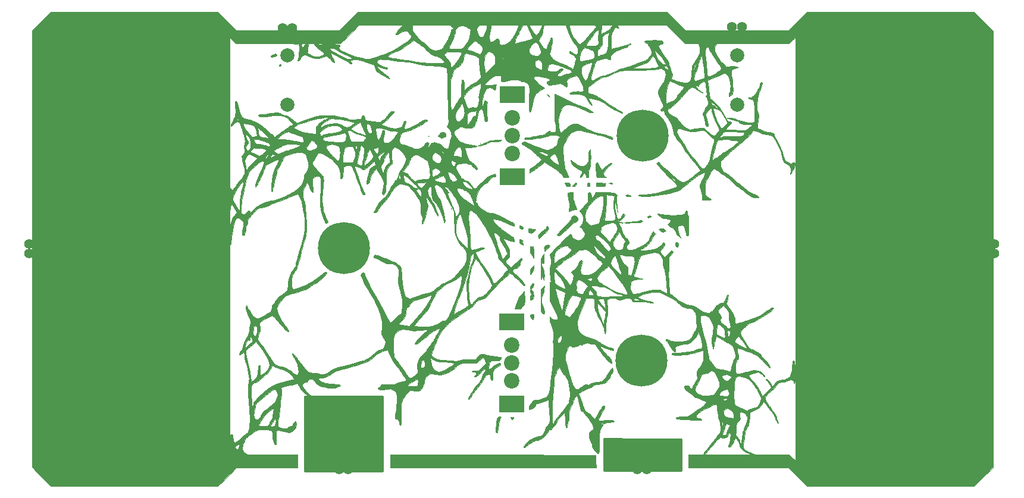
<source format=gbr>
G04 #@! TF.FileFunction,Soldermask,Bot*
%FSLAX46Y46*%
G04 Gerber Fmt 4.6, Leading zero omitted, Abs format (unit mm)*
G04 Created by KiCad (PCBNEW 4.0.7-e2-6376~58~ubuntu16.04.1) date Sun Feb 25 03:24:25 2018*
%MOMM*%
%LPD*%
G01*
G04 APERTURE LIST*
%ADD10C,0.100000*%
%ADD11C,0.010000*%
%ADD12R,3.600000X2.400000*%
%ADD13C,2.200000*%
%ADD14C,2.000000*%
%ADD15C,7.400000*%
%ADD16C,1.400000*%
%ADD17C,0.254000*%
G04 APERTURE END LIST*
D10*
D11*
G36*
X124716916Y-67286925D02*
X124683439Y-67376442D01*
X124709982Y-67572357D01*
X124731133Y-67735371D01*
X124706056Y-67864318D01*
X124611077Y-68000703D01*
X124422519Y-68186031D01*
X124292822Y-68303658D01*
X124008824Y-68585744D01*
X123761490Y-68880106D01*
X123571014Y-69156506D01*
X123457589Y-69384704D01*
X123441407Y-69534461D01*
X123455853Y-69557053D01*
X123569361Y-69559228D01*
X123777267Y-69465150D01*
X123911682Y-69382263D01*
X124344591Y-69135573D01*
X124718132Y-69003736D01*
X125016560Y-68988114D01*
X125224129Y-69090068D01*
X125315116Y-69260856D01*
X125415792Y-69457595D01*
X125528073Y-69558879D01*
X125656600Y-69670983D01*
X125664177Y-69821335D01*
X125545159Y-70031428D01*
X125340560Y-70272683D01*
X125053560Y-70531293D01*
X124641670Y-70831510D01*
X124138219Y-71154601D01*
X123576534Y-71481832D01*
X122989942Y-71794469D01*
X122411772Y-72073777D01*
X121875352Y-72301025D01*
X121496667Y-72433360D01*
X121085011Y-72561616D01*
X120628099Y-72708243D01*
X120311333Y-72812673D01*
X119668235Y-72963422D01*
X119093561Y-72960670D01*
X118798650Y-72883777D01*
X117225208Y-72883777D01*
X117220482Y-72886026D01*
X117019779Y-72951755D01*
X116967000Y-72969275D01*
X116851771Y-72997635D01*
X116727048Y-72997409D01*
X116567927Y-72959483D01*
X116349505Y-72874746D01*
X116046880Y-72734085D01*
X115635149Y-72528387D01*
X115316000Y-72365141D01*
X114785842Y-72085526D01*
X114404312Y-71865686D01*
X114164331Y-71698834D01*
X114058824Y-71578186D01*
X114080715Y-71496955D01*
X114222928Y-71448356D01*
X114344499Y-71433522D01*
X114560387Y-71443916D01*
X114773197Y-71531081D01*
X115040483Y-71718054D01*
X115281290Y-71877239D01*
X115630046Y-72071880D01*
X116037068Y-72275577D01*
X116392465Y-72436433D01*
X116744222Y-72594158D01*
X117016930Y-72730339D01*
X117185591Y-72831403D01*
X117225208Y-72883777D01*
X118798650Y-72883777D01*
X118718322Y-72862833D01*
X118457731Y-72796870D01*
X118187863Y-72771000D01*
X117978898Y-72737172D01*
X117657285Y-72645757D01*
X117263310Y-72511859D01*
X116837262Y-72350581D01*
X116419429Y-72177027D01*
X116050100Y-72006302D01*
X115817250Y-71882270D01*
X115514470Y-71687752D01*
X115357453Y-71537987D01*
X115333951Y-71416851D01*
X115399623Y-71332533D01*
X115515797Y-71169616D01*
X115487582Y-71023696D01*
X115393742Y-70959725D01*
X115393128Y-70959624D01*
X112987667Y-70959624D01*
X112913998Y-70983181D01*
X112736838Y-70993000D01*
X112736489Y-70993000D01*
X112485675Y-70927714D01*
X112213425Y-70720666D01*
X112186156Y-70693845D01*
X111987074Y-70481978D01*
X111904135Y-70342418D01*
X111925810Y-70236230D01*
X112022044Y-70139658D01*
X112107204Y-70096632D01*
X112207290Y-70126627D01*
X112353607Y-70248826D01*
X112572377Y-70476915D01*
X112775019Y-70700440D01*
X112922888Y-70871689D01*
X112986977Y-70956950D01*
X112987667Y-70959624D01*
X115393128Y-70959624D01*
X115251389Y-70936338D01*
X114987946Y-70918521D01*
X114651636Y-70909114D01*
X114521422Y-70908334D01*
X114156389Y-70904157D01*
X113909094Y-70883297D01*
X113727992Y-70833260D01*
X113561539Y-70741552D01*
X113419977Y-70641344D01*
X113203784Y-70466456D01*
X113103167Y-70327849D01*
X113086988Y-70177252D01*
X113092300Y-70133344D01*
X113127673Y-69892333D01*
X111237337Y-69892333D01*
X110624156Y-69893101D01*
X110159764Y-69896522D01*
X109823616Y-69904277D01*
X109595170Y-69918046D01*
X109453883Y-69939509D01*
X109379212Y-69970345D01*
X109350614Y-70012234D01*
X109347000Y-70046908D01*
X109288532Y-70208229D01*
X109146659Y-70389473D01*
X109135333Y-70400334D01*
X108989367Y-70583020D01*
X108923927Y-70754972D01*
X108923667Y-70763368D01*
X108956298Y-70878048D01*
X109084980Y-70897746D01*
X109156500Y-70887584D01*
X109388491Y-70834068D01*
X109538203Y-70783980D01*
X109601266Y-70769221D01*
X109643135Y-70806411D01*
X109667727Y-70921618D01*
X109678961Y-71140908D01*
X109680753Y-71490348D01*
X109679326Y-71722914D01*
X109663358Y-72267548D01*
X109626035Y-72688776D01*
X109569333Y-72966097D01*
X109555944Y-73002242D01*
X109490926Y-73183496D01*
X109478712Y-73275959D01*
X109483887Y-73279000D01*
X109635916Y-73226482D01*
X109785300Y-73109476D01*
X109854947Y-72988810D01*
X109855000Y-72986184D01*
X109911471Y-72834049D01*
X110048550Y-72641803D01*
X110217741Y-72464747D01*
X110370547Y-72358181D01*
X110414973Y-72347667D01*
X110545190Y-72383968D01*
X110778860Y-72479990D01*
X111069683Y-72616408D01*
X111125000Y-72644000D01*
X111601598Y-72849266D01*
X111985449Y-72935634D01*
X112075387Y-72939417D01*
X112461161Y-72900462D01*
X112886744Y-72800176D01*
X113267636Y-72660861D01*
X113408167Y-72587649D01*
X113507330Y-72541596D01*
X113602608Y-72551051D01*
X113725394Y-72635313D01*
X113907083Y-72813681D01*
X114085167Y-73003834D01*
X114392392Y-73316564D01*
X114604254Y-73489682D01*
X114719542Y-73524325D01*
X114737043Y-73421628D01*
X114655542Y-73182726D01*
X114473828Y-72808756D01*
X114413665Y-72696258D01*
X114286837Y-72444732D01*
X114213717Y-72267718D01*
X113205938Y-72267718D01*
X113187580Y-72343754D01*
X113157000Y-72378945D01*
X112944567Y-72509164D01*
X112626347Y-72613324D01*
X112265739Y-72672462D01*
X112154922Y-72678698D01*
X111922490Y-72642828D01*
X111608237Y-72539375D01*
X111329422Y-72416048D01*
X111017466Y-72252362D01*
X110845113Y-72136060D01*
X110795117Y-72050704D01*
X110850234Y-71979861D01*
X110863052Y-71971579D01*
X110908020Y-71861670D01*
X110897725Y-71763386D01*
X110894747Y-71613828D01*
X110924380Y-71368538D01*
X110976782Y-71073722D01*
X111042111Y-70775590D01*
X111110525Y-70520349D01*
X111132321Y-70461616D01*
X110688231Y-70461616D01*
X110636477Y-70667089D01*
X110541285Y-70906016D01*
X110423703Y-71122054D01*
X110349169Y-71219389D01*
X110158960Y-71421858D01*
X110053527Y-71220631D01*
X109995739Y-71054126D01*
X110023135Y-70878062D01*
X110092047Y-70715973D01*
X110230488Y-70518158D01*
X110409770Y-70373928D01*
X110580698Y-70314480D01*
X110675496Y-70345940D01*
X110688231Y-70461616D01*
X111132321Y-70461616D01*
X111172182Y-70354208D01*
X111206088Y-70315667D01*
X111290297Y-70373325D01*
X111456174Y-70526231D01*
X111671538Y-70744285D01*
X111726755Y-70802692D01*
X112026311Y-71108263D01*
X112381605Y-71450551D01*
X112718220Y-71757954D01*
X112733667Y-71771511D01*
X112997579Y-72008282D01*
X113148803Y-72164789D01*
X113205938Y-72267718D01*
X114213717Y-72267718D01*
X114206874Y-72251153D01*
X114190859Y-72168433D01*
X114267780Y-72184229D01*
X114463747Y-72268212D01*
X114750265Y-72405469D01*
X115098839Y-72581086D01*
X115480973Y-72780151D01*
X115868174Y-72987750D01*
X116231946Y-73188970D01*
X116543794Y-73368898D01*
X116775224Y-73512620D01*
X116827112Y-73548151D01*
X117014337Y-73655347D01*
X117133556Y-73647030D01*
X117165778Y-73620622D01*
X117209176Y-73515637D01*
X117115167Y-73412133D01*
X117000551Y-73311714D01*
X116997085Y-73240421D01*
X117123090Y-73179521D01*
X117396890Y-73110284D01*
X117414234Y-73106391D01*
X117621958Y-73068165D01*
X117822411Y-73056221D01*
X118044057Y-73076387D01*
X118315362Y-73134490D01*
X118664789Y-73236359D01*
X119120804Y-73387823D01*
X119591667Y-73552209D01*
X120396000Y-73836119D01*
X120508867Y-74213726D01*
X120583462Y-74462775D01*
X120639854Y-74650137D01*
X120653233Y-74694189D01*
X120739516Y-74779170D01*
X120939147Y-74910449D01*
X121212227Y-75062288D01*
X121268172Y-75090859D01*
X121592846Y-75265995D01*
X121892237Y-75447328D01*
X122103599Y-75596760D01*
X122109694Y-75601837D01*
X122298641Y-75741015D01*
X122445259Y-75815220D01*
X122468445Y-75819000D01*
X122546391Y-75776462D01*
X122492263Y-75659396D01*
X122317205Y-75483621D01*
X122125020Y-75331419D01*
X121666868Y-74978694D01*
X121289392Y-74657819D01*
X121006497Y-74382767D01*
X120832085Y-74167511D01*
X120780060Y-74026024D01*
X120794989Y-73994789D01*
X120885480Y-74008774D01*
X121071914Y-74089431D01*
X121208625Y-74161207D01*
X121492515Y-74288124D01*
X121786662Y-74370866D01*
X122045665Y-74402403D01*
X122224122Y-74375704D01*
X122274597Y-74326281D01*
X122223143Y-74250336D01*
X122046487Y-74183614D01*
X121987184Y-74171004D01*
X121684084Y-74082676D01*
X121356417Y-73938331D01*
X121059486Y-73767408D01*
X120848593Y-73599341D01*
X120800663Y-73539427D01*
X120753583Y-73400047D01*
X120824100Y-73257886D01*
X120880409Y-73193722D01*
X120973164Y-73105910D01*
X121077143Y-73054037D01*
X121231441Y-73032871D01*
X121475153Y-73037178D01*
X121847375Y-73061727D01*
X121859784Y-73062637D01*
X122321522Y-73104969D01*
X122822097Y-73164073D01*
X123267851Y-73228642D01*
X123349415Y-73242485D01*
X123756755Y-73302650D01*
X124178918Y-73346644D01*
X124528216Y-73365438D01*
X124544667Y-73365566D01*
X124877456Y-73387173D01*
X125292421Y-73442338D01*
X125708410Y-73519911D01*
X125772333Y-73534279D01*
X126830225Y-73754325D01*
X127773530Y-73896046D01*
X128635388Y-73963887D01*
X129032000Y-73971513D01*
X129624186Y-73994769D01*
X130106430Y-74062765D01*
X130462421Y-74171400D01*
X130675848Y-74316574D01*
X130722357Y-74396515D01*
X130733329Y-74506645D01*
X130745980Y-74763768D01*
X130759618Y-75145562D01*
X130773548Y-75629704D01*
X130787076Y-76193869D01*
X130799510Y-76815737D01*
X130802097Y-76962000D01*
X130815863Y-77685017D01*
X130832475Y-78437914D01*
X130850866Y-79179491D01*
X130869964Y-79868546D01*
X130888699Y-80463878D01*
X130903287Y-80859239D01*
X130923490Y-81390645D01*
X130933234Y-81779001D01*
X130931060Y-82050350D01*
X130915507Y-82230737D01*
X130885115Y-82346204D01*
X130838424Y-82422796D01*
X130814135Y-82449103D01*
X130723945Y-82557975D01*
X130742960Y-82644527D01*
X130885020Y-82769204D01*
X130887946Y-82771507D01*
X131175555Y-83099302D01*
X131332135Y-83507765D01*
X131350781Y-83962378D01*
X131224586Y-84428624D01*
X131221103Y-84436553D01*
X131134899Y-84689309D01*
X131099507Y-84912190D01*
X131100750Y-84946316D01*
X131074382Y-85154082D01*
X131018841Y-85262738D01*
X130956167Y-85427816D01*
X130966709Y-85510964D01*
X130964952Y-85653684D01*
X130850943Y-85729357D01*
X130666058Y-85742144D01*
X130451676Y-85696206D01*
X130249177Y-85595706D01*
X130099939Y-85444805D01*
X130087026Y-85422487D01*
X129872164Y-85181358D01*
X129540835Y-84997145D01*
X129142523Y-84893072D01*
X128927627Y-84878333D01*
X128673564Y-84889232D01*
X128524439Y-84943974D01*
X128416197Y-85075628D01*
X128363264Y-85169698D01*
X128225686Y-85376929D01*
X128095281Y-85497918D01*
X128001831Y-85512690D01*
X127973667Y-85431006D01*
X128026351Y-85287991D01*
X128058333Y-85259333D01*
X128129459Y-85139914D01*
X128143000Y-85042670D01*
X128085640Y-84909026D01*
X127952500Y-84879630D01*
X127704462Y-84927119D01*
X127542623Y-85088976D01*
X127474375Y-85236429D01*
X127324529Y-85438230D01*
X127065819Y-85623602D01*
X126757816Y-85758691D01*
X126465674Y-85809667D01*
X126044186Y-85746604D01*
X125529432Y-85555580D01*
X125238844Y-85413531D01*
X124916613Y-85275318D01*
X124573052Y-85171321D01*
X124441553Y-85145824D01*
X124162639Y-85069702D01*
X123997233Y-84922557D01*
X123934541Y-84680636D01*
X123963770Y-84320186D01*
X123993918Y-84160670D01*
X124097357Y-83791945D01*
X124238492Y-83558798D01*
X124442316Y-83427949D01*
X124571754Y-83391283D01*
X124824112Y-83328534D01*
X123825000Y-83328534D01*
X123771612Y-83421788D01*
X123638910Y-83580511D01*
X123593939Y-83628577D01*
X123407096Y-83864445D01*
X123229494Y-84151349D01*
X123191772Y-84225123D01*
X122980375Y-84537706D01*
X122702349Y-84776051D01*
X122394235Y-84924758D01*
X122092573Y-84968428D01*
X121833904Y-84891660D01*
X121756714Y-84829953D01*
X121643529Y-84602739D01*
X121643526Y-84576985D01*
X121510602Y-84576985D01*
X121488200Y-84658200D01*
X121423748Y-84758031D01*
X121391081Y-84758637D01*
X121381131Y-84654749D01*
X121403533Y-84573534D01*
X121467986Y-84473703D01*
X121500653Y-84473097D01*
X121510602Y-84576985D01*
X121643526Y-84576985D01*
X121643482Y-84282706D01*
X121750667Y-83917726D01*
X121853128Y-83587851D01*
X121867168Y-83323146D01*
X121792945Y-83157511D01*
X121747015Y-83129550D01*
X121653126Y-83104282D01*
X121583623Y-83133017D01*
X121522063Y-83244128D01*
X121452002Y-83465989D01*
X121368280Y-83783058D01*
X121236337Y-84201672D01*
X121103084Y-84451813D01*
X120974166Y-84534195D01*
X120855229Y-84449534D01*
X120751916Y-84198546D01*
X120738650Y-84131179D01*
X119191803Y-84131179D01*
X119179905Y-84244379D01*
X119075034Y-84423301D01*
X119048511Y-84462625D01*
X118848023Y-84757670D01*
X117980477Y-84748202D01*
X117112932Y-84738734D01*
X116941976Y-84406367D01*
X116817480Y-84132654D01*
X116801771Y-84089022D01*
X116373037Y-84089022D01*
X116360153Y-84368375D01*
X116304015Y-84543523D01*
X116181526Y-84678394D01*
X116151249Y-84702855D01*
X116047510Y-84777748D01*
X115938969Y-84829551D01*
X115798323Y-84859562D01*
X115598270Y-84869076D01*
X115311508Y-84859392D01*
X114910733Y-84831807D01*
X114368644Y-84787617D01*
X114368112Y-84787573D01*
X113890732Y-84742944D01*
X113553617Y-84698485D01*
X113327802Y-84648402D01*
X113184325Y-84586900D01*
X113121635Y-84538189D01*
X113115350Y-84527679D01*
X110277037Y-84527679D01*
X110271145Y-84754985D01*
X110233247Y-84852408D01*
X110136229Y-84859329D01*
X110060588Y-84842040D01*
X109883814Y-84806042D01*
X109588601Y-84754422D01*
X109224135Y-84695569D01*
X109011380Y-84663067D01*
X108593858Y-84598766D01*
X108183480Y-84532400D01*
X107846084Y-84474730D01*
X107738326Y-84454999D01*
X107406279Y-84415743D01*
X107076990Y-84413249D01*
X106957611Y-84425481D01*
X106746063Y-84453517D01*
X106667300Y-84434377D01*
X106687638Y-84351911D01*
X106710834Y-84307154D01*
X106930069Y-84036932D01*
X107287889Y-83765305D01*
X107719722Y-83530958D01*
X108159119Y-83326582D01*
X108731893Y-83548322D01*
X109094283Y-83679448D01*
X109465355Y-83799236D01*
X109728000Y-83872255D01*
X110022754Y-83957039D01*
X110187514Y-84061495D01*
X110259752Y-84230360D01*
X110276944Y-84508366D01*
X110277037Y-84527679D01*
X113115350Y-84527679D01*
X113021863Y-84371366D01*
X113088613Y-84229928D01*
X113320826Y-84114946D01*
X113608006Y-84045785D01*
X113896048Y-83993674D01*
X114281963Y-83924389D01*
X114696887Y-83850283D01*
X114833682Y-83825943D01*
X115219236Y-83747904D01*
X115575676Y-83659134D01*
X115845632Y-83574528D01*
X115918186Y-83544410D01*
X116131153Y-83468129D01*
X116267174Y-83496510D01*
X116341855Y-83648236D01*
X116370799Y-83941990D01*
X116373037Y-84089022D01*
X116801771Y-84089022D01*
X116723255Y-83870950D01*
X116709435Y-83820000D01*
X116645474Y-83588402D01*
X116589191Y-83424327D01*
X116599440Y-83276029D01*
X116710952Y-83186096D01*
X116843869Y-83143297D01*
X116997268Y-83173193D01*
X117223063Y-83288472D01*
X117289019Y-83327396D01*
X117682312Y-83549984D01*
X117999903Y-83693675D01*
X118301239Y-83781593D01*
X118576041Y-83828041D01*
X118847373Y-83888513D01*
X119060214Y-83978784D01*
X119120305Y-84025374D01*
X119191803Y-84131179D01*
X120738650Y-84131179D01*
X120699863Y-83934229D01*
X119314317Y-83934229D01*
X119237091Y-83921361D01*
X119189500Y-83902290D01*
X119011044Y-83830270D01*
X118772281Y-83737939D01*
X118745000Y-83727615D01*
X118508577Y-83651653D01*
X118320220Y-83613050D01*
X118303415Y-83612050D01*
X118182077Y-83575032D01*
X117968921Y-83482084D01*
X117707915Y-83355700D01*
X117443027Y-83218374D01*
X117218225Y-83092600D01*
X117140472Y-83041926D01*
X115807138Y-83041926D01*
X115695632Y-83172191D01*
X115685804Y-83180410D01*
X115465877Y-83301367D01*
X115128632Y-83417664D01*
X114725888Y-83516501D01*
X114309464Y-83585075D01*
X113944620Y-83610554D01*
X113611662Y-83648113D01*
X113280353Y-83739021D01*
X113199333Y-83773034D01*
X112945259Y-83888160D01*
X112799138Y-83924971D01*
X112716527Y-83878964D01*
X112652980Y-83745637D01*
X112641860Y-83716554D01*
X112604772Y-83581578D01*
X112629907Y-83466985D01*
X112740206Y-83330469D01*
X112958611Y-83129729D01*
X112961456Y-83127221D01*
X113403997Y-82808629D01*
X113905549Y-82595204D01*
X114511347Y-82468544D01*
X114611040Y-82456231D01*
X114919867Y-82434287D01*
X115138074Y-82463324D01*
X115339851Y-82555445D01*
X115384689Y-82582459D01*
X115663973Y-82771497D01*
X115800687Y-82916507D01*
X115807138Y-83041926D01*
X117140472Y-83041926D01*
X117077479Y-83000872D01*
X117051667Y-82971662D01*
X117115314Y-82900768D01*
X117281515Y-82761594D01*
X117513156Y-82581605D01*
X117773124Y-82388267D01*
X118024307Y-82209045D01*
X118229592Y-82071403D01*
X118264663Y-82051728D01*
X117686667Y-82051728D01*
X117316558Y-82300864D01*
X116985982Y-82524506D01*
X116757465Y-82666033D01*
X116588104Y-82730849D01*
X116434996Y-82724359D01*
X116255238Y-82651968D01*
X116005926Y-82519082D01*
X115925865Y-82476060D01*
X115582777Y-82303595D01*
X115315520Y-82203749D01*
X115057453Y-82157623D01*
X114763190Y-82146361D01*
X114201169Y-82190902D01*
X113656681Y-82317464D01*
X113187480Y-82510144D01*
X112986270Y-82635697D01*
X112803570Y-82756823D01*
X112684495Y-82810413D01*
X112666949Y-82807838D01*
X112677961Y-82716938D01*
X112749062Y-82532144D01*
X112787886Y-82448997D01*
X112902733Y-82262827D01*
X113067696Y-82105023D01*
X113322813Y-81943210D01*
X113580333Y-81808288D01*
X114215333Y-81489909D01*
X115104333Y-81542048D01*
X115523478Y-81577280D01*
X115923193Y-81629346D01*
X116245448Y-81689858D01*
X116374333Y-81725636D01*
X116691408Y-81822621D01*
X117059197Y-81918067D01*
X117221000Y-81954407D01*
X117686667Y-82051728D01*
X118264663Y-82051728D01*
X118351865Y-82002809D01*
X118365089Y-81999667D01*
X118439130Y-82074288D01*
X118533860Y-82268831D01*
X118618627Y-82509737D01*
X118757286Y-82877307D01*
X118942767Y-83258739D01*
X119055365Y-83448461D01*
X119229968Y-83719817D01*
X119314114Y-83874394D01*
X119314317Y-83934229D01*
X120699863Y-83934229D01*
X120669873Y-83781948D01*
X120658237Y-83693000D01*
X120615476Y-83415314D01*
X120570516Y-83197517D01*
X120068364Y-83197517D01*
X120055048Y-83446200D01*
X119942041Y-83579950D01*
X119759097Y-83593134D01*
X119555768Y-83485172D01*
X119520469Y-83452469D01*
X119444936Y-83311188D01*
X119371512Y-83069896D01*
X119310098Y-82782559D01*
X119270595Y-82503142D01*
X119262903Y-82285610D01*
X119288793Y-82189652D01*
X119388026Y-82182690D01*
X119494472Y-82207357D01*
X119681878Y-82341253D01*
X119856844Y-82588145D01*
X119994097Y-82892183D01*
X120068364Y-83197517D01*
X120570516Y-83197517D01*
X120564998Y-83170790D01*
X120553009Y-82980843D01*
X120658724Y-82864831D01*
X120679335Y-82853290D01*
X120853292Y-82786620D01*
X121058288Y-82770921D01*
X121328038Y-82810239D01*
X121696259Y-82908616D01*
X122033337Y-83015667D01*
X122710063Y-83200198D01*
X123268505Y-83269157D01*
X123314549Y-83269667D01*
X123583224Y-83278541D01*
X123768141Y-83301615D01*
X123825000Y-83328534D01*
X124824112Y-83328534D01*
X124945922Y-83298246D01*
X125340642Y-83177559D01*
X125707741Y-83046254D01*
X125999047Y-82921366D01*
X126151343Y-82832773D01*
X126362355Y-82702528D01*
X126637222Y-82575256D01*
X126714113Y-82546315D01*
X126977049Y-82424893D01*
X127292512Y-82239252D01*
X127535409Y-82071069D01*
X127774913Y-81882611D01*
X127892481Y-81763587D01*
X127906686Y-81688928D01*
X127852926Y-81642495D01*
X127642007Y-81618814D01*
X127323893Y-81721330D01*
X126902463Y-81948424D01*
X126524946Y-82196717D01*
X125919185Y-82576812D01*
X125368128Y-82829528D01*
X125029900Y-82931806D01*
X124786126Y-82943511D01*
X124661310Y-82837417D01*
X124659543Y-82620139D01*
X124721714Y-82433258D01*
X124812031Y-82160837D01*
X124837552Y-81949154D01*
X124795301Y-81838102D01*
X124766700Y-81830334D01*
X124630645Y-81908804D01*
X124510157Y-82119894D01*
X124455132Y-82296474D01*
X124385788Y-82519926D01*
X124281140Y-82662153D01*
X124097774Y-82758425D01*
X123792277Y-82844016D01*
X123776546Y-82847802D01*
X123459949Y-82903397D01*
X123149716Y-82905954D01*
X122803244Y-82849489D01*
X122377927Y-82728022D01*
X122004667Y-82599018D01*
X121719006Y-82496184D01*
X121487064Y-82413177D01*
X121374255Y-82373291D01*
X121364274Y-82307652D01*
X121503240Y-82172618D01*
X121719276Y-82017129D01*
X121959526Y-81834586D01*
X122232814Y-81594014D01*
X122513245Y-81322796D01*
X122774924Y-81048316D01*
X122991955Y-80797957D01*
X123138445Y-80599104D01*
X123188497Y-80479141D01*
X123184837Y-80467313D01*
X123059459Y-80401231D01*
X122863682Y-80463421D01*
X122617316Y-80638852D01*
X122340170Y-80912490D01*
X122052052Y-81269302D01*
X121964106Y-81393721D01*
X121741129Y-81623816D01*
X121441087Y-81816269D01*
X121387552Y-81840813D01*
X121162842Y-81926030D01*
X120964119Y-81962394D01*
X120726534Y-81954451D01*
X120404101Y-81909743D01*
X120034927Y-81851987D01*
X119671262Y-81796207D01*
X119422333Y-81758984D01*
X119187187Y-81715543D01*
X119069339Y-81644402D01*
X119017904Y-81498163D01*
X118999000Y-81364667D01*
X118952075Y-81138366D01*
X118870362Y-81040310D01*
X118788165Y-81026000D01*
X118648996Y-81083869D01*
X118576141Y-81276662D01*
X118575556Y-81280000D01*
X118520670Y-81455934D01*
X118400156Y-81533238D01*
X118236058Y-81555129D01*
X117978495Y-81576388D01*
X117647835Y-81607277D01*
X117461576Y-81626016D01*
X117104062Y-81640172D01*
X116807254Y-81585570D01*
X116582980Y-81499054D01*
X116293090Y-81393679D01*
X116208508Y-81374046D01*
X113774364Y-81374046D01*
X113667222Y-81470374D01*
X113424589Y-81605032D01*
X113298341Y-81666661D01*
X112903175Y-81892159D01*
X112545923Y-82160625D01*
X112396652Y-82304014D01*
X112201998Y-82530128D01*
X112100198Y-82713202D01*
X112061614Y-82927116D01*
X112056333Y-83152375D01*
X112056333Y-83631534D01*
X111238929Y-83571532D01*
X110679411Y-83509478D01*
X110203744Y-83403679D01*
X109778429Y-83256202D01*
X109344675Y-83073389D01*
X109065988Y-82924579D01*
X108934645Y-82797153D01*
X108942926Y-82678492D01*
X109083108Y-82555979D01*
X109283500Y-82447459D01*
X109572818Y-82321973D01*
X109966096Y-82171837D01*
X110421165Y-82010971D01*
X110895854Y-81853294D01*
X111347993Y-81712728D01*
X111735412Y-81603190D01*
X112015940Y-81538601D01*
X112056333Y-81532187D01*
X112338414Y-81485843D01*
X112703634Y-81416202D01*
X113052342Y-81342803D01*
X113404084Y-81274085D01*
X113625442Y-81256568D01*
X113746880Y-81288518D01*
X113763531Y-81302331D01*
X113774364Y-81374046D01*
X116208508Y-81374046D01*
X116017820Y-81329784D01*
X115919071Y-81321101D01*
X115663184Y-81291281D01*
X115369093Y-81219253D01*
X115313735Y-81201030D01*
X115013984Y-81129294D01*
X114595771Y-81071946D01*
X114109578Y-81031855D01*
X113605883Y-81011892D01*
X113135167Y-81014926D01*
X112747911Y-81043828D01*
X112691333Y-81051940D01*
X111918373Y-81207322D01*
X111116610Y-81438492D01*
X110234700Y-81760289D01*
X110219963Y-81766134D01*
X109357258Y-82108690D01*
X108949963Y-81773515D01*
X108540570Y-81447709D01*
X108232189Y-81229562D01*
X108005992Y-81107098D01*
X107843155Y-81068339D01*
X107841437Y-81068334D01*
X107642824Y-81033999D01*
X107395633Y-80949637D01*
X107167986Y-80843209D01*
X107028006Y-80742674D01*
X107019460Y-80730950D01*
X106903847Y-80680126D01*
X106661927Y-80652876D01*
X106335100Y-80649380D01*
X105964767Y-80669819D01*
X105592332Y-80714375D01*
X105531383Y-80724431D01*
X105197621Y-80774581D01*
X104791387Y-80825272D01*
X104457500Y-80860024D01*
X104104362Y-80904303D01*
X103904919Y-80960382D01*
X103843667Y-81030757D01*
X103923774Y-81135929D01*
X104157036Y-81197181D01*
X104532859Y-81213735D01*
X105040653Y-81184812D01*
X105403631Y-81145386D01*
X106109623Y-81069704D01*
X106671964Y-81038137D01*
X107110591Y-81051067D01*
X107445443Y-81108875D01*
X107653667Y-81188541D01*
X107834365Y-81305524D01*
X108068384Y-81489222D01*
X108320484Y-81707479D01*
X108555426Y-81928135D01*
X108737972Y-82119035D01*
X108832881Y-82248021D01*
X108839000Y-82270221D01*
X108770066Y-82342772D01*
X108594968Y-82453921D01*
X108479167Y-82515501D01*
X108221935Y-82657526D01*
X108004666Y-82799001D01*
X107950000Y-82841820D01*
X107776635Y-82969450D01*
X107527536Y-83129053D01*
X107393399Y-83208103D01*
X107116461Y-83388386D01*
X106798723Y-83627731D01*
X106574052Y-83817152D01*
X106141974Y-84205627D01*
X106135773Y-84195128D01*
X105283000Y-84195128D01*
X105251611Y-84217489D01*
X105142151Y-84216734D01*
X104931677Y-84190084D01*
X104597250Y-84134761D01*
X104209143Y-84065084D01*
X104038136Y-83969554D01*
X103971806Y-83865924D01*
X103961250Y-83824274D01*
X103664736Y-83824274D01*
X103629638Y-83944461D01*
X103514959Y-84016702D01*
X103494462Y-84025097D01*
X103182635Y-84107070D01*
X102947587Y-84055964D01*
X102750404Y-83862346D01*
X102735611Y-83841167D01*
X102562942Y-83612674D01*
X102339601Y-83346813D01*
X102231641Y-83227334D01*
X102047452Y-82991981D01*
X101889973Y-82724918D01*
X101779587Y-82470790D01*
X101736675Y-82274243D01*
X101759433Y-82193011D01*
X101869248Y-82177128D01*
X102093956Y-82195737D01*
X102384781Y-82239891D01*
X102692950Y-82300647D01*
X102969688Y-82369060D01*
X103166219Y-82436184D01*
X103208667Y-82458787D01*
X103362543Y-82645190D01*
X103499873Y-82979108D01*
X103612468Y-83438931D01*
X103640140Y-83597821D01*
X103664736Y-83824274D01*
X103961250Y-83824274D01*
X103913654Y-83636479D01*
X103866168Y-83369168D01*
X103835432Y-83114624D01*
X103827530Y-82923479D01*
X103848548Y-82846365D01*
X103849286Y-82846334D01*
X103935569Y-82901250D01*
X104110055Y-83046665D01*
X104341917Y-83253580D01*
X104600330Y-83492994D01*
X104854468Y-83735908D01*
X105073507Y-83953322D01*
X105226619Y-84116236D01*
X105283000Y-84195128D01*
X106135773Y-84195128D01*
X105990565Y-83949314D01*
X105871150Y-83778275D01*
X105776696Y-83694656D01*
X105767588Y-83693000D01*
X105679194Y-83637092D01*
X105503622Y-83487611D01*
X105272216Y-83271926D01*
X105161524Y-83163833D01*
X104595197Y-82671949D01*
X103962589Y-82239669D01*
X103309230Y-81893517D01*
X102680650Y-81660014D01*
X102585697Y-81636322D01*
X101099890Y-81636322D01*
X101088384Y-81666850D01*
X100983466Y-81735431D01*
X100856131Y-81734438D01*
X100795667Y-81665997D01*
X100862594Y-81547953D01*
X101000839Y-81515603D01*
X101051048Y-81534854D01*
X101099890Y-81636322D01*
X102585697Y-81636322D01*
X102504606Y-81616089D01*
X102178107Y-81540899D01*
X101906942Y-81470770D01*
X101741755Y-81418964D01*
X101727000Y-81412517D01*
X101578399Y-81271324D01*
X101414784Y-81007958D01*
X101257033Y-80665730D01*
X101126021Y-80287954D01*
X101063468Y-80035882D01*
X100973487Y-79602070D01*
X100903912Y-79306989D01*
X100844624Y-79122810D01*
X100785506Y-79021704D01*
X100716441Y-78975843D01*
X100674029Y-78964741D01*
X100601323Y-78961350D01*
X100559401Y-79005731D01*
X100544588Y-79128111D01*
X100553211Y-79358713D01*
X100581460Y-79726160D01*
X100618376Y-80232441D01*
X100628530Y-80613684D01*
X100605525Y-80912952D01*
X100542961Y-81173312D01*
X100434442Y-81437828D01*
X100283596Y-81731001D01*
X100128610Y-82032137D01*
X100011725Y-82285516D01*
X99952561Y-82447694D01*
X99949000Y-82471835D01*
X99991384Y-82582621D01*
X100104429Y-82561476D01*
X100266970Y-82418747D01*
X100398991Y-82251859D01*
X100575408Y-82036065D01*
X100737368Y-81936401D01*
X100909895Y-81915000D01*
X101078859Y-81931187D01*
X101188950Y-82007193D01*
X101283882Y-82184185D01*
X101336926Y-82317167D01*
X101437255Y-82602601D01*
X101564704Y-82999659D01*
X101703487Y-83456161D01*
X101837815Y-83919923D01*
X101951901Y-84338765D01*
X101970929Y-84412667D01*
X101986398Y-84702976D01*
X101920500Y-85078874D01*
X101910985Y-85114021D01*
X101841321Y-85415006D01*
X101834782Y-85641153D01*
X101889705Y-85874074D01*
X101895163Y-85890787D01*
X101953447Y-86098221D01*
X101944259Y-86244856D01*
X101850667Y-86402359D01*
X101742398Y-86537423D01*
X101600521Y-86738705D01*
X101532455Y-86895499D01*
X101535687Y-86943266D01*
X101574119Y-87077456D01*
X101605166Y-87308365D01*
X101612395Y-87404287D01*
X101649949Y-87681261D01*
X101726333Y-88036957D01*
X101815889Y-88363310D01*
X101909529Y-88688517D01*
X101949396Y-88916351D01*
X101940126Y-89108380D01*
X101887956Y-89320754D01*
X101762106Y-89609367D01*
X101569568Y-89913203D01*
X101472840Y-90032641D01*
X101278677Y-90262954D01*
X101031841Y-90574668D01*
X100777181Y-90910754D01*
X100706274Y-91007378D01*
X100500108Y-91284635D01*
X100330309Y-91501528D01*
X100221429Y-91627247D01*
X100197073Y-91646358D01*
X100111170Y-91598785D01*
X99941907Y-91470827D01*
X99802614Y-91355333D01*
X99592312Y-91189039D01*
X99425580Y-91081521D01*
X99364041Y-91059000D01*
X99296181Y-91132502D01*
X99273755Y-91322843D01*
X99293186Y-91584778D01*
X99350894Y-91873061D01*
X99443303Y-92142448D01*
X99451088Y-92159667D01*
X99590496Y-92493302D01*
X99720254Y-92852648D01*
X99748268Y-92940902D01*
X99815844Y-93196741D01*
X99819613Y-93376854D01*
X99753863Y-93564568D01*
X99697706Y-93678362D01*
X99585506Y-93954197D01*
X99529720Y-94208352D01*
X99532109Y-94403020D01*
X99594432Y-94500390D01*
X99659592Y-94497059D01*
X99794559Y-94452230D01*
X99828925Y-94445667D01*
X99855831Y-94373156D01*
X99864333Y-94239512D01*
X99889633Y-94013324D01*
X99952086Y-93806733D01*
X100031526Y-93667200D01*
X100107788Y-93642188D01*
X100115359Y-93648713D01*
X100191817Y-93756780D01*
X100322812Y-93969280D01*
X100481331Y-94242241D01*
X100496961Y-94269933D01*
X100803164Y-94813865D01*
X100556764Y-95158933D01*
X100251630Y-95631068D01*
X100048492Y-96072164D01*
X99920521Y-96553043D01*
X99854315Y-97013250D01*
X99802901Y-97420292D01*
X99740671Y-97819520D01*
X99678821Y-98141171D01*
X99661703Y-98213334D01*
X99603297Y-98539797D01*
X99582660Y-98866031D01*
X99587851Y-98975334D01*
X99624419Y-99277563D01*
X99668170Y-99438977D01*
X99735462Y-99487846D01*
X99842651Y-99452439D01*
X99858957Y-99443878D01*
X99978105Y-99325203D01*
X99995357Y-99120548D01*
X99991632Y-99087760D01*
X99991789Y-98858621D01*
X100027453Y-98545459D01*
X100072122Y-98305367D01*
X100145848Y-97918928D01*
X100211319Y-97485302D01*
X100239988Y-97239667D01*
X100299867Y-96862404D01*
X100400757Y-96459956D01*
X100526010Y-96084111D01*
X100658979Y-95786655D01*
X100751427Y-95648687D01*
X100887250Y-95598108D01*
X101074176Y-95620533D01*
X101237740Y-95695797D01*
X101303667Y-95798238D01*
X101371477Y-95876858D01*
X101420929Y-95885000D01*
X101545583Y-95949955D01*
X101683386Y-96106625D01*
X101686158Y-96110825D01*
X101753995Y-96228208D01*
X101787869Y-96348747D01*
X101788185Y-96513996D01*
X101755346Y-96765511D01*
X101695895Y-97110529D01*
X101622815Y-97525793D01*
X101580515Y-97802520D01*
X101569746Y-97968825D01*
X101591263Y-98052819D01*
X101645816Y-98082617D01*
X101722003Y-98086334D01*
X101832441Y-98075897D01*
X101908539Y-98023393D01*
X101964739Y-97897032D01*
X102015483Y-97665024D01*
X102072127Y-97315621D01*
X102131808Y-96984971D01*
X102198201Y-96703107D01*
X102257645Y-96527417D01*
X102261508Y-96520000D01*
X102327957Y-96321250D01*
X102332469Y-96207085D01*
X102367260Y-95977636D01*
X102533045Y-95672062D01*
X102833541Y-95284761D01*
X103232285Y-94851330D01*
X103526869Y-94554683D01*
X103743310Y-94359761D01*
X103916716Y-94242402D01*
X104082196Y-94178444D01*
X104257114Y-94146064D01*
X104743773Y-94051781D01*
X105192423Y-93912350D01*
X105549297Y-93746022D01*
X105663929Y-93668596D01*
X105853347Y-93563405D01*
X106148867Y-93446556D01*
X106490880Y-93341221D01*
X106536553Y-93329352D01*
X106883461Y-93221513D01*
X107318581Y-93057435D01*
X107781082Y-92861249D01*
X108131791Y-92696474D01*
X108521130Y-92513336D01*
X108881253Y-92361488D01*
X109171789Y-92256856D01*
X109351006Y-92215431D01*
X109487204Y-92215834D01*
X109583949Y-92253711D01*
X109665728Y-92360065D01*
X109757027Y-92565895D01*
X109872763Y-92876017D01*
X110022336Y-93332523D01*
X110148746Y-93830251D01*
X110258019Y-94400876D01*
X110356185Y-95076072D01*
X110449268Y-95887511D01*
X110453392Y-95927334D01*
X110504865Y-96660336D01*
X110491161Y-97289375D01*
X110408587Y-97868262D01*
X110287782Y-98340334D01*
X110228836Y-98543388D01*
X110138852Y-98862175D01*
X110031203Y-99249023D01*
X109943397Y-99568000D01*
X109804750Y-100069124D01*
X109647263Y-100630452D01*
X109496271Y-101161949D01*
X109432996Y-101381920D01*
X109328064Y-101757915D01*
X109244047Y-102084244D01*
X109191027Y-102320154D01*
X109177667Y-102413937D01*
X109124881Y-102556534D01*
X108988635Y-102768229D01*
X108854609Y-102936632D01*
X108657120Y-103188991D01*
X108498767Y-103433985D01*
X108439276Y-103555615D01*
X108322276Y-103931492D01*
X108214899Y-104388120D01*
X108130592Y-104856290D01*
X108082801Y-105266794D01*
X108076779Y-105421315D01*
X108064579Y-105691270D01*
X108004887Y-105874123D01*
X107863576Y-106045211D01*
X107743391Y-106157358D01*
X107500694Y-106359070D01*
X107264045Y-106528338D01*
X107171891Y-106582985D01*
X106874679Y-106797887D01*
X106559046Y-107128285D01*
X106353944Y-107399667D01*
X106205949Y-107611185D01*
X106029393Y-107858229D01*
X105999856Y-107899021D01*
X105863865Y-108149282D01*
X105792682Y-108402920D01*
X105789704Y-108449354D01*
X105764793Y-108694492D01*
X105668953Y-108868853D01*
X105466121Y-109022587D01*
X105318483Y-109104669D01*
X105053419Y-109264715D01*
X104815949Y-109440085D01*
X104775000Y-109476147D01*
X104482627Y-109688875D01*
X104156924Y-109835828D01*
X103850423Y-109899158D01*
X103626533Y-109866381D01*
X103380038Y-109751416D01*
X103208701Y-109671378D01*
X103013440Y-109493564D01*
X102913733Y-109270606D01*
X102810152Y-109029917D01*
X102669523Y-108848143D01*
X102655884Y-108837153D01*
X102513306Y-108670513D01*
X102388046Y-108430646D01*
X102371733Y-108386601D01*
X102273995Y-108156180D01*
X102197520Y-108072919D01*
X102146553Y-108115501D01*
X102125340Y-108262610D01*
X102138129Y-108492930D01*
X102189164Y-108785144D01*
X102247884Y-109008334D01*
X102368913Y-109330149D01*
X102525577Y-109649313D01*
X102563117Y-109712839D01*
X102685800Y-109997837D01*
X102753010Y-110332386D01*
X102757551Y-110650106D01*
X102692227Y-110884616D01*
X102690469Y-110887500D01*
X102656976Y-111026244D01*
X102644040Y-111258676D01*
X102645625Y-111345536D01*
X102596458Y-111771271D01*
X102424786Y-112289938D01*
X102136744Y-112884352D01*
X102028156Y-113075562D01*
X101865702Y-113395011D01*
X101737467Y-113723144D01*
X101683471Y-113928699D01*
X101560341Y-114296524D01*
X101377758Y-114578113D01*
X101213064Y-114802698D01*
X101137535Y-114984261D01*
X101161453Y-115090065D01*
X101212504Y-115104334D01*
X101321917Y-115054075D01*
X101497420Y-114929042D01*
X101550996Y-114885287D01*
X101706842Y-114765972D01*
X101804410Y-114743597D01*
X101862999Y-114838317D01*
X101901906Y-115070286D01*
X101922867Y-115273667D01*
X101962400Y-115537523D01*
X102034577Y-115896551D01*
X102125498Y-116283113D01*
X102149054Y-116374334D01*
X102327768Y-117079823D01*
X102454627Y-117649768D01*
X102533458Y-118108541D01*
X102568088Y-118480516D01*
X102562342Y-118790065D01*
X102547776Y-118914334D01*
X102462860Y-119539409D01*
X102415933Y-120053740D01*
X102406083Y-120511389D01*
X102432400Y-120966416D01*
X102493975Y-121472882D01*
X102503589Y-121539000D01*
X102561590Y-122031184D01*
X102609725Y-122630774D01*
X102643914Y-123275941D01*
X102660073Y-123904858D01*
X102660119Y-123909667D01*
X102659093Y-124593048D01*
X102638584Y-125129174D01*
X102593879Y-125539478D01*
X102520263Y-125845391D01*
X102413025Y-126068348D01*
X102267450Y-126229780D01*
X102129207Y-126323978D01*
X101890826Y-126482612D01*
X101694686Y-126651231D01*
X101671983Y-126676046D01*
X101528139Y-126824184D01*
X101304577Y-127034837D01*
X101062116Y-127251467D01*
X100823098Y-127454102D01*
X100672328Y-127558410D01*
X100572586Y-127579781D01*
X100486653Y-127533606D01*
X100452222Y-127503676D01*
X100339447Y-127321181D01*
X100279577Y-127011815D01*
X100270440Y-126885433D01*
X100243055Y-126596937D01*
X100191424Y-126441178D01*
X100103333Y-126381989D01*
X100100192Y-126381364D01*
X99964460Y-126427558D01*
X99909762Y-126549875D01*
X99883711Y-126760230D01*
X99867300Y-127092453D01*
X99860525Y-127499353D01*
X99863383Y-127933740D01*
X99875869Y-128348424D01*
X99897981Y-128696214D01*
X99909932Y-128809348D01*
X99927950Y-129144346D01*
X99894916Y-129394641D01*
X99875484Y-129444348D01*
X99769750Y-129686058D01*
X99673227Y-129960474D01*
X99601722Y-130214536D01*
X99571040Y-130395183D01*
X99577567Y-130444480D01*
X99692000Y-130510618D01*
X99821418Y-130433364D01*
X99839776Y-130407834D01*
X100071459Y-130133890D01*
X100375239Y-129940776D01*
X100786429Y-129810556D01*
X101134333Y-129750278D01*
X101518795Y-129703012D01*
X101887160Y-129666499D01*
X102171014Y-129647340D01*
X102213833Y-129646133D01*
X102435695Y-129623018D01*
X102561771Y-129571696D01*
X102573515Y-129547757D01*
X102507266Y-129454383D01*
X102337212Y-129313432D01*
X102187149Y-129211330D01*
X101845094Y-128960899D01*
X101648767Y-128721699D01*
X101579649Y-128463761D01*
X101596991Y-128256261D01*
X101666948Y-127980991D01*
X101692219Y-127907047D01*
X101190273Y-127907047D01*
X101166568Y-128037167D01*
X101058726Y-128353987D01*
X100927444Y-128533049D01*
X100786766Y-128564800D01*
X100650734Y-128439690D01*
X100629312Y-128402566D01*
X100558876Y-128249263D01*
X100574960Y-128148141D01*
X100701392Y-128044577D01*
X100816833Y-127972739D01*
X101046936Y-127844405D01*
X101163812Y-127821107D01*
X101190273Y-127907047D01*
X101692219Y-127907047D01*
X101773666Y-127668735D01*
X101899181Y-127360790D01*
X102025531Y-127098455D01*
X102134754Y-126923031D01*
X102198635Y-126873000D01*
X102317157Y-126805306D01*
X102347621Y-126752942D01*
X102438152Y-126656971D01*
X102638967Y-126506281D01*
X102912326Y-126328388D01*
X103012846Y-126267919D01*
X103313654Y-126085304D01*
X103567386Y-125921649D01*
X103730549Y-125805302D01*
X103755156Y-125784035D01*
X103895000Y-125734233D01*
X104157218Y-125706445D01*
X104496521Y-125698986D01*
X104867617Y-125710168D01*
X105225215Y-125738306D01*
X105524023Y-125781712D01*
X105718751Y-125838699D01*
X105750267Y-125858328D01*
X105835638Y-126009221D01*
X105875312Y-126237093D01*
X105875667Y-126259772D01*
X105893239Y-126560764D01*
X105939434Y-126910563D01*
X106004471Y-127259415D01*
X106078569Y-127557569D01*
X106151947Y-127755271D01*
X106177124Y-127793185D01*
X106293168Y-127881975D01*
X106375494Y-127847332D01*
X106427176Y-127678411D01*
X106451288Y-127364366D01*
X106450905Y-126894351D01*
X106449488Y-126832221D01*
X106445260Y-126444297D01*
X106451623Y-126119959D01*
X106467211Y-125895830D01*
X106487579Y-125810463D01*
X106595023Y-125798760D01*
X106815354Y-125829469D01*
X107080246Y-125890731D01*
X107565426Y-126021180D01*
X107917527Y-126109761D01*
X108167744Y-126155682D01*
X108347273Y-126158149D01*
X108487311Y-126116372D01*
X108619053Y-126029559D01*
X108773694Y-125896917D01*
X108831265Y-125846277D01*
X109058016Y-125640869D01*
X109185058Y-125486265D01*
X109241722Y-125323625D01*
X109257340Y-125094108D01*
X109258521Y-124989167D01*
X109238454Y-124675764D01*
X109177924Y-124517603D01*
X109085591Y-124518617D01*
X108970117Y-124682742D01*
X108905732Y-124828921D01*
X108768348Y-125077575D01*
X108583342Y-125201924D01*
X108533056Y-125216790D01*
X108297347Y-125318558D01*
X108137202Y-125440536D01*
X107965474Y-125556437D01*
X107721822Y-125592095D01*
X107375962Y-125548801D01*
X107103333Y-125484559D01*
X106852835Y-125409927D01*
X106723484Y-125330401D01*
X106670719Y-125206234D01*
X106656656Y-125086129D01*
X106661961Y-124900382D01*
X106692488Y-124586617D01*
X106710902Y-124441491D01*
X106373650Y-124441491D01*
X106333690Y-124839597D01*
X106251097Y-125105674D01*
X106131216Y-125223406D01*
X106116456Y-125226531D01*
X105923733Y-125285059D01*
X105821931Y-125333373D01*
X105670630Y-125394155D01*
X105616886Y-125346788D01*
X105661233Y-125182322D01*
X105804205Y-124891803D01*
X105853640Y-124801631D01*
X106066030Y-124449086D01*
X106223963Y-124252857D01*
X106326328Y-124213714D01*
X106372016Y-124332425D01*
X106373650Y-124441491D01*
X106710902Y-124441491D01*
X106743637Y-124183503D01*
X106810812Y-123729709D01*
X106837843Y-123562530D01*
X106907917Y-123106521D01*
X106959708Y-122707117D01*
X106061061Y-122707117D01*
X106001140Y-123371892D01*
X105947090Y-123789823D01*
X105869790Y-124066972D01*
X105781443Y-124211457D01*
X105663849Y-124364021D01*
X105621667Y-124459892D01*
X105587366Y-124574202D01*
X105500352Y-124780395D01*
X105444781Y-124898936D01*
X105267895Y-125264334D01*
X104598114Y-125264334D01*
X104237390Y-125255926D01*
X104023368Y-125228311D01*
X103934138Y-125177899D01*
X103928333Y-125154607D01*
X103972506Y-125029880D01*
X104089101Y-124805006D01*
X104254234Y-124519119D01*
X104444021Y-124211352D01*
X104634580Y-123920839D01*
X104802025Y-123686712D01*
X104887678Y-123582736D01*
X105052619Y-123431859D01*
X105303479Y-123233701D01*
X105566197Y-123044961D01*
X106061061Y-122707117D01*
X106959708Y-122707117D01*
X106961461Y-122693600D01*
X106994461Y-122360290D01*
X107002901Y-122143112D01*
X106998788Y-122098397D01*
X106996719Y-121902830D01*
X107032954Y-121607608D01*
X107099677Y-121276006D01*
X107101114Y-121270077D01*
X107174454Y-120845363D01*
X106631686Y-120845363D01*
X106622543Y-121108150D01*
X106534245Y-121291660D01*
X106421896Y-121464829D01*
X106353091Y-121649297D01*
X106265337Y-121839481D01*
X106157158Y-121937411D01*
X106025697Y-122021129D01*
X105822262Y-122185650D01*
X105630514Y-122358567D01*
X105351755Y-122603823D01*
X105053764Y-122838476D01*
X104886102Y-122955712D01*
X104654834Y-123135210D01*
X104479451Y-123325262D01*
X104435189Y-123398765D01*
X104334001Y-123593829D01*
X104181656Y-123855744D01*
X104085540Y-124010650D01*
X103905243Y-124256433D01*
X103750180Y-124354854D01*
X103581985Y-124315484D01*
X103400823Y-124181507D01*
X103246738Y-123945919D01*
X103191758Y-123618326D01*
X103241317Y-123247793D01*
X103283226Y-123120017D01*
X103369222Y-122844526D01*
X103416920Y-122593997D01*
X103420333Y-122534987D01*
X103449677Y-122314608D01*
X103521636Y-122091782D01*
X103612100Y-121927017D01*
X103682232Y-121877667D01*
X103768851Y-121825216D01*
X103953415Y-121683060D01*
X104207309Y-121473998D01*
X104452678Y-121263834D01*
X104947875Y-120842895D01*
X105378943Y-120496888D01*
X105731458Y-120236467D01*
X105990996Y-120072286D01*
X106143132Y-120015001D01*
X106143360Y-120015000D01*
X106314153Y-120091413D01*
X106462480Y-120287965D01*
X106573328Y-120555625D01*
X106631686Y-120845363D01*
X107174454Y-120845363D01*
X107197635Y-120711122D01*
X107191526Y-120225840D01*
X107190042Y-120213689D01*
X107133061Y-119757627D01*
X107432688Y-119632435D01*
X107673230Y-119555746D01*
X108006709Y-119478598D01*
X108332970Y-119422054D01*
X108673978Y-119360670D01*
X108981136Y-119283049D01*
X109180124Y-119209396D01*
X109355814Y-119131810D01*
X109457679Y-119152162D01*
X109551798Y-119273297D01*
X109670563Y-119484130D01*
X109792477Y-119741836D01*
X109802840Y-119766333D01*
X109989550Y-120061300D01*
X110323227Y-120412217D01*
X110794549Y-120809864D01*
X111060356Y-121009834D01*
X111365156Y-121209201D01*
X111559305Y-121292110D01*
X111640973Y-121271839D01*
X111608330Y-121161666D01*
X111459544Y-120974870D01*
X111192787Y-120724729D01*
X111109225Y-120655295D01*
X110682002Y-120272057D01*
X110367774Y-119913918D01*
X110174632Y-119594946D01*
X110110670Y-119329211D01*
X110183980Y-119130782D01*
X110215173Y-119100951D01*
X110368658Y-119032675D01*
X110597211Y-118986489D01*
X110614013Y-118984751D01*
X110829162Y-118936076D01*
X110932876Y-118819653D01*
X110955667Y-118745000D01*
X111039942Y-118581589D01*
X111103164Y-118557957D01*
X108923667Y-118557957D01*
X108846037Y-118598977D01*
X108635146Y-118663063D01*
X108323992Y-118741157D01*
X107978013Y-118817493D01*
X107490721Y-118932106D01*
X107022534Y-119073886D01*
X106531422Y-119258475D01*
X105975355Y-119501517D01*
X105388047Y-119781485D01*
X105210695Y-119898849D01*
X104947182Y-120110968D01*
X104628200Y-120390042D01*
X104284441Y-120708271D01*
X103946596Y-121037856D01*
X103645357Y-121350998D01*
X103597668Y-121403165D01*
X103368057Y-121670301D01*
X103236599Y-121869480D01*
X103177927Y-122048574D01*
X103166333Y-122217230D01*
X103146556Y-122460155D01*
X103097986Y-122544927D01*
X103036764Y-122476656D01*
X102979031Y-122260451D01*
X102962898Y-122152834D01*
X102939151Y-121911157D01*
X102912129Y-121548960D01*
X102885131Y-121114926D01*
X102861455Y-120657738D01*
X102861098Y-120650000D01*
X102841935Y-120196510D01*
X102835667Y-119878855D01*
X102845619Y-119663807D01*
X102875116Y-119518137D01*
X102927483Y-119408618D01*
X102994538Y-119316500D01*
X103160116Y-119158341D01*
X103317363Y-119084403D01*
X103329997Y-119083667D01*
X103527104Y-119024742D01*
X103807127Y-118862081D01*
X104138647Y-118616856D01*
X104490247Y-118310236D01*
X104521000Y-118281117D01*
X104754895Y-118070799D01*
X104967109Y-117901245D01*
X105081851Y-117826174D01*
X105208697Y-117707698D01*
X105372334Y-117482829D01*
X105538557Y-117198907D01*
X105547517Y-117181701D01*
X105697269Y-116913348D01*
X105827915Y-116716763D01*
X105913871Y-116629900D01*
X105920328Y-116628647D01*
X106049435Y-116673195D01*
X106195711Y-116760286D01*
X106365033Y-116845989D01*
X106644143Y-116954312D01*
X106979086Y-117064728D01*
X107055965Y-117087569D01*
X107593212Y-117281415D01*
X108030745Y-117530730D01*
X108172443Y-117636905D01*
X108461265Y-117893944D01*
X108702770Y-118158837D01*
X108866871Y-118394695D01*
X108923667Y-118557957D01*
X111103164Y-118557957D01*
X111224707Y-118512526D01*
X111267497Y-118507474D01*
X111426901Y-118511401D01*
X111569194Y-118577479D01*
X111736917Y-118733392D01*
X111898253Y-118917938D01*
X112177746Y-119222760D01*
X112436891Y-119426142D01*
X112733851Y-119561027D01*
X113126791Y-119660353D01*
X113251535Y-119684359D01*
X113795171Y-119776008D01*
X114214712Y-119821739D01*
X114549139Y-119821246D01*
X114837434Y-119774220D01*
X115118576Y-119680353D01*
X115145308Y-119669412D01*
X115404166Y-119547958D01*
X115526192Y-119450781D01*
X115505198Y-119374283D01*
X115334995Y-119314864D01*
X115009395Y-119268926D01*
X114522210Y-119232868D01*
X114381786Y-119225347D01*
X113918773Y-119198159D01*
X113586068Y-119166570D01*
X113344670Y-119123264D01*
X113155578Y-119060920D01*
X112979792Y-118972221D01*
X112954393Y-118957500D01*
X112707131Y-118797700D01*
X112504119Y-118641073D01*
X112445844Y-118585070D01*
X112364092Y-118479293D01*
X112391987Y-118422031D01*
X112555493Y-118379345D01*
X112611390Y-118368700D01*
X112822895Y-118340992D01*
X112951503Y-118346421D01*
X112961719Y-118352163D01*
X113082045Y-118365206D01*
X113304347Y-118304165D01*
X113587827Y-118186008D01*
X113891691Y-118027703D01*
X114171008Y-117849195D01*
X114395461Y-117693475D01*
X114602903Y-117568199D01*
X114824193Y-117461686D01*
X115090189Y-117362255D01*
X115431748Y-117258227D01*
X115879728Y-117137922D01*
X116396600Y-117006779D01*
X117168585Y-116801967D01*
X117892356Y-116588028D01*
X118541150Y-116374010D01*
X119088202Y-116168962D01*
X119506748Y-115981932D01*
X119637618Y-115911023D01*
X119899371Y-115733907D01*
X120207027Y-115491844D01*
X120458152Y-115270119D01*
X120753562Y-115024983D01*
X121064482Y-114820500D01*
X121285000Y-114714992D01*
X121600497Y-114603898D01*
X121914937Y-114492739D01*
X121987577Y-114466970D01*
X122127164Y-114414029D01*
X122223956Y-114389587D01*
X122296933Y-114416942D01*
X122365079Y-114519392D01*
X122447373Y-114720232D01*
X122562799Y-115042761D01*
X122644850Y-115273667D01*
X122825046Y-115678048D01*
X123082119Y-116068945D01*
X123365738Y-116408534D01*
X123643289Y-116737515D01*
X123912978Y-117089711D01*
X124126226Y-117400898D01*
X124166257Y-117466868D01*
X124363730Y-117793994D01*
X124576008Y-118128939D01*
X124698198Y-118312601D01*
X124842247Y-118530791D01*
X124896844Y-118656932D01*
X124871185Y-118736605D01*
X124796436Y-118799435D01*
X124587048Y-118890978D01*
X124422651Y-118915608D01*
X124133137Y-118960005D01*
X123776420Y-119074537D01*
X123426118Y-119235304D01*
X123409133Y-119244661D01*
X123247072Y-119299119D01*
X122988417Y-119327091D01*
X122606231Y-119330378D01*
X122279683Y-119320167D01*
X121873366Y-119305115D01*
X121604335Y-119303115D01*
X121440746Y-119318882D01*
X121350759Y-119357131D01*
X121302530Y-119422577D01*
X121283879Y-119467616D01*
X121152706Y-119635878D01*
X121028576Y-119701500D01*
X120898349Y-119778718D01*
X120879430Y-119856624D01*
X120989095Y-119968584D01*
X121231048Y-120023818D01*
X121615425Y-120023451D01*
X122030107Y-119984142D01*
X122390155Y-119945459D01*
X122631863Y-119937423D01*
X122804037Y-119963542D01*
X122955480Y-120027323D01*
X123003773Y-120054100D01*
X123237865Y-120192548D01*
X123396634Y-120314790D01*
X123494684Y-120456698D01*
X123546617Y-120654144D01*
X123567037Y-120942999D01*
X123570545Y-121359137D01*
X123570510Y-121446289D01*
X123562403Y-121899570D01*
X123540899Y-122348677D01*
X123509566Y-122732958D01*
X123482831Y-122936000D01*
X123429237Y-123296830D01*
X123387417Y-123664748D01*
X123373256Y-123846167D01*
X123366094Y-124088572D01*
X123395335Y-124206706D01*
X123483736Y-124245078D01*
X123578877Y-124248334D01*
X123770752Y-124293101D01*
X123875352Y-124444736D01*
X123909478Y-124729239D01*
X123909667Y-124760279D01*
X123963309Y-124983979D01*
X124060577Y-125085140D01*
X124112193Y-125103795D01*
X124150435Y-125082821D01*
X124177244Y-125001462D01*
X124194561Y-124838959D01*
X124204326Y-124574556D01*
X124208481Y-124187495D01*
X124208966Y-123657018D01*
X124208743Y-123500619D01*
X124208773Y-122925510D01*
X124212819Y-122491798D01*
X124223580Y-122171549D01*
X124243755Y-121936831D01*
X124276040Y-121759714D01*
X124323135Y-121612263D01*
X124387738Y-121466548D01*
X124409559Y-121421794D01*
X124579518Y-121135511D01*
X124803010Y-120838959D01*
X125051178Y-120561486D01*
X125295168Y-120332441D01*
X125506124Y-120181172D01*
X125655191Y-120137027D01*
X125668966Y-120140861D01*
X125836776Y-120183117D01*
X126096975Y-120225076D01*
X126238000Y-120241729D01*
X126667678Y-120215366D01*
X127013796Y-120046691D01*
X127267123Y-119745540D01*
X127418430Y-119321750D01*
X127459160Y-118940497D01*
X127462065Y-118919900D01*
X126619000Y-118919900D01*
X126605638Y-119218092D01*
X126545952Y-119412457D01*
X126410541Y-119524884D01*
X126170006Y-119577260D01*
X125794946Y-119591472D01*
X125716654Y-119591667D01*
X125368721Y-119589063D01*
X125163075Y-119577102D01*
X125072695Y-119549559D01*
X125070565Y-119500212D01*
X125105800Y-119450950D01*
X125243593Y-119326043D01*
X125473263Y-119157322D01*
X125752208Y-118971670D01*
X126037829Y-118795968D01*
X126287523Y-118657100D01*
X126458690Y-118581947D01*
X126492866Y-118575667D01*
X126580140Y-118631746D01*
X126616519Y-118817407D01*
X126619000Y-118919900D01*
X127462065Y-118919900D01*
X127487861Y-118737050D01*
X127548170Y-118619424D01*
X127550333Y-118618000D01*
X127621635Y-118498496D01*
X127635000Y-118402538D01*
X127706272Y-118252495D01*
X127886226Y-118081576D01*
X128124069Y-117925843D01*
X128369011Y-117821356D01*
X128485040Y-117799033D01*
X128687324Y-117809899D01*
X128971118Y-117855045D01*
X129134689Y-117890866D01*
X129668179Y-117937970D01*
X130247719Y-117840915D01*
X130847692Y-117608963D01*
X131442478Y-117251373D01*
X131877238Y-116899497D01*
X132195593Y-116619822D01*
X132460476Y-116426428D01*
X132697886Y-116313163D01*
X131791111Y-116313163D01*
X131603297Y-116513081D01*
X131444170Y-116652398D01*
X131319071Y-116712921D01*
X131316196Y-116713000D01*
X131187036Y-116764425D01*
X131014937Y-116888218D01*
X131013455Y-116889502D01*
X130807404Y-117032710D01*
X130513232Y-117195662D01*
X130185276Y-117352807D01*
X129877871Y-117478592D01*
X129645353Y-117547466D01*
X129602577Y-117552983D01*
X129466872Y-117522973D01*
X129245547Y-117439312D01*
X129128638Y-117387070D01*
X128946619Y-117293531D01*
X128822408Y-117192531D01*
X128728412Y-117043086D01*
X128637037Y-116804213D01*
X128548670Y-116525686D01*
X128493079Y-116326084D01*
X127618741Y-116326084D01*
X127604383Y-116672844D01*
X127503151Y-116879387D01*
X127309843Y-116953830D01*
X127218914Y-116950114D01*
X127091296Y-116921996D01*
X127026763Y-116846271D01*
X127004753Y-116677992D01*
X127003649Y-116479542D01*
X127045375Y-116129896D01*
X127146265Y-115896077D01*
X127279857Y-115784689D01*
X127419686Y-115802332D01*
X127539290Y-115955610D01*
X127612205Y-116251125D01*
X127618741Y-116326084D01*
X128493079Y-116326084D01*
X128455356Y-116190642D01*
X128393635Y-115903081D01*
X128373369Y-115711697D01*
X128377202Y-115678897D01*
X128421328Y-115572130D01*
X128499572Y-115597219D01*
X128567593Y-115655806D01*
X128871150Y-115846261D01*
X129291588Y-115994700D01*
X129778737Y-116086815D01*
X130161395Y-116110345D01*
X130565119Y-116126950D01*
X130991277Y-116168053D01*
X131280550Y-116212716D01*
X131791111Y-116313163D01*
X132697886Y-116313163D01*
X132715816Y-116304609D01*
X133005541Y-116239656D01*
X133373579Y-116216863D01*
X133863857Y-116221521D01*
X133899628Y-116222390D01*
X134908723Y-116247334D01*
X135275567Y-115887500D01*
X135585579Y-115630847D01*
X135833555Y-115529417D01*
X135865182Y-115527667D01*
X136004694Y-115547379D01*
X136089712Y-115635121D01*
X136153285Y-115833802D01*
X136174933Y-115929834D01*
X136261912Y-116332000D01*
X135739464Y-116861440D01*
X135481360Y-117116733D01*
X135302318Y-117269377D01*
X135166288Y-117340911D01*
X135037219Y-117352874D01*
X134940231Y-117338956D01*
X134694113Y-117318164D01*
X134470182Y-117339690D01*
X134315901Y-117393533D01*
X134278733Y-117469691D01*
X134282868Y-117477482D01*
X134394323Y-117533038D01*
X134598853Y-117559341D01*
X134624997Y-117559667D01*
X134837636Y-117585792D01*
X134904727Y-117675241D01*
X134831265Y-117844626D01*
X134745814Y-117961404D01*
X134639592Y-118119224D01*
X134610188Y-118212062D01*
X134612434Y-118215323D01*
X134740003Y-118227028D01*
X134956558Y-118103034D01*
X135255846Y-117847657D01*
X135505004Y-117599514D01*
X135745770Y-117362053D01*
X135947349Y-117187661D01*
X136079471Y-117101439D01*
X136109094Y-117098590D01*
X136183638Y-117232930D01*
X136144657Y-117441475D01*
X136001116Y-117681517D01*
X135981764Y-117705126D01*
X135824312Y-117961291D01*
X135720369Y-118252365D01*
X135716826Y-118270029D01*
X135600239Y-118569579D01*
X135355842Y-118939537D01*
X135216247Y-119112908D01*
X134967460Y-119421814D01*
X134729833Y-119740975D01*
X134552812Y-120003841D01*
X134546024Y-120015000D01*
X134357689Y-120313280D01*
X134135295Y-120646818D01*
X134023506Y-120807412D01*
X133865876Y-121047806D01*
X133759680Y-121245537D01*
X133731000Y-121336578D01*
X133760424Y-121446749D01*
X133851108Y-121417532D01*
X134006669Y-121245322D01*
X134230726Y-120926512D01*
X134388225Y-120681390D01*
X134667162Y-120263049D01*
X135004165Y-119795048D01*
X135343731Y-119353329D01*
X135486614Y-119178557D01*
X135766861Y-118826930D01*
X135971539Y-118533380D01*
X136083967Y-118323037D01*
X136100447Y-118253847D01*
X136155792Y-118089853D01*
X136340959Y-117960590D01*
X136401727Y-117933653D01*
X136658899Y-117854102D01*
X136804919Y-117888201D01*
X136861120Y-118044140D01*
X136863667Y-118111013D01*
X136895536Y-118336441D01*
X136973981Y-118547512D01*
X137073255Y-118690281D01*
X137153423Y-118718128D01*
X137201315Y-118620247D01*
X137233152Y-118384939D01*
X137244667Y-118044778D01*
X137249889Y-117708870D01*
X137257378Y-117644334D01*
X136609667Y-117644334D01*
X136578689Y-117714024D01*
X136553222Y-117700778D01*
X136543089Y-117600298D01*
X136553222Y-117587889D01*
X136603557Y-117599511D01*
X136609667Y-117644334D01*
X137257378Y-117644334D01*
X137275308Y-117489833D01*
X137335554Y-117335297D01*
X137445259Y-117192893D01*
X137498667Y-117135575D01*
X137730487Y-116933810D01*
X137980553Y-116774670D01*
X138027833Y-116752719D01*
X138229591Y-116630629D01*
X138300948Y-116468898D01*
X138303000Y-116423715D01*
X138296207Y-116311867D01*
X138256724Y-116260666D01*
X138155894Y-116274718D01*
X137965060Y-116358631D01*
X137655567Y-116517009D01*
X137625667Y-116532594D01*
X137331051Y-116711520D01*
X137049250Y-116921897D01*
X136970769Y-116991507D01*
X136797161Y-117137767D01*
X136675105Y-117206482D01*
X136649041Y-117203930D01*
X136621302Y-117079341D01*
X136639032Y-116851802D01*
X136690868Y-116577876D01*
X136765450Y-116314125D01*
X136851417Y-116117112D01*
X136873963Y-116084140D01*
X136970436Y-115981439D01*
X137087734Y-115923980D01*
X137271478Y-115901511D01*
X137567288Y-115903781D01*
X137662480Y-115906955D01*
X137985233Y-115915835D01*
X138179367Y-115905716D01*
X138285470Y-115864183D01*
X138344129Y-115778822D01*
X138378092Y-115688074D01*
X138420270Y-115508673D01*
X138404248Y-115414011D01*
X138403777Y-115413736D01*
X138296175Y-115395717D01*
X138066123Y-115378631D01*
X137760483Y-115365824D01*
X137715797Y-115364600D01*
X136938775Y-115268487D01*
X136505888Y-115145702D01*
X136207118Y-115050049D01*
X135964870Y-114988399D01*
X135828120Y-114973052D01*
X135823091Y-114974228D01*
X135667372Y-115014979D01*
X135488085Y-115056478D01*
X135261120Y-115180857D01*
X135056690Y-115421572D01*
X134857876Y-115735711D01*
X133892271Y-115745254D01*
X133190495Y-115775343D01*
X132638272Y-115849639D01*
X132430627Y-115900274D01*
X132091498Y-115983275D01*
X131817984Y-116000484D01*
X131522048Y-115957271D01*
X131516293Y-115956042D01*
X131211618Y-115910081D01*
X130824581Y-115877730D01*
X130462325Y-115866334D01*
X129866225Y-115838051D01*
X129399068Y-115747366D01*
X129029183Y-115585525D01*
X128786560Y-115403100D01*
X128483417Y-115125432D01*
X128599634Y-114755049D01*
X128703354Y-114460452D01*
X128841345Y-114112636D01*
X128924847Y-113919000D01*
X129049338Y-113624049D01*
X129149151Y-113356396D01*
X129189482Y-113224029D01*
X129253688Y-113058592D01*
X129384428Y-112788266D01*
X129561325Y-112453487D01*
X129722807Y-112165696D01*
X129941990Y-111801556D01*
X130162992Y-111476398D01*
X130282389Y-111326334D01*
X129727223Y-111326334D01*
X129715241Y-111421160D01*
X129630779Y-111614102D01*
X129496196Y-111862996D01*
X129333854Y-112125677D01*
X129207896Y-112305616D01*
X129072934Y-112503897D01*
X128996282Y-112651279D01*
X128989667Y-112680420D01*
X128942171Y-112797237D01*
X128815932Y-113011946D01*
X128635323Y-113288122D01*
X128424716Y-113589340D01*
X128208483Y-113879176D01*
X128079891Y-114040073D01*
X127921504Y-114248401D01*
X127821868Y-114412292D01*
X127804333Y-114466146D01*
X127747359Y-114566874D01*
X127597059Y-114746143D01*
X127384369Y-114967461D01*
X127355118Y-114996089D01*
X127028036Y-115362505D01*
X126753599Y-115762249D01*
X126555622Y-116153374D01*
X126457921Y-116493934D01*
X126451737Y-116587215D01*
X126472884Y-116837705D01*
X126522477Y-117134458D01*
X126535281Y-117192940D01*
X126575294Y-117416926D01*
X126551267Y-117575694D01*
X126441861Y-117743141D01*
X126342711Y-117859819D01*
X126085486Y-118102469D01*
X125800952Y-118291758D01*
X125544916Y-118392844D01*
X125476000Y-118400911D01*
X125390231Y-118337552D01*
X125235869Y-118167818D01*
X125041493Y-117924013D01*
X124973377Y-117832725D01*
X124715515Y-117481358D01*
X124415747Y-117072778D01*
X124132289Y-116686333D01*
X124089755Y-116628334D01*
X123860083Y-116319519D01*
X123646131Y-116039447D01*
X123482645Y-115833332D01*
X123439117Y-115781667D01*
X123310254Y-115602462D01*
X123219071Y-115385594D01*
X123157018Y-115095341D01*
X123115548Y-114695977D01*
X123094668Y-114342334D01*
X123077194Y-113983031D01*
X123067807Y-113737485D01*
X123067784Y-113550255D01*
X123078399Y-113365900D01*
X123100930Y-113128980D01*
X123128771Y-112860667D01*
X123219752Y-112366108D01*
X123388167Y-111999175D01*
X123653536Y-111728372D01*
X123929520Y-111568664D01*
X124160187Y-111476104D01*
X124374312Y-111439226D01*
X124643114Y-111450725D01*
X124841000Y-111475151D01*
X125175784Y-111528832D01*
X125482027Y-111591080D01*
X125655914Y-111637167D01*
X125934457Y-111683050D01*
X126206248Y-111670179D01*
X126452538Y-111632608D01*
X126771978Y-111595543D01*
X127121826Y-111562395D01*
X127459343Y-111536577D01*
X127741790Y-111521500D01*
X127926427Y-111520574D01*
X127973667Y-111529107D01*
X127942251Y-111595049D01*
X127807613Y-111701507D01*
X127804333Y-111703635D01*
X127649979Y-111826200D01*
X127426548Y-112031952D01*
X127160503Y-112293170D01*
X126878307Y-112582134D01*
X126606423Y-112871120D01*
X126371314Y-113132408D01*
X126199444Y-113338277D01*
X126117274Y-113461005D01*
X126113848Y-113474500D01*
X126172323Y-113566515D01*
X126321858Y-113574344D01*
X126512532Y-113507601D01*
X126694425Y-113375901D01*
X126710075Y-113359672D01*
X126903685Y-113180374D01*
X127163127Y-112974710D01*
X127296333Y-112879766D01*
X127601251Y-112659401D01*
X127921237Y-112409216D01*
X128031594Y-112317260D01*
X128287508Y-112102981D01*
X128537039Y-111901546D01*
X128636840Y-111824172D01*
X128835059Y-111695736D01*
X129087517Y-111559996D01*
X129347956Y-111438074D01*
X129570117Y-111351089D01*
X129707741Y-111320163D01*
X129727223Y-111326334D01*
X130282389Y-111326334D01*
X130403202Y-111174491D01*
X130680005Y-110880109D01*
X131010790Y-110577522D01*
X131412941Y-110251001D01*
X131903847Y-109884818D01*
X132500894Y-109463245D01*
X133221470Y-108970552D01*
X133353440Y-108881334D01*
X133674885Y-108666137D01*
X133977732Y-108466577D01*
X134209302Y-108317277D01*
X134257416Y-108287206D01*
X134473774Y-108111328D01*
X134632858Y-107909547D01*
X134643414Y-107889070D01*
X134889408Y-107565125D01*
X135283666Y-107314111D01*
X135646284Y-107181368D01*
X135856845Y-107116156D01*
X136030274Y-107044780D01*
X136191283Y-106946617D01*
X136364586Y-106801044D01*
X136574892Y-106587440D01*
X136846915Y-106285182D01*
X137184551Y-105897666D01*
X137558885Y-105485179D01*
X137809375Y-105225804D01*
X137117667Y-105225804D01*
X137069985Y-105349922D01*
X136944012Y-105564735D01*
X136765352Y-105827224D01*
X136734420Y-105869642D01*
X136437293Y-106219064D01*
X136106040Y-106521186D01*
X135776894Y-106748900D01*
X135486088Y-106875100D01*
X135368370Y-106891667D01*
X135170533Y-106955370D01*
X134923576Y-107121189D01*
X134673559Y-107351191D01*
X134466546Y-107607441D01*
X134431593Y-107663157D01*
X134272983Y-107857917D01*
X134129648Y-107891541D01*
X134013259Y-107762589D01*
X133994244Y-107717167D01*
X133922458Y-107430117D01*
X133860966Y-106986267D01*
X133811110Y-106397911D01*
X133775683Y-105714682D01*
X133781922Y-105131750D01*
X133838228Y-104495130D01*
X133936724Y-103843167D01*
X134069534Y-103214206D01*
X134228781Y-102646592D01*
X134406589Y-102178670D01*
X134559723Y-101897719D01*
X134683803Y-101665933D01*
X134749889Y-101473000D01*
X134776096Y-101413904D01*
X134826564Y-101416718D01*
X134913633Y-101496139D01*
X135049646Y-101666868D01*
X135246946Y-101943601D01*
X135517875Y-102341037D01*
X135674129Y-102573667D01*
X136059063Y-103164822D01*
X136400805Y-103721916D01*
X136688408Y-104224832D01*
X136910923Y-104653456D01*
X137057400Y-104987673D01*
X137116892Y-105207366D01*
X137117667Y-105225804D01*
X137809375Y-105225804D01*
X138004354Y-105023910D01*
X138462031Y-104573514D01*
X138830043Y-104231792D01*
X139724115Y-103432917D01*
X140092270Y-103744125D01*
X140310915Y-103939245D01*
X140602358Y-104213325D01*
X140921653Y-104523625D01*
X141117379Y-104718978D01*
X141403279Y-105004592D01*
X141592001Y-105181111D01*
X141703411Y-105261805D01*
X141757378Y-105259947D01*
X141773771Y-105188807D01*
X141774333Y-105157806D01*
X141715112Y-104975266D01*
X141558036Y-104720162D01*
X141333986Y-104429934D01*
X141073841Y-104142022D01*
X140808483Y-103893866D01*
X140611682Y-103748182D01*
X140341391Y-103540483D01*
X140147961Y-103315500D01*
X140054301Y-103107780D01*
X140083323Y-102951868D01*
X140083477Y-102951683D01*
X140181332Y-102891633D01*
X139358902Y-102891633D01*
X139357853Y-103038752D01*
X139255396Y-103154126D01*
X139104006Y-103237111D01*
X138912220Y-103389729D01*
X138808162Y-103554799D01*
X138723871Y-103683278D01*
X138552837Y-103886692D01*
X138325952Y-104133617D01*
X138074109Y-104392631D01*
X137828204Y-104632310D01*
X137619128Y-104821232D01*
X137477777Y-104927973D01*
X137445534Y-104940778D01*
X137352762Y-104887244D01*
X137306964Y-104838500D01*
X137236185Y-104714195D01*
X137123689Y-104477505D01*
X136990514Y-104173322D01*
X136951635Y-104080357D01*
X136499550Y-103184258D01*
X135908763Y-102328510D01*
X135562283Y-101921132D01*
X135365032Y-101673286D01*
X135168880Y-101374286D01*
X134994097Y-101062886D01*
X134867922Y-100792760D01*
X134552253Y-100792760D01*
X134549286Y-101015330D01*
X134508405Y-101294376D01*
X134437808Y-101577944D01*
X134345693Y-101814078D01*
X134323654Y-101854000D01*
X134229655Y-102058737D01*
X134118259Y-102368983D01*
X134005329Y-102730947D01*
X133906727Y-103090837D01*
X133838315Y-103394865D01*
X133815667Y-103576628D01*
X133790131Y-103735671D01*
X133723729Y-103993876D01*
X133646201Y-104247252D01*
X133583150Y-104452674D01*
X133540781Y-104641577D01*
X133517545Y-104848318D01*
X133511894Y-105107252D01*
X133522280Y-105452738D01*
X133547155Y-105919133D01*
X133560683Y-106145068D01*
X133594262Y-106634026D01*
X133632248Y-107083423D01*
X133671058Y-107457166D01*
X133707110Y-107719159D01*
X133725621Y-107806653D01*
X133764789Y-107979897D01*
X133735045Y-108094140D01*
X133606788Y-108202375D01*
X133451305Y-108297738D01*
X133213119Y-108440090D01*
X132888329Y-108635289D01*
X132535103Y-108848351D01*
X132418667Y-108918766D01*
X132118651Y-109098203D01*
X131875132Y-109239855D01*
X131722870Y-109323698D01*
X131691077Y-109337848D01*
X131688831Y-109266749D01*
X131725301Y-109068795D01*
X131793275Y-108780118D01*
X131832588Y-108628862D01*
X131980381Y-108105932D01*
X132135900Y-107628653D01*
X132319347Y-107141669D01*
X132550924Y-106589620D01*
X132700050Y-106251795D01*
X132905362Y-105749925D01*
X133115775Y-105160607D01*
X133322246Y-104517094D01*
X133465211Y-104026138D01*
X132826459Y-104026138D01*
X132804756Y-104322489D01*
X132733585Y-104768575D01*
X132707651Y-104910641D01*
X132555570Y-105568881D01*
X132323115Y-106328928D01*
X132004335Y-107210107D01*
X131980241Y-107272667D01*
X131664915Y-108075966D01*
X131395425Y-108731092D01*
X131164455Y-109250643D01*
X130964690Y-109647223D01*
X130788813Y-109933430D01*
X130629510Y-110121868D01*
X130479465Y-110225136D01*
X130331362Y-110255836D01*
X130253261Y-110247419D01*
X130050436Y-110247381D01*
X129978427Y-110311866D01*
X129869312Y-110426733D01*
X129642135Y-110571977D01*
X129340308Y-110726982D01*
X129007242Y-110871133D01*
X128686348Y-110983815D01*
X128441830Y-111041580D01*
X128132983Y-111070067D01*
X127742990Y-111082935D01*
X127381000Y-111078098D01*
X127006758Y-111063913D01*
X126643090Y-111052341D01*
X126376429Y-111046040D01*
X126006858Y-111040334D01*
X126149209Y-110823079D01*
X126256821Y-110664810D01*
X126376018Y-110505880D01*
X126530058Y-110318433D01*
X126742195Y-110074608D01*
X127035686Y-109746546D01*
X127197265Y-109567586D01*
X127631538Y-109071587D01*
X127965140Y-108656568D01*
X128190931Y-108332262D01*
X128301772Y-108108401D01*
X128312333Y-108047584D01*
X128350080Y-107928063D01*
X128453158Y-107692427D01*
X128606329Y-107373493D01*
X128794352Y-107004081D01*
X128816904Y-106961018D01*
X129009622Y-106597247D01*
X129059620Y-106509864D01*
X128652394Y-106509864D01*
X128640343Y-106600260D01*
X128549564Y-106800967D01*
X128429643Y-107029133D01*
X128078935Y-107619730D01*
X127633468Y-108280081D01*
X127125328Y-108967761D01*
X126586602Y-109640346D01*
X126049375Y-110255409D01*
X125756652Y-110563461D01*
X125576846Y-110758131D01*
X125459586Y-110908819D01*
X125433667Y-110963511D01*
X125362325Y-111003202D01*
X125200833Y-110995377D01*
X124992428Y-110960988D01*
X124689971Y-110913433D01*
X124427621Y-110873392D01*
X124141472Y-110824230D01*
X123927477Y-110776047D01*
X123837295Y-110742183D01*
X123868025Y-110664182D01*
X123997718Y-110510447D01*
X124174077Y-110337118D01*
X124532415Y-109954336D01*
X124757842Y-109566199D01*
X124878979Y-109116537D01*
X124905045Y-108902456D01*
X124942201Y-108607686D01*
X124999205Y-108435296D01*
X125095448Y-108338335D01*
X125149771Y-108309928D01*
X125300043Y-108206250D01*
X125349000Y-108117161D01*
X125425761Y-107901030D01*
X125631205Y-107676846D01*
X125928069Y-107470274D01*
X126279094Y-107306976D01*
X126647017Y-107212615D01*
X126666049Y-107210057D01*
X126941752Y-107148793D01*
X127274795Y-107039534D01*
X127470382Y-106959861D01*
X127771380Y-106829220D01*
X128050668Y-106714718D01*
X128185333Y-106663680D01*
X128417889Y-106578418D01*
X128591780Y-106510381D01*
X128652394Y-106509864D01*
X129059620Y-106509864D01*
X129167196Y-106321854D01*
X129317693Y-106104156D01*
X129489182Y-105913469D01*
X129709733Y-105719109D01*
X130007413Y-105490393D01*
X130410292Y-105196637D01*
X130471333Y-105152450D01*
X130671131Y-105028324D01*
X130967814Y-104867787D01*
X131303058Y-104702130D01*
X131362038Y-104674624D01*
X131709370Y-104498194D01*
X132037499Y-104304285D01*
X132281986Y-104131352D01*
X132304549Y-104112168D01*
X132537740Y-103922536D01*
X132698653Y-103837457D01*
X132792992Y-103868225D01*
X132826459Y-104026138D01*
X133465211Y-104026138D01*
X133515734Y-103852641D01*
X133687197Y-103200503D01*
X133827593Y-102593935D01*
X133927880Y-102066190D01*
X133979017Y-101650524D01*
X133983674Y-101530851D01*
X134022928Y-101304968D01*
X134121137Y-101062869D01*
X134251471Y-100848071D01*
X134266750Y-100831850D01*
X133550768Y-100831850D01*
X133545157Y-101129032D01*
X133539420Y-101236883D01*
X133513122Y-101571767D01*
X133464243Y-101835655D01*
X133373183Y-102070897D01*
X133220345Y-102319843D01*
X132986130Y-102624841D01*
X132783650Y-102870000D01*
X132402786Y-103323772D01*
X132106741Y-103668504D01*
X131872563Y-103925766D01*
X131677298Y-104117129D01*
X131497995Y-104264162D01*
X131311700Y-104388436D01*
X131095462Y-104511521D01*
X130959265Y-104584500D01*
X130643240Y-104744971D01*
X130373263Y-104868576D01*
X130191173Y-104936715D01*
X130149815Y-104944334D01*
X130015316Y-104999191D01*
X129819327Y-105139039D01*
X129703519Y-105240667D01*
X129509896Y-105410372D01*
X129361253Y-105517594D01*
X129313904Y-105537000D01*
X129217611Y-105595564D01*
X129060442Y-105743819D01*
X128978309Y-105833334D01*
X128786466Y-106012236D01*
X128606181Y-106117694D01*
X128547840Y-106129667D01*
X128403099Y-106156180D01*
X128134037Y-106228130D01*
X127775843Y-106334131D01*
X127363711Y-106462797D01*
X126932833Y-106602741D01*
X126518401Y-106742580D01*
X126155607Y-106870926D01*
X125879643Y-106976394D01*
X125745949Y-107036165D01*
X125457230Y-107119501D01*
X125175394Y-107049375D01*
X124907620Y-106851446D01*
X124729718Y-106590171D01*
X124577831Y-106165765D01*
X124452880Y-105582560D01*
X124355785Y-104844889D01*
X124287469Y-103957085D01*
X124285883Y-103928334D01*
X124256390Y-103432433D01*
X124224045Y-103072340D01*
X124178871Y-102814678D01*
X124110893Y-102626070D01*
X124010134Y-102473139D01*
X123866617Y-102322510D01*
X123782366Y-102243762D01*
X123551907Y-102056732D01*
X123343740Y-101930604D01*
X123231411Y-101896334D01*
X123057332Y-101859373D01*
X122806588Y-101765116D01*
X122658019Y-101695965D01*
X122347586Y-101550036D01*
X121975423Y-101389804D01*
X121579439Y-101229817D01*
X121197545Y-101084623D01*
X120867650Y-100968771D01*
X120627663Y-100896807D01*
X120532624Y-100880334D01*
X120367816Y-100954663D01*
X120276370Y-101143152D01*
X120269000Y-101225925D01*
X120340529Y-101287465D01*
X120452059Y-101303667D01*
X120603852Y-101345115D01*
X120855749Y-101456044D01*
X121164169Y-101616331D01*
X121314075Y-101701712D01*
X121661531Y-101897433D01*
X121917872Y-102015962D01*
X122132528Y-102074558D01*
X122354931Y-102090477D01*
X122425264Y-102089638D01*
X122897846Y-102142759D01*
X123314405Y-102311853D01*
X123635821Y-102577269D01*
X123759174Y-102759684D01*
X123834544Y-102923907D01*
X123872756Y-103083041D01*
X123876561Y-103285200D01*
X123848711Y-103578501D01*
X123819194Y-103808916D01*
X123778489Y-104175070D01*
X123766792Y-104496880D01*
X123789405Y-104814179D01*
X123851629Y-105166802D01*
X123958765Y-105594584D01*
X124116114Y-106137357D01*
X124139293Y-106214334D01*
X124235084Y-106554989D01*
X124297007Y-106852665D01*
X124331185Y-107161202D01*
X124343737Y-107534441D01*
X124341302Y-107991345D01*
X124333229Y-108433287D01*
X124319851Y-108740053D01*
X124294838Y-108945798D01*
X124251859Y-109084676D01*
X124184584Y-109190842D01*
X124102002Y-109282512D01*
X123932317Y-109434604D01*
X123797668Y-109513321D01*
X123778933Y-109516334D01*
X123679283Y-109575471D01*
X123502966Y-109732458D01*
X123283609Y-109956656D01*
X123223273Y-110022623D01*
X122999728Y-110259340D01*
X122812489Y-110437345D01*
X122694402Y-110525989D01*
X122678855Y-110530623D01*
X122614245Y-110459162D01*
X122489203Y-110259813D01*
X122317559Y-109956869D01*
X122113144Y-109574623D01*
X121920600Y-109198834D01*
X121672595Y-108714707D01*
X121420300Y-108238183D01*
X121185341Y-107809024D01*
X120989345Y-107466989D01*
X120894932Y-107313088D01*
X120743467Y-107063165D01*
X120547908Y-106719141D01*
X120321658Y-106306879D01*
X120078125Y-105852243D01*
X119830712Y-105381095D01*
X119592824Y-104919301D01*
X119377868Y-104492723D01*
X119199247Y-104127226D01*
X119070367Y-103848672D01*
X119004634Y-103682925D01*
X118999000Y-103655108D01*
X118941745Y-103469251D01*
X118796188Y-103411884D01*
X118617061Y-103488131D01*
X118497636Y-103598470D01*
X118473251Y-103718533D01*
X118530361Y-103919885D01*
X118533596Y-103929077D01*
X118674993Y-104272123D01*
X118886690Y-104713407D01*
X119145824Y-105209764D01*
X119429536Y-105718028D01*
X119714962Y-106195034D01*
X119827238Y-106371646D01*
X120056618Y-106740844D01*
X120276243Y-107121664D01*
X120450446Y-107451305D01*
X120500413Y-107556979D01*
X120658586Y-107906672D01*
X120840840Y-108304014D01*
X120958555Y-108557593D01*
X121081583Y-108872078D01*
X121211466Y-109287792D01*
X121328619Y-109738707D01*
X121381982Y-109985099D01*
X121463792Y-110428198D01*
X121507106Y-110759850D01*
X121515215Y-111032706D01*
X121491408Y-111299414D01*
X121472043Y-111426139D01*
X121423233Y-111793189D01*
X121428417Y-112074944D01*
X121500802Y-112335062D01*
X121653597Y-112637199D01*
X121760887Y-112818334D01*
X121911606Y-113074164D01*
X121985167Y-113245310D01*
X121992357Y-113391789D01*
X121943966Y-113573620D01*
X121913066Y-113665000D01*
X121736430Y-114027627D01*
X121477164Y-114270182D01*
X121095659Y-114429271D01*
X121081940Y-114433129D01*
X120795778Y-114568893D01*
X120454805Y-114822285D01*
X120268912Y-114991286D01*
X119812728Y-115389162D01*
X119379758Y-115685332D01*
X118998619Y-115861012D01*
X118906332Y-115885783D01*
X118748198Y-115927361D01*
X118467991Y-116007927D01*
X118105240Y-116115886D01*
X117699475Y-116239649D01*
X117697670Y-116240206D01*
X117232596Y-116377085D01*
X116751658Y-116507474D01*
X116317926Y-116614833D01*
X116046670Y-116673148D01*
X115245127Y-116863314D01*
X114598921Y-117099212D01*
X114111700Y-117379398D01*
X113974706Y-117491940D01*
X113656742Y-117716453D01*
X113310168Y-117855555D01*
X112982899Y-117896503D01*
X112722853Y-117826554D01*
X112720931Y-117825362D01*
X112542257Y-117765395D01*
X112281456Y-117731685D01*
X112188650Y-117729000D01*
X111864832Y-117709522D01*
X111503949Y-117660657D01*
X111386254Y-117637980D01*
X111161611Y-117576943D01*
X110976550Y-117484290D01*
X110787635Y-117329128D01*
X110551426Y-117080563D01*
X110463659Y-116981813D01*
X110199424Y-116670170D01*
X109946602Y-116351850D01*
X109751553Y-116085668D01*
X109719740Y-116038007D01*
X109554091Y-115793463D01*
X109405335Y-115591527D01*
X109347000Y-115521386D01*
X109212362Y-115370485D01*
X109031263Y-115162170D01*
X108974281Y-115095712D01*
X108804937Y-114928686D01*
X108713087Y-114897834D01*
X108705512Y-114985471D01*
X108788988Y-115173909D01*
X108885376Y-115327673D01*
X109227444Y-115906474D01*
X109464107Y-116476730D01*
X109588267Y-117011615D01*
X109592823Y-117484303D01*
X109526478Y-117750167D01*
X109422974Y-117923142D01*
X109283175Y-117966250D01*
X109086432Y-117876734D01*
X108815942Y-117655363D01*
X108497054Y-117396410D01*
X108138717Y-117157011D01*
X107784234Y-116961483D01*
X107476907Y-116834146D01*
X107288701Y-116797667D01*
X107020126Y-116755803D01*
X106690397Y-116650098D01*
X106447471Y-116540951D01*
X105450941Y-116540951D01*
X105381524Y-116840214D01*
X105197399Y-117177325D01*
X104929608Y-117503929D01*
X104704433Y-117703896D01*
X104427035Y-117901958D01*
X104246330Y-117982449D01*
X104144885Y-117933477D01*
X104105266Y-117743155D01*
X104110040Y-117399594D01*
X104115325Y-117302136D01*
X104125964Y-116980430D01*
X104119284Y-116729444D01*
X104096908Y-116592228D01*
X104088118Y-116580098D01*
X103995433Y-116602974D01*
X103910236Y-116773615D01*
X103839319Y-117070455D01*
X103789476Y-117471929D01*
X103783784Y-117546225D01*
X103752314Y-117892464D01*
X103705256Y-118123676D01*
X103624530Y-118294147D01*
X103492061Y-118458166D01*
X103473398Y-118478312D01*
X103273912Y-118667176D01*
X103089798Y-118802042D01*
X103039333Y-118827213D01*
X102937660Y-118848037D01*
X102876331Y-118787984D01*
X102833906Y-118612391D01*
X102811522Y-118458901D01*
X102763018Y-118117275D01*
X102703754Y-117723811D01*
X102671229Y-117517334D01*
X102602645Y-117160368D01*
X102516572Y-116802189D01*
X102465952Y-116628334D01*
X102315808Y-116078328D01*
X102189155Y-115449765D01*
X102110377Y-114889925D01*
X102064723Y-114463850D01*
X102467361Y-114154323D01*
X102767743Y-113917489D01*
X103081446Y-113661267D01*
X103222495Y-113542305D01*
X103574991Y-113239814D01*
X103950879Y-113685240D01*
X104494176Y-114378864D01*
X104922721Y-115032697D01*
X105229323Y-115633051D01*
X105406794Y-116166240D01*
X105450941Y-116540951D01*
X106447471Y-116540951D01*
X106379427Y-116510379D01*
X106190050Y-116387590D01*
X106092310Y-116271088D01*
X105927061Y-116039635D01*
X105714633Y-115723044D01*
X105475359Y-115351132D01*
X105385716Y-115208081D01*
X105103236Y-114769075D01*
X104800423Y-114323449D01*
X104511333Y-113919892D01*
X104270018Y-113607096D01*
X104244114Y-113575854D01*
X103755561Y-112993327D01*
X103760327Y-112970466D01*
X103067643Y-112970466D01*
X103033466Y-113203118D01*
X102891167Y-113350016D01*
X102717115Y-113481578D01*
X102486945Y-113673641D01*
X102362000Y-113783997D01*
X102166509Y-113953811D01*
X102060569Y-114017459D01*
X102012242Y-113986731D01*
X101996166Y-113919055D01*
X102018516Y-113755243D01*
X102104146Y-113504123D01*
X102207833Y-113275039D01*
X102337945Y-113043454D01*
X102432660Y-112926075D01*
X102474042Y-112937229D01*
X102538227Y-113060743D01*
X102616644Y-113042521D01*
X102659270Y-112897493D01*
X102659630Y-112881834D01*
X102691099Y-112644020D01*
X102772024Y-112551227D01*
X102888458Y-112613277D01*
X102941619Y-112683303D01*
X103067643Y-112970466D01*
X103760327Y-112970466D01*
X103881676Y-112388478D01*
X103956413Y-112074570D01*
X104034112Y-111819062D01*
X104098697Y-111674363D01*
X104102046Y-111670057D01*
X104149129Y-111542754D01*
X104138519Y-111355771D01*
X103745604Y-111355771D01*
X103724587Y-111640709D01*
X103720905Y-111670730D01*
X103675545Y-111936708D01*
X103620472Y-112127461D01*
X103583741Y-112186996D01*
X103520235Y-112301753D01*
X103504580Y-112421164D01*
X103495157Y-112528896D01*
X103447682Y-112525208D01*
X103332256Y-112400458D01*
X103292150Y-112352667D01*
X103145678Y-112125820D01*
X103119789Y-111909008D01*
X103129791Y-111844667D01*
X103177673Y-111578032D01*
X103224556Y-111285860D01*
X103225692Y-111278207D01*
X103299999Y-111022479D01*
X103419144Y-110923248D01*
X103575088Y-110985146D01*
X103634209Y-111042774D01*
X103718040Y-111175019D01*
X103745604Y-111355771D01*
X104138519Y-111355771D01*
X104136543Y-111320965D01*
X104090324Y-111082927D01*
X104035183Y-110801519D01*
X104029488Y-110631907D01*
X104075035Y-110523395D01*
X104111577Y-110482137D01*
X104270700Y-110356211D01*
X104525876Y-110188874D01*
X104837035Y-110002566D01*
X105164105Y-109819730D01*
X105467015Y-109662809D01*
X105705696Y-109554243D01*
X105836056Y-109516334D01*
X105929565Y-109541587D01*
X106052394Y-109627719D01*
X106219391Y-109790289D01*
X106445403Y-110044855D01*
X106745276Y-110406977D01*
X107058747Y-110797660D01*
X107392995Y-111195813D01*
X107690278Y-111507211D01*
X107932446Y-111714645D01*
X108101347Y-111800906D01*
X108118431Y-111802334D01*
X108199950Y-111788422D01*
X108221881Y-111733236D01*
X108174174Y-111616595D01*
X108046777Y-111418322D01*
X107829639Y-111118236D01*
X107673953Y-110909971D01*
X107266239Y-110325787D01*
X106935854Y-109766456D01*
X106695185Y-109257053D01*
X106556618Y-108822654D01*
X106527097Y-108588314D01*
X106534560Y-108398153D01*
X106576150Y-108228690D01*
X106670996Y-108040560D01*
X106838231Y-107794398D01*
X107050232Y-107511903D01*
X107351580Y-107130165D01*
X107593700Y-106862972D01*
X107810693Y-106683576D01*
X108036663Y-106565232D01*
X108305711Y-106481192D01*
X108390305Y-106460880D01*
X109214953Y-106255265D01*
X109901130Y-106047312D01*
X110479412Y-105824864D01*
X110980378Y-105575768D01*
X111434605Y-105287869D01*
X111548333Y-105205521D01*
X111848451Y-104997360D01*
X112153438Y-104808798D01*
X112354095Y-104701948D01*
X112547311Y-104581401D01*
X112785617Y-104389284D01*
X113039385Y-104155762D01*
X113278984Y-103911003D01*
X113474786Y-103685173D01*
X113597163Y-103508440D01*
X113618878Y-103414203D01*
X113482848Y-103336153D01*
X113263372Y-103400627D01*
X112965329Y-103605672D01*
X112815117Y-103735766D01*
X112507866Y-103998544D01*
X112168441Y-104263895D01*
X111940735Y-104426205D01*
X111558115Y-104661967D01*
X111107008Y-104909301D01*
X110629987Y-105147844D01*
X110169624Y-105357236D01*
X109768493Y-105517112D01*
X109473811Y-105606141D01*
X109199767Y-105668566D01*
X108979892Y-105726609D01*
X108910793Y-105749078D01*
X108784217Y-105723893D01*
X108684521Y-105563225D01*
X108615103Y-105299291D01*
X108579362Y-104964304D01*
X108580697Y-104590480D01*
X108622506Y-104210034D01*
X108708188Y-103855181D01*
X108710311Y-103848753D01*
X108850555Y-103533818D01*
X109045380Y-103215997D01*
X109114832Y-103125142D01*
X109199828Y-103017352D01*
X109273690Y-102904991D01*
X109343013Y-102767829D01*
X109414394Y-102585639D01*
X109494430Y-102338189D01*
X109589717Y-102005252D01*
X109706851Y-101566598D01*
X109852430Y-101001997D01*
X110012493Y-100372334D01*
X110130226Y-99925939D01*
X110267284Y-99432754D01*
X110395034Y-98995676D01*
X110401214Y-98975334D01*
X110619362Y-98141902D01*
X110736363Y-97380982D01*
X110758490Y-96634189D01*
X110716205Y-96044613D01*
X110666793Y-95554633D01*
X110618385Y-95012207D01*
X110579172Y-94511021D01*
X110569028Y-94361000D01*
X110525639Y-93927536D01*
X110455380Y-93482910D01*
X110371297Y-93105472D01*
X110345044Y-93016165D01*
X110221313Y-92437289D01*
X110241112Y-91887989D01*
X110408357Y-91326243D01*
X110526176Y-91071198D01*
X110667185Y-90811418D01*
X110787241Y-90624943D01*
X110860962Y-90551066D01*
X110862168Y-90551000D01*
X110923994Y-90625309D01*
X110997905Y-90814014D01*
X111033015Y-90938012D01*
X111129482Y-91225844D01*
X111265494Y-91517711D01*
X111416044Y-91770604D01*
X111556126Y-91941518D01*
X111644883Y-91990334D01*
X111699010Y-91919861D01*
X111688986Y-91702771D01*
X111677566Y-91630500D01*
X111642347Y-91361717D01*
X111609075Y-91001146D01*
X111584884Y-90626254D01*
X111584664Y-90621701D01*
X111553505Y-89972735D01*
X111892193Y-89796201D01*
X112167377Y-89667098D01*
X112351064Y-89635675D01*
X112493873Y-89707544D01*
X112639579Y-89879032D01*
X112737401Y-90030553D01*
X112789608Y-90185780D01*
X112804444Y-90396338D01*
X112790152Y-90713851D01*
X112784919Y-90789199D01*
X112724908Y-91739889D01*
X112692969Y-92547967D01*
X112690812Y-93238089D01*
X112720143Y-93834909D01*
X112782672Y-94363084D01*
X112880108Y-94847269D01*
X113014159Y-95312121D01*
X113118841Y-95607903D01*
X113264581Y-95977151D01*
X113377238Y-96206483D01*
X113474103Y-96317648D01*
X113572468Y-96332397D01*
X113661699Y-96290746D01*
X113727900Y-96235402D01*
X113747776Y-96155974D01*
X113713699Y-96019704D01*
X113618041Y-95793835D01*
X113475925Y-95492985D01*
X113322421Y-95155411D01*
X113213080Y-94858203D01*
X113133576Y-94546999D01*
X113069585Y-94167438D01*
X113016630Y-93749947D01*
X112963422Y-93243138D01*
X112939687Y-92850272D01*
X112944786Y-92518658D01*
X112978075Y-92195606D01*
X112996238Y-92075000D01*
X113047159Y-91687562D01*
X113093265Y-91215768D01*
X113126603Y-90744566D01*
X113133028Y-90613629D01*
X113147377Y-90232728D01*
X113146032Y-89980365D01*
X113121111Y-89815923D01*
X113064735Y-89698787D01*
X112969024Y-89588340D01*
X112925616Y-89544590D01*
X112580753Y-89187347D01*
X112254639Y-88827106D01*
X111967836Y-88488946D01*
X111740906Y-88197948D01*
X111715230Y-88159605D01*
X111040333Y-88159605D01*
X110993560Y-88431311D01*
X110873308Y-88764570D01*
X110709676Y-89086980D01*
X110574149Y-89281000D01*
X110507103Y-89424835D01*
X110433458Y-89681915D01*
X110368763Y-89997609D01*
X110366747Y-90009681D01*
X110318585Y-90278687D01*
X110262831Y-90478748D01*
X110175103Y-90650635D01*
X110031018Y-90835122D01*
X109806193Y-91072981D01*
X109616567Y-91264129D01*
X109262749Y-91602640D01*
X108945849Y-91858737D01*
X108602779Y-92077173D01*
X108170453Y-92302699D01*
X108113094Y-92330660D01*
X107692748Y-92520308D01*
X107226285Y-92707517D01*
X106751869Y-92879366D01*
X106307662Y-93022937D01*
X105931824Y-93125312D01*
X105662519Y-93173571D01*
X105616942Y-93175667D01*
X105450124Y-93209932D01*
X105174719Y-93300833D01*
X104834217Y-93430527D01*
X104472105Y-93581171D01*
X104131873Y-93734923D01*
X103857010Y-93873940D01*
X103733057Y-93948593D01*
X103538850Y-94103695D01*
X103285031Y-94335775D01*
X103025107Y-94595802D01*
X103014361Y-94607123D01*
X102818258Y-94804150D01*
X102688159Y-94914640D01*
X102644659Y-94921967D01*
X102652749Y-94899057D01*
X102693121Y-94725556D01*
X102623789Y-94621464D01*
X102519688Y-94585967D01*
X102393880Y-94668964D01*
X102302749Y-94769569D01*
X102057916Y-95011237D01*
X101838600Y-95105639D01*
X101611844Y-95064426D01*
X101551673Y-95035126D01*
X101476436Y-94980592D01*
X101431741Y-94892385D01*
X101413083Y-94735873D01*
X101415958Y-94476426D01*
X101433310Y-94124959D01*
X101456648Y-93794560D01*
X101492065Y-93469563D01*
X101545067Y-93119369D01*
X101621159Y-92713382D01*
X101725845Y-92221002D01*
X101864630Y-91611633D01*
X101954470Y-91228334D01*
X102040533Y-90825189D01*
X102109987Y-90446770D01*
X101791034Y-90446770D01*
X101780811Y-90556971D01*
X101732317Y-90795485D01*
X101653317Y-91127667D01*
X101551573Y-91518874D01*
X101546948Y-91535969D01*
X101402966Y-92115787D01*
X101312913Y-92614895D01*
X101265042Y-93108661D01*
X101251783Y-93429667D01*
X101241761Y-93814551D01*
X101232929Y-94146502D01*
X101226446Y-94382351D01*
X101223936Y-94466834D01*
X101202511Y-94592784D01*
X101182725Y-94615000D01*
X101127497Y-94546889D01*
X101005516Y-94362216D01*
X100835711Y-94090475D01*
X100667563Y-93812471D01*
X100464313Y-93467895D01*
X100330110Y-93204169D01*
X100265527Y-92981859D01*
X100271138Y-92761531D01*
X100347517Y-92503751D01*
X100495237Y-92169084D01*
X100697509Y-91753534D01*
X100854139Y-91472826D01*
X101048699Y-91179609D01*
X101258454Y-90901053D01*
X101460666Y-90664329D01*
X101632597Y-90496608D01*
X101751511Y-90425062D01*
X101791034Y-90446770D01*
X102109987Y-90446770D01*
X102121954Y-90381572D01*
X102161710Y-90127667D01*
X102245958Y-89752745D01*
X102399159Y-89392927D01*
X102635892Y-89030255D01*
X102970740Y-88646773D01*
X103418281Y-88224522D01*
X103993098Y-87745547D01*
X104277435Y-87522015D01*
X104463294Y-87455630D01*
X104620757Y-87519273D01*
X104690228Y-87687841D01*
X104690333Y-87695916D01*
X104652394Y-87904346D01*
X104545282Y-88236540D01*
X104379062Y-88666607D01*
X104163794Y-89168658D01*
X103909542Y-89716803D01*
X103885573Y-89766514D01*
X103689552Y-90202521D01*
X103542886Y-90590880D01*
X103452304Y-90907116D01*
X103424533Y-91126750D01*
X103466301Y-91225306D01*
X103483753Y-91228334D01*
X103560430Y-91156724D01*
X103670208Y-90971649D01*
X103758277Y-90783834D01*
X103879737Y-90517715D01*
X103990414Y-90306515D01*
X104043870Y-90225032D01*
X104111468Y-90106531D01*
X104227175Y-89864787D01*
X104375526Y-89533502D01*
X104541056Y-89146380D01*
X104563333Y-89092980D01*
X104986667Y-88075230D01*
X105785111Y-87660152D01*
X106121593Y-87492105D01*
X106406253Y-87362711D01*
X106603888Y-87287213D01*
X106674111Y-87275220D01*
X106778230Y-87384405D01*
X106758744Y-87589714D01*
X106618219Y-87874332D01*
X106571896Y-87945069D01*
X106325095Y-88395198D01*
X106102513Y-88965053D01*
X105917479Y-89605377D01*
X105783320Y-90266913D01*
X105713364Y-90900404D01*
X105706333Y-91144033D01*
X105718867Y-91479384D01*
X105751794Y-91727659D01*
X105798102Y-91869096D01*
X105850781Y-91883930D01*
X105902819Y-91752400D01*
X105910176Y-91718630D01*
X105942640Y-91566643D01*
X106003900Y-91286249D01*
X106085858Y-90914308D01*
X106180414Y-90487676D01*
X106203987Y-90381667D01*
X106302071Y-89938571D01*
X106390981Y-89532704D01*
X106462035Y-89203994D01*
X106506548Y-88992370D01*
X106511627Y-88966972D01*
X106583777Y-88765492D01*
X106725592Y-88482057D01*
X106908590Y-88172702D01*
X106939965Y-88124276D01*
X107117596Y-87833592D01*
X107250526Y-87577575D01*
X107315036Y-87402969D01*
X107317693Y-87379970D01*
X107391750Y-87127451D01*
X107610652Y-86902390D01*
X107894953Y-86747118D01*
X106210162Y-86747118D01*
X106151966Y-86803780D01*
X106013363Y-86881168D01*
X105855633Y-86998861D01*
X105671776Y-87133455D01*
X105596425Y-87138797D01*
X105628039Y-87014333D01*
X105668500Y-86931500D01*
X105755635Y-86732618D01*
X105790479Y-86592834D01*
X105847247Y-86499199D01*
X105977932Y-86506920D01*
X106125268Y-86610280D01*
X106140467Y-86627769D01*
X106210162Y-86747118D01*
X107894953Y-86747118D01*
X107981979Y-86699589D01*
X108513318Y-86513847D01*
X108628458Y-86481297D01*
X109021934Y-86390032D01*
X109432181Y-86321208D01*
X109768631Y-86289837D01*
X110073310Y-86292865D01*
X110272967Y-86335282D01*
X110430394Y-86433863D01*
X110482729Y-86480592D01*
X110630169Y-86648824D01*
X110700652Y-86788243D01*
X110701667Y-86800207D01*
X110728379Y-86937665D01*
X110797551Y-87175985D01*
X110871000Y-87396348D01*
X110964951Y-87711273D01*
X111026438Y-88008714D01*
X111040333Y-88159605D01*
X111715230Y-88159605D01*
X111594412Y-87979191D01*
X111548333Y-87864680D01*
X111599107Y-87679171D01*
X111716920Y-87480847D01*
X111853671Y-87270361D01*
X112000480Y-86991424D01*
X112052814Y-86876210D01*
X112226718Y-86557986D01*
X112426548Y-86395467D01*
X112684258Y-86375960D01*
X113031802Y-86486767D01*
X113032396Y-86487020D01*
X113720201Y-86843662D01*
X114335022Y-87286867D01*
X114832214Y-87783733D01*
X114890254Y-87856169D01*
X115185918Y-88263483D01*
X115377025Y-88605193D01*
X115483389Y-88930614D01*
X115524824Y-89289058D01*
X115527667Y-89442617D01*
X115545542Y-89787830D01*
X115600022Y-89969256D01*
X115692384Y-89988716D01*
X115818207Y-89856244D01*
X115895137Y-89674555D01*
X115937973Y-89382663D01*
X115951000Y-88960831D01*
X115958883Y-88645960D01*
X115979910Y-88414744D01*
X116010151Y-88303184D01*
X116023194Y-88299625D01*
X116138493Y-88289257D01*
X116256027Y-88222647D01*
X116499220Y-88121900D01*
X116792076Y-88106963D01*
X117045837Y-88180120D01*
X117078729Y-88201500D01*
X117148030Y-88277532D01*
X117233729Y-88423328D01*
X117342747Y-88655148D01*
X117482005Y-88989254D01*
X117658421Y-89441909D01*
X117878916Y-90029374D01*
X118024483Y-90424000D01*
X118169908Y-90811710D01*
X118326146Y-91214634D01*
X118479618Y-91599335D01*
X118616744Y-91932378D01*
X118723945Y-92180327D01*
X118787641Y-92309745D01*
X118793810Y-92318293D01*
X118885348Y-92320324D01*
X118952227Y-92300086D01*
X119005733Y-92252697D01*
X119005057Y-92150461D01*
X118942889Y-91963297D01*
X118811922Y-91661123D01*
X118779988Y-91591127D01*
X118637668Y-91259024D01*
X118463154Y-90819219D01*
X118276914Y-90324945D01*
X118099415Y-89829437D01*
X118070812Y-89746667D01*
X117922339Y-89316283D01*
X117789441Y-88934655D01*
X117683608Y-88634513D01*
X117616333Y-88448586D01*
X117602644Y-88413167D01*
X117591799Y-88297740D01*
X117715277Y-88265047D01*
X117724146Y-88265000D01*
X117954706Y-88313412D01*
X118241159Y-88435927D01*
X118509130Y-88598464D01*
X118586877Y-88660322D01*
X118753123Y-88740179D01*
X118959576Y-88708896D01*
X119223211Y-88558560D01*
X119561001Y-88281261D01*
X119723001Y-88130814D01*
X119978362Y-87893796D01*
X120189416Y-87709188D01*
X120325673Y-87603115D01*
X120356881Y-87587667D01*
X120441341Y-87661805D01*
X120504343Y-87842148D01*
X120523000Y-88020020D01*
X120444551Y-88180192D01*
X120290167Y-88272736D01*
X120062311Y-88380213D01*
X119887408Y-88525357D01*
X119747681Y-88738039D01*
X119625351Y-89048129D01*
X119502642Y-89485497D01*
X119456461Y-89673563D01*
X119352556Y-90133280D01*
X119297047Y-90450892D01*
X119287398Y-90645783D01*
X119317622Y-90734155D01*
X119445273Y-90800954D01*
X119561003Y-90724498D01*
X119670813Y-90496353D01*
X119780708Y-90108084D01*
X119789324Y-90071400D01*
X119894032Y-89680679D01*
X120013474Y-89392511D01*
X120178878Y-89140922D01*
X120297324Y-88998169D01*
X120650000Y-88593788D01*
X121097785Y-89266906D01*
X121305413Y-89595956D01*
X121481851Y-89906493D01*
X121600023Y-90149555D01*
X121626951Y-90223786D01*
X121701533Y-90719747D01*
X121674716Y-91290776D01*
X121587313Y-91739049D01*
X121525974Y-92059251D01*
X121537145Y-92256283D01*
X121617336Y-92318161D01*
X121737672Y-92255118D01*
X121868988Y-92049802D01*
X121964949Y-91684492D01*
X122024568Y-91165001D01*
X122046858Y-90497144D01*
X122047000Y-90433009D01*
X122056997Y-89809895D01*
X122092025Y-89324880D01*
X122159640Y-88947634D01*
X122267399Y-88647827D01*
X122422859Y-88395128D01*
X122606833Y-88185904D01*
X122817316Y-87968193D01*
X122929804Y-87809940D01*
X122959713Y-87651216D01*
X122956776Y-87633940D01*
X122623131Y-87633940D01*
X122576294Y-87731978D01*
X122479523Y-87810893D01*
X122221094Y-88018473D01*
X122035967Y-88245966D01*
X121897590Y-88539148D01*
X121779409Y-88943797D01*
X121749539Y-89069334D01*
X121690871Y-89323334D01*
X121490953Y-88900000D01*
X121378901Y-88645384D01*
X121305004Y-88444348D01*
X121288018Y-88369018D01*
X121329276Y-88236050D01*
X121436487Y-88030046D01*
X121488435Y-87945685D01*
X121655168Y-87655454D01*
X121700082Y-87545334D01*
X121539000Y-87545334D01*
X121496667Y-87587667D01*
X121454333Y-87545334D01*
X121496667Y-87503000D01*
X121539000Y-87545334D01*
X121700082Y-87545334D01*
X121749509Y-87424153D01*
X121761872Y-87281040D01*
X121716696Y-87249000D01*
X121666611Y-87186638D01*
X121680440Y-87114901D01*
X121738210Y-87030416D01*
X121800228Y-87091362D01*
X121865037Y-87141229D01*
X121919478Y-87034961D01*
X122013012Y-86796768D01*
X122140774Y-86550425D01*
X122271063Y-86350533D01*
X122372175Y-86251693D01*
X122374812Y-86250730D01*
X122444748Y-86298982D01*
X122470333Y-86465824D01*
X122487206Y-86688432D01*
X122530504Y-86993618D01*
X122567570Y-87196937D01*
X122617791Y-87472553D01*
X122623131Y-87633940D01*
X122956776Y-87633940D01*
X122922456Y-87432090D01*
X122861107Y-87197307D01*
X122799826Y-86816196D01*
X122805248Y-86430267D01*
X122868347Y-86075584D01*
X122872382Y-86065207D01*
X121948702Y-86065207D01*
X121948032Y-86142493D01*
X121832163Y-86304944D01*
X121717221Y-86422563D01*
X121530805Y-86649371D01*
X121359353Y-86938535D01*
X121315055Y-87035804D01*
X121196873Y-87292945D01*
X121105786Y-87399353D01*
X121021841Y-87366963D01*
X120949312Y-87254566D01*
X120872105Y-87055352D01*
X120910097Y-86900121D01*
X120935363Y-86874272D01*
X120251986Y-86874272D01*
X120181516Y-86993755D01*
X120022859Y-87190857D01*
X119807967Y-87432104D01*
X119568794Y-87684018D01*
X119337291Y-87913125D01*
X119145412Y-88085949D01*
X119025109Y-88169013D01*
X119013440Y-88171855D01*
X118942912Y-88131650D01*
X118946814Y-87974415D01*
X118960461Y-87905167D01*
X119029621Y-87651863D01*
X119131191Y-87348349D01*
X119168514Y-87249000D01*
X119275749Y-86928080D01*
X119360402Y-86596879D01*
X119375981Y-86514799D01*
X119439920Y-86284470D01*
X119528636Y-86134819D01*
X119559306Y-86113889D01*
X119638607Y-86041614D01*
X119602955Y-85926897D01*
X118977574Y-85926897D01*
X118962819Y-86204349D01*
X118948184Y-86376081D01*
X118904061Y-86746036D01*
X118843422Y-87095919D01*
X118778903Y-87353591D01*
X118774859Y-87365478D01*
X118699171Y-87643445D01*
X118661326Y-87902135D01*
X118660333Y-87936978D01*
X118642435Y-88103961D01*
X118566568Y-88168098D01*
X118399479Y-88137956D01*
X118191947Y-88057654D01*
X118040511Y-87985307D01*
X117948865Y-87899303D01*
X117913142Y-87767287D01*
X117929476Y-87556904D01*
X117993999Y-87235797D01*
X118059880Y-86952667D01*
X118152446Y-86552624D01*
X118194324Y-86364873D01*
X117689228Y-86364873D01*
X117689009Y-86562871D01*
X117639028Y-86819125D01*
X117557326Y-87111393D01*
X117372227Y-87734901D01*
X116624536Y-87745294D01*
X115876846Y-87755687D01*
X115904454Y-87116702D01*
X115924135Y-86803235D01*
X115950869Y-86559917D01*
X115979390Y-86432565D01*
X115983864Y-86425914D01*
X116017832Y-86314484D01*
X116020246Y-86285393D01*
X115525806Y-86285393D01*
X115508652Y-86640220D01*
X115460314Y-86979164D01*
X115386158Y-87262192D01*
X115291548Y-87449271D01*
X115201932Y-87503000D01*
X115117431Y-87444725D01*
X114940970Y-87284801D01*
X114695906Y-87045582D01*
X114405594Y-86749420D01*
X114308612Y-86648019D01*
X114012843Y-86326091D01*
X113765180Y-86035817D01*
X113587234Y-85804121D01*
X113500617Y-85657923D01*
X113495667Y-85635318D01*
X113534191Y-85512328D01*
X112279325Y-85512328D01*
X112207967Y-85661932D01*
X112005565Y-85767061D01*
X111991739Y-85771630D01*
X111771989Y-85862403D01*
X111619164Y-85959053D01*
X111616004Y-85962130D01*
X111421617Y-86050957D01*
X111161937Y-86044229D01*
X110909360Y-85944963D01*
X110889839Y-85931866D01*
X110748259Y-85800058D01*
X110718863Y-85656244D01*
X110806658Y-85465981D01*
X110961752Y-85263723D01*
X109820028Y-85263723D01*
X109789136Y-85333195D01*
X109657985Y-85426853D01*
X109477680Y-85518738D01*
X109191400Y-85637103D01*
X108845734Y-85765749D01*
X108487273Y-85888477D01*
X108162609Y-85989089D01*
X107918331Y-86051385D01*
X107826406Y-86063667D01*
X107656161Y-86108072D01*
X107607100Y-86142409D01*
X107486750Y-86216244D01*
X107265931Y-86319757D01*
X107103333Y-86386740D01*
X106853648Y-86479332D01*
X106700375Y-86508932D01*
X106583122Y-86476469D01*
X106534412Y-86444667D01*
X105378680Y-86444667D01*
X105283609Y-86695892D01*
X105146545Y-86981355D01*
X105007430Y-87137949D01*
X104882472Y-87151620D01*
X104836251Y-87104024D01*
X103674333Y-87104024D01*
X103617723Y-87195860D01*
X103466071Y-87373777D01*
X103246647Y-87606750D01*
X103123044Y-87731216D01*
X102859510Y-88005359D01*
X102631536Y-88266288D01*
X102476034Y-88470883D01*
X102443537Y-88525054D01*
X102336509Y-88694679D01*
X102249326Y-88772468D01*
X102244395Y-88773000D01*
X102192087Y-88697097D01*
X102129030Y-88500331D01*
X102081132Y-88286167D01*
X102003414Y-87870292D01*
X101959422Y-87581348D01*
X101952617Y-87379659D01*
X101986460Y-87225548D01*
X102064413Y-87079340D01*
X102189936Y-86901359D01*
X102203576Y-86882576D01*
X102369221Y-86671646D01*
X102499609Y-86536948D01*
X102557285Y-86507949D01*
X102659028Y-86556927D01*
X102869518Y-86654794D01*
X103143320Y-86780429D01*
X103145167Y-86781271D01*
X103409663Y-86912915D01*
X103599399Y-87028255D01*
X103674280Y-87102836D01*
X103674333Y-87104024D01*
X104836251Y-87104024D01*
X104825625Y-87093082D01*
X104855383Y-86998587D01*
X104980190Y-86836831D01*
X105080134Y-86733249D01*
X105378680Y-86444667D01*
X106534412Y-86444667D01*
X106460814Y-86396617D01*
X106270494Y-86245781D01*
X106140336Y-86118855D01*
X106105642Y-86032942D01*
X106171375Y-85941745D01*
X106219719Y-85910082D01*
X104996400Y-85910082D01*
X104978844Y-86035788D01*
X104827700Y-86226615D01*
X104557650Y-86465902D01*
X104402464Y-86584062D01*
X104208259Y-86724306D01*
X104082673Y-86811476D01*
X104058715Y-86825667D01*
X103982072Y-86791263D01*
X103789783Y-86699645D01*
X103518216Y-86568201D01*
X103415252Y-86518000D01*
X103121951Y-86373406D01*
X102893073Y-86258055D01*
X102766510Y-86191134D01*
X102753778Y-86183055D01*
X102787572Y-86111968D01*
X102908897Y-85961428D01*
X103000859Y-85860368D01*
X103185974Y-85683072D01*
X103316214Y-85620053D01*
X103437701Y-85649675D01*
X103443497Y-85652730D01*
X103639813Y-85699033D01*
X103884748Y-85688475D01*
X103888958Y-85687698D01*
X104123404Y-85676976D01*
X104411008Y-85707546D01*
X104692855Y-85767576D01*
X104910025Y-85845235D01*
X104996400Y-85910082D01*
X106219719Y-85910082D01*
X106361599Y-85817158D01*
X106433686Y-85776237D01*
X106675759Y-85651407D01*
X106866786Y-85571453D01*
X106934297Y-85555667D01*
X107075554Y-85496513D01*
X107136909Y-85439220D01*
X107333719Y-85308246D01*
X107527419Y-85247688D01*
X105542682Y-85247688D01*
X105507661Y-85391367D01*
X105379958Y-85446113D01*
X105290602Y-85426473D01*
X105230841Y-85407160D01*
X102791431Y-85407160D01*
X102766623Y-85564754D01*
X102713023Y-85696457D01*
X102660030Y-85788500D01*
X102485538Y-85999185D01*
X102325506Y-86051263D01*
X102193317Y-85942979D01*
X102151538Y-85855168D01*
X102120978Y-85620678D01*
X102169575Y-85368186D01*
X102277234Y-85167874D01*
X102367916Y-85099446D01*
X102473150Y-84983473D01*
X102468208Y-84798813D01*
X102374874Y-84631000D01*
X102294285Y-84487465D01*
X102207065Y-84262290D01*
X102130110Y-84011895D01*
X102080317Y-83792698D01*
X102074582Y-83661120D01*
X102080938Y-83649507D01*
X102165248Y-83668543D01*
X102301971Y-83791344D01*
X102457322Y-83975923D01*
X102597517Y-84180293D01*
X102688773Y-84362466D01*
X102704714Y-84424750D01*
X102759315Y-84872586D01*
X102788608Y-85188246D01*
X102791431Y-85407160D01*
X105230841Y-85407160D01*
X105136252Y-85376592D01*
X104883836Y-85304373D01*
X104693712Y-85253286D01*
X104354011Y-85182568D01*
X104011071Y-85139011D01*
X103866116Y-85132334D01*
X103628484Y-85118639D01*
X103500882Y-85057310D01*
X103424887Y-84917978D01*
X103418201Y-84899500D01*
X103323727Y-84667947D01*
X103244606Y-84509469D01*
X103203126Y-84413952D01*
X103250392Y-84376527D01*
X103419616Y-84383282D01*
X103519809Y-84394196D01*
X103895170Y-84457797D01*
X104305805Y-84560358D01*
X104710259Y-84687638D01*
X105067079Y-84825394D01*
X105334810Y-84959387D01*
X105462961Y-85061756D01*
X105542682Y-85247688D01*
X107527419Y-85247688D01*
X107666904Y-85204080D01*
X108104737Y-85133138D01*
X108615493Y-85101838D01*
X108806915Y-85101452D01*
X109167819Y-85114980D01*
X109476035Y-85142430D01*
X109683606Y-85178881D01*
X109730128Y-85196183D01*
X109820028Y-85263723D01*
X110961752Y-85263723D01*
X110992899Y-85223105D01*
X111170099Y-84991505D01*
X111300913Y-84785133D01*
X111338838Y-84702159D01*
X111441068Y-84565630D01*
X111602577Y-84573337D01*
X111806480Y-84718278D01*
X112033707Y-84990332D01*
X112220838Y-85295908D01*
X112279325Y-85512328D01*
X113534191Y-85512328D01*
X113567072Y-85407358D01*
X113757823Y-85247654D01*
X114032723Y-85155251D01*
X114356573Y-85129194D01*
X114694177Y-85168528D01*
X115010336Y-85272297D01*
X115269854Y-85439547D01*
X115437533Y-85669322D01*
X115445111Y-85688218D01*
X115506414Y-85954714D01*
X115525806Y-86285393D01*
X116020246Y-86285393D01*
X116035114Y-86106256D01*
X116035667Y-86059923D01*
X116062276Y-85831202D01*
X116127698Y-85675926D01*
X116141500Y-85662375D01*
X116366906Y-85551731D01*
X116694797Y-85470186D01*
X117058810Y-85434053D01*
X117071210Y-85433814D01*
X117236123Y-85438133D01*
X117350412Y-85478040D01*
X117438030Y-85584278D01*
X117522931Y-85787586D01*
X117629067Y-86118705D01*
X117644815Y-86169943D01*
X117689228Y-86364873D01*
X118194324Y-86364873D01*
X118244259Y-86141010D01*
X118316231Y-85803481D01*
X118319289Y-85788500D01*
X118387772Y-85528578D01*
X118412862Y-85470656D01*
X117930717Y-85470656D01*
X117923753Y-85652858D01*
X117881747Y-85819260D01*
X117815514Y-85894282D01*
X117813667Y-85894334D01*
X117752388Y-85821661D01*
X117703050Y-85661500D01*
X117697405Y-85456766D01*
X117755043Y-85328943D01*
X117852347Y-85317224D01*
X117891820Y-85348234D01*
X117930717Y-85470656D01*
X118412862Y-85470656D01*
X118464035Y-85352524D01*
X118518170Y-85303130D01*
X118640731Y-85360882D01*
X118802199Y-85498996D01*
X118812492Y-85509710D01*
X118909723Y-85626270D01*
X118962313Y-85749768D01*
X118977574Y-85926897D01*
X119602955Y-85926897D01*
X119594466Y-85899583D01*
X119592339Y-85895590D01*
X119546266Y-85766252D01*
X119567521Y-85728828D01*
X119650833Y-85800017D01*
X119782434Y-85977674D01*
X119935314Y-86216595D01*
X120082462Y-86471578D01*
X120196867Y-86697421D01*
X120251519Y-86848922D01*
X120251986Y-86874272D01*
X120935363Y-86874272D01*
X121079398Y-86726920D01*
X121088494Y-86719274D01*
X121293121Y-86545003D01*
X121542129Y-86329133D01*
X121638827Y-86244315D01*
X121842768Y-86092632D01*
X121948702Y-86065207D01*
X122872382Y-86065207D01*
X122947063Y-85873167D01*
X120987370Y-85873167D01*
X120955901Y-86226942D01*
X120872261Y-86435578D01*
X120748501Y-86492943D01*
X120596668Y-86392903D01*
X120440054Y-86151706D01*
X120321601Y-85910984D01*
X120280662Y-85783414D01*
X120315300Y-85732613D01*
X120417167Y-85722307D01*
X120600525Y-85670762D01*
X120729682Y-85595307D01*
X120875528Y-85498028D01*
X120952949Y-85504451D01*
X120983107Y-85637397D01*
X120987370Y-85873167D01*
X122947063Y-85873167D01*
X122980100Y-85788214D01*
X123131482Y-85604219D01*
X123271886Y-85555667D01*
X123542743Y-85624983D01*
X123858283Y-85810209D01*
X124184605Y-86077262D01*
X124487804Y-86392058D01*
X124733978Y-86720514D01*
X124889225Y-87028546D01*
X124925667Y-87218256D01*
X124882991Y-87427677D01*
X124771571Y-87726447D01*
X124616324Y-88062840D01*
X124442163Y-88385130D01*
X124274004Y-88641591D01*
X124196149Y-88732821D01*
X124034056Y-88957172D01*
X123939381Y-89195931D01*
X123882382Y-89390792D01*
X123817772Y-89497134D01*
X123817762Y-89497140D01*
X123781283Y-89601260D01*
X123795423Y-89664712D01*
X123790233Y-89771781D01*
X123749392Y-89789000D01*
X123666399Y-89857470D01*
X123655667Y-89916560D01*
X123596103Y-90056838D01*
X123451964Y-90221147D01*
X123444000Y-90228162D01*
X123298873Y-90373144D01*
X123232729Y-90476321D01*
X123232333Y-90480869D01*
X123184618Y-90580630D01*
X123061291Y-90767134D01*
X122936000Y-90937753D01*
X122774305Y-91166787D01*
X122666672Y-91352203D01*
X122639667Y-91431450D01*
X122589156Y-91615861D01*
X122457837Y-91880207D01*
X122276032Y-92176656D01*
X122074065Y-92457380D01*
X121882257Y-92674546D01*
X121814068Y-92733746D01*
X121417557Y-93068595D01*
X121093456Y-93406564D01*
X120869359Y-93716216D01*
X120784742Y-93906426D01*
X120676902Y-94184844D01*
X120544378Y-94422070D01*
X120382416Y-94662440D01*
X120314000Y-94796347D01*
X120333805Y-94854799D01*
X120436506Y-94868804D01*
X120467625Y-94869000D01*
X120629023Y-94824603D01*
X120782225Y-94670580D01*
X120896015Y-94493988D01*
X121047851Y-94251208D01*
X121185621Y-94057566D01*
X121236771Y-93997991D01*
X121431718Y-93783875D01*
X121681972Y-93482176D01*
X121958733Y-93130788D01*
X122233198Y-92767605D01*
X122476567Y-92430520D01*
X122660037Y-92157428D01*
X122738934Y-92021588D01*
X122897376Y-91771983D01*
X123133933Y-91475826D01*
X123397913Y-91196483D01*
X123402663Y-91191943D01*
X123647394Y-90963713D01*
X123819122Y-90831265D01*
X123966100Y-90772185D01*
X124136581Y-90764057D01*
X124296461Y-90776748D01*
X124611047Y-90832023D01*
X124925047Y-90929136D01*
X125195272Y-91049390D01*
X125378531Y-91174085D01*
X125433667Y-91269080D01*
X125493877Y-91391203D01*
X125644076Y-91556980D01*
X125701996Y-91608398D01*
X126116144Y-92037585D01*
X126516704Y-92610065D01*
X126782072Y-93088499D01*
X126927008Y-93390157D01*
X127004095Y-93617008D01*
X127027479Y-93842400D01*
X127011306Y-94139683D01*
X127002810Y-94233076D01*
X126980762Y-94603045D01*
X127002278Y-94878456D01*
X127074907Y-95130211D01*
X127106746Y-95209244D01*
X127212840Y-95563426D01*
X127205240Y-95800334D01*
X127147243Y-96075987D01*
X127137943Y-96302904D01*
X127175649Y-96438998D01*
X127231582Y-96456917D01*
X127316513Y-96357255D01*
X127421460Y-96128596D01*
X127537686Y-95804420D01*
X127656452Y-95418208D01*
X127769019Y-95003443D01*
X127866650Y-94593603D01*
X127940604Y-94222171D01*
X127982145Y-93922627D01*
X127982533Y-93728453D01*
X127957603Y-93675224D01*
X127912430Y-93577624D01*
X127858780Y-93370749D01*
X127807130Y-93111969D01*
X127767955Y-92858658D01*
X127751731Y-92668185D01*
X127761371Y-92600552D01*
X127815991Y-92647545D01*
X127925354Y-92795085D01*
X127964999Y-92854552D01*
X128103892Y-93063593D01*
X128298935Y-93352093D01*
X128509762Y-93660374D01*
X128525800Y-93683667D01*
X128752485Y-94049127D01*
X128971552Y-94462207D01*
X129124040Y-94805500D01*
X129241636Y-95084514D01*
X129347682Y-95288037D01*
X129421042Y-95376082D01*
X129426108Y-95377000D01*
X129468905Y-95306125D01*
X129422335Y-95096421D01*
X129287387Y-94752274D01*
X129282896Y-94742000D01*
X129182515Y-94465068D01*
X129118548Y-94223281D01*
X129046770Y-94026812D01*
X128904864Y-93746648D01*
X128720852Y-93437082D01*
X128681592Y-93376615D01*
X128420654Y-92973462D01*
X128239373Y-92669108D01*
X128118837Y-92424662D01*
X128059990Y-92257606D01*
X127042333Y-92257606D01*
X127039978Y-92513605D01*
X127023940Y-92622840D01*
X126980764Y-92607880D01*
X126900192Y-92496006D01*
X126752496Y-92296214D01*
X126561122Y-92058459D01*
X126508841Y-91996766D01*
X126360862Y-91814930D01*
X126315685Y-91710180D01*
X126361904Y-91634580D01*
X126413166Y-91594599D01*
X126654277Y-91480038D01*
X126841610Y-91522409D01*
X126970226Y-91716508D01*
X127035186Y-92057129D01*
X127042333Y-92257606D01*
X128059990Y-92257606D01*
X128040133Y-92201238D01*
X127984347Y-91959946D01*
X127979078Y-91932143D01*
X127942592Y-91682772D01*
X127967193Y-91521975D01*
X128075140Y-91373503D01*
X128170298Y-91277136D01*
X128435226Y-91016667D01*
X128497096Y-91397667D01*
X128533332Y-91729265D01*
X128548942Y-92096555D01*
X128548102Y-92204077D01*
X128588193Y-92632284D01*
X128717060Y-93022819D01*
X128914575Y-93327284D01*
X129068303Y-93454970D01*
X129264582Y-93617098D01*
X129385750Y-93784141D01*
X129462209Y-93946405D01*
X129589216Y-94215009D01*
X129744711Y-94543317D01*
X129818839Y-94699667D01*
X129981206Y-95077912D01*
X130116843Y-95459536D01*
X130203394Y-95779318D01*
X130217859Y-95863834D01*
X130263187Y-96111822D01*
X130317890Y-96273175D01*
X130352278Y-96308334D01*
X130412396Y-96229090D01*
X130423529Y-95998157D01*
X130386355Y-95625732D01*
X130301553Y-95122014D01*
X130259291Y-94909505D01*
X130055830Y-94051373D01*
X129828501Y-93333638D01*
X129581288Y-92768158D01*
X129480620Y-92591891D01*
X129219388Y-92068931D01*
X129021634Y-91465317D01*
X128957210Y-91164834D01*
X128936914Y-90977307D01*
X128996061Y-90902990D01*
X129177909Y-90889670D01*
X129185176Y-90889667D01*
X129453175Y-90964779D01*
X129746173Y-91169409D01*
X130035418Y-91472499D01*
X130292160Y-91842992D01*
X130487646Y-92249829D01*
X130514468Y-92325598D01*
X130632093Y-92642831D01*
X130756637Y-92923599D01*
X130848794Y-93087598D01*
X130955588Y-93259040D01*
X131111225Y-93533621D01*
X131288687Y-93863094D01*
X131363070Y-94005926D01*
X131725321Y-94709185D01*
X131758282Y-96207259D01*
X131774295Y-96716584D01*
X131797967Y-97187057D01*
X131826881Y-97584151D01*
X131858623Y-97873338D01*
X131883756Y-98001667D01*
X132039615Y-98412204D01*
X132244123Y-98828302D01*
X132468948Y-99199909D01*
X132685760Y-99476974D01*
X132757040Y-99544475D01*
X132962678Y-99751288D01*
X133186634Y-100028023D01*
X133303534Y-100196559D01*
X133444615Y-100430260D01*
X133522140Y-100620474D01*
X133550768Y-100831850D01*
X134266750Y-100831850D01*
X134387101Y-100704088D01*
X134501197Y-100674436D01*
X134509109Y-100678623D01*
X134552253Y-100792760D01*
X134867922Y-100792760D01*
X134860953Y-100777841D01*
X134789718Y-100557904D01*
X134793213Y-100450723D01*
X134885234Y-100399392D01*
X135096064Y-100315680D01*
X135382523Y-100216544D01*
X135422380Y-100203628D01*
X135709768Y-100101604D01*
X135920830Y-100008345D01*
X136015355Y-99941969D01*
X136017000Y-99935726D01*
X135945597Y-99832857D01*
X135745222Y-99810481D01*
X135436630Y-99869996D01*
X135363982Y-99891776D01*
X135048895Y-99981334D01*
X134739762Y-100054204D01*
X134646841Y-100071732D01*
X134406037Y-100150028D01*
X134296829Y-100269272D01*
X134266277Y-100345790D01*
X134250460Y-100260469D01*
X134248822Y-100233225D01*
X134195357Y-100069005D01*
X134128968Y-100009560D01*
X134083942Y-99946875D01*
X134049956Y-99785778D01*
X134042812Y-99705333D01*
X133706309Y-99705333D01*
X133701408Y-99896136D01*
X133689085Y-99949000D01*
X133607347Y-99894308D01*
X133453233Y-99755941D01*
X133369397Y-99673834D01*
X133134398Y-99451245D01*
X132854556Y-99204216D01*
X132732786Y-99102334D01*
X132404948Y-98739504D01*
X132150570Y-98270571D01*
X131994740Y-97751710D01*
X131957624Y-97366667D01*
X131983650Y-96768827D01*
X132055215Y-96217547D01*
X132165156Y-95750915D01*
X132306308Y-95407021D01*
X132334971Y-95360347D01*
X132476046Y-95167585D01*
X132586320Y-95052562D01*
X132615529Y-95038334D01*
X132671594Y-95113112D01*
X132744307Y-95305584D01*
X132794337Y-95482834D01*
X132894580Y-95825685D01*
X133027305Y-96209242D01*
X133103647Y-96404417D01*
X133448503Y-97454329D01*
X133646492Y-98587282D01*
X133683110Y-99038834D01*
X133700135Y-99408081D01*
X133706309Y-99705333D01*
X134042812Y-99705333D01*
X134025272Y-99507852D01*
X134008151Y-99094682D01*
X133998267Y-98624669D01*
X133984326Y-98112685D01*
X133959953Y-97612053D01*
X133928132Y-97169084D01*
X133891847Y-96830093D01*
X133876326Y-96731667D01*
X133812649Y-96275419D01*
X133780815Y-95801939D01*
X133780507Y-95354734D01*
X133811409Y-94977312D01*
X133873205Y-94713182D01*
X133891284Y-94673908D01*
X133980383Y-94531184D01*
X134073659Y-94501581D01*
X134238891Y-94569501D01*
X134272284Y-94586237D01*
X134481275Y-94716084D01*
X134709358Y-94893702D01*
X134913734Y-95080798D01*
X135051605Y-95239081D01*
X135085667Y-95313996D01*
X135132629Y-95406554D01*
X135261041Y-95607537D01*
X135452191Y-95888837D01*
X135687365Y-96222347D01*
X135728647Y-96279812D01*
X135984851Y-96645151D01*
X136213839Y-96989327D01*
X136391404Y-97274787D01*
X136493343Y-97463975D01*
X136496186Y-97470629D01*
X136586308Y-97672301D01*
X136729784Y-97977879D01*
X136904106Y-98339884D01*
X137027646Y-98591759D01*
X137208669Y-98969017D01*
X137370719Y-99326737D01*
X137491958Y-99615672D01*
X137539209Y-99745388D01*
X137638611Y-100017901D01*
X137775558Y-100344754D01*
X137853805Y-100515256D01*
X137990013Y-100868219D01*
X138011635Y-101113419D01*
X138005020Y-101139522D01*
X137998550Y-101238043D01*
X138050275Y-101360788D01*
X138177240Y-101531008D01*
X138396491Y-101771952D01*
X138684000Y-102065667D01*
X139028936Y-102424504D01*
X139251583Y-102693355D01*
X139358902Y-102891633D01*
X140181332Y-102891633D01*
X140246471Y-102851660D01*
X140381204Y-102827667D01*
X140604408Y-102764336D01*
X140834342Y-102606679D01*
X141016563Y-102403198D01*
X141096628Y-102202396D01*
X141097000Y-102189980D01*
X141139571Y-101988756D01*
X141244901Y-101742828D01*
X141274697Y-101689506D01*
X141382023Y-101499230D01*
X141403454Y-101412787D01*
X141340995Y-101389278D01*
X141289455Y-101388334D01*
X141123953Y-101447217D01*
X140938361Y-101590765D01*
X140921259Y-101608545D01*
X140753754Y-101774983D01*
X140509050Y-102002662D01*
X140239086Y-102243295D01*
X140229826Y-102251351D01*
X139743652Y-102673946D01*
X139404326Y-102310052D01*
X139221350Y-102099408D01*
X139098151Y-101929973D01*
X139065000Y-101855418D01*
X139118211Y-101705869D01*
X139247181Y-101504866D01*
X139405913Y-101318642D01*
X139486471Y-101248517D01*
X139582466Y-101089178D01*
X139631513Y-100820693D01*
X139631693Y-100718395D01*
X139321247Y-100718395D01*
X139005861Y-101095697D01*
X138825813Y-101299164D01*
X138685502Y-101436152D01*
X138627738Y-101473000D01*
X138572324Y-101398797D01*
X138488306Y-101204637D01*
X138397595Y-100943834D01*
X138309716Y-100672315D01*
X138181740Y-100285017D01*
X138028465Y-99826348D01*
X137864684Y-99340718D01*
X137800929Y-99152932D01*
X137621011Y-98617638D01*
X137494228Y-98222451D01*
X137415725Y-97948383D01*
X137380649Y-97776446D01*
X137384146Y-97687653D01*
X137420090Y-97663000D01*
X137546631Y-97707082D01*
X137739446Y-97816250D01*
X137947730Y-97955889D01*
X138120681Y-98091384D01*
X138207495Y-98188120D01*
X138209945Y-98201175D01*
X138209721Y-98570178D01*
X138320901Y-98899028D01*
X138554767Y-99237027D01*
X138773850Y-99547475D01*
X138986882Y-99922249D01*
X139106224Y-100181277D01*
X139321247Y-100718395D01*
X139631693Y-100718395D01*
X139632084Y-100497042D01*
X139582651Y-100172208D01*
X139522267Y-99984290D01*
X139401908Y-99741942D01*
X139224025Y-99435112D01*
X139057001Y-99175222D01*
X138840415Y-98837242D01*
X138736108Y-98620067D01*
X138745670Y-98516354D01*
X138870689Y-98518762D01*
X139112753Y-98619951D01*
X139170833Y-98649087D01*
X139478876Y-98788176D01*
X139783997Y-98897396D01*
X139932833Y-98935478D01*
X140250333Y-98994930D01*
X140245624Y-98688798D01*
X140230844Y-98521662D01*
X140171595Y-98393085D01*
X140036328Y-98264995D01*
X139793494Y-98099317D01*
X139716458Y-98050210D01*
X139216689Y-97730785D01*
X138832584Y-97476854D01*
X138535031Y-97266084D01*
X138294917Y-97076144D01*
X138083132Y-96884700D01*
X137870562Y-96669419D01*
X137753459Y-96544320D01*
X137515009Y-96275212D01*
X137328501Y-96042727D01*
X137219708Y-95880157D01*
X137202333Y-95832360D01*
X137266947Y-95743527D01*
X137462731Y-95735515D01*
X137792602Y-95809193D01*
X138259477Y-95965430D01*
X138866273Y-96205094D01*
X139615905Y-96529055D01*
X139763500Y-96595157D01*
X140250333Y-96814198D01*
X140250333Y-96559170D01*
X140206499Y-96343904D01*
X140059833Y-96231385D01*
X139870822Y-96149166D01*
X139573308Y-96008678D01*
X139208621Y-95830547D01*
X138818087Y-95635403D01*
X138443035Y-95443873D01*
X138124792Y-95276585D01*
X137922000Y-95164324D01*
X137457271Y-94991312D01*
X137160000Y-94961765D01*
X136782514Y-94901356D01*
X136344824Y-94747663D01*
X136248139Y-94699667D01*
X135593667Y-94699667D01*
X135562689Y-94769357D01*
X135537222Y-94756111D01*
X135527089Y-94655632D01*
X135537222Y-94643222D01*
X135587557Y-94654845D01*
X135593667Y-94699667D01*
X136248139Y-94699667D01*
X135904495Y-94529078D01*
X135857080Y-94497695D01*
X132520004Y-94497695D01*
X132511004Y-94710447D01*
X132444973Y-94896468D01*
X132318511Y-95101089D01*
X132279573Y-95156893D01*
X131998082Y-95556247D01*
X131906269Y-95064457D01*
X131815727Y-94723385D01*
X131672453Y-94330274D01*
X131532830Y-94022334D01*
X131419028Y-93779135D01*
X131281693Y-93455117D01*
X131135845Y-93089820D01*
X130996501Y-92722788D01*
X130878679Y-92393561D01*
X130797397Y-92141682D01*
X130767667Y-92007726D01*
X130831531Y-92001454D01*
X130894667Y-92020951D01*
X130993969Y-92045868D01*
X131001374Y-92001448D01*
X130908134Y-91872797D01*
X130705502Y-91645016D01*
X130619500Y-91552369D01*
X130217333Y-91121659D01*
X130513667Y-91183372D01*
X130661307Y-91222531D01*
X130790002Y-91286673D01*
X130921347Y-91398448D01*
X131076934Y-91580511D01*
X131278359Y-91855511D01*
X131547213Y-92246102D01*
X131597787Y-92320625D01*
X131861122Y-92711692D01*
X132046641Y-92998501D01*
X132172763Y-93216123D01*
X132257913Y-93399626D01*
X132320510Y-93584080D01*
X132378978Y-93804554D01*
X132380505Y-93810667D01*
X132475372Y-94212879D01*
X132520004Y-94497695D01*
X135857080Y-94497695D01*
X135519091Y-94273989D01*
X135255177Y-94022334D01*
X135099926Y-93818475D01*
X135077543Y-93778702D01*
X134579953Y-93778702D01*
X134529140Y-93852929D01*
X134526351Y-93853000D01*
X134434738Y-93805192D01*
X134261826Y-93684186D01*
X134166517Y-93611433D01*
X133888859Y-93412709D01*
X133576368Y-93214572D01*
X133493578Y-93166933D01*
X133201269Y-92979450D01*
X132897088Y-92747930D01*
X132796755Y-92661054D01*
X132576905Y-92417665D01*
X132381910Y-92126939D01*
X132235728Y-91834781D01*
X132162315Y-91587100D01*
X132169246Y-91458596D01*
X132279431Y-91368759D01*
X132462480Y-91334744D01*
X132629316Y-91365343D01*
X132679208Y-91408250D01*
X132792376Y-91469997D01*
X132891988Y-91482334D01*
X133053127Y-91540211D01*
X133108684Y-91611857D01*
X133218494Y-91702270D01*
X133299944Y-91696451D01*
X133457410Y-91732826D01*
X133680922Y-91915129D01*
X133755584Y-91993123D01*
X133928938Y-92188228D01*
X134043008Y-92329196D01*
X134069667Y-92373969D01*
X134103214Y-92464406D01*
X134191429Y-92665148D01*
X134315669Y-92933859D01*
X134323667Y-92950807D01*
X134470751Y-93298861D01*
X134558334Y-93584419D01*
X134579953Y-93778702D01*
X135077543Y-93778702D01*
X135025207Y-93685707D01*
X135002189Y-93565839D01*
X135001000Y-93509337D01*
X134951097Y-93455721D01*
X134925959Y-93466051D01*
X134850421Y-93433774D01*
X134800115Y-93322881D01*
X134759986Y-93132528D01*
X134759655Y-93037260D01*
X134795718Y-93066171D01*
X134822962Y-93127569D01*
X134860844Y-93164781D01*
X134879326Y-93038138D01*
X134880511Y-92873569D01*
X134939384Y-92423676D01*
X135111354Y-91946483D01*
X135337668Y-91542583D01*
X134385421Y-91542583D01*
X134328613Y-91548689D01*
X134274056Y-91529073D01*
X134052508Y-91462300D01*
X133917528Y-91437038D01*
X133672006Y-91345305D01*
X133396174Y-91156106D01*
X133148686Y-90916053D01*
X133008284Y-90714436D01*
X132928448Y-90539690D01*
X132936342Y-90454808D01*
X133016068Y-90410468D01*
X133226803Y-90411929D01*
X133493407Y-90532023D01*
X133777852Y-90748467D01*
X134003057Y-90988815D01*
X134230882Y-91279071D01*
X134355590Y-91458186D01*
X134385421Y-91542583D01*
X135337668Y-91542583D01*
X135369718Y-91485384D01*
X135687771Y-91083774D01*
X136038810Y-90785047D01*
X136228085Y-90683700D01*
X136419518Y-90587691D01*
X136520681Y-90505720D01*
X136525405Y-90491820D01*
X136578525Y-90395404D01*
X136713786Y-90223754D01*
X136817421Y-90106500D01*
X137055857Y-89888973D01*
X137271510Y-89796962D01*
X137367350Y-89789000D01*
X137550291Y-89767700D01*
X137618316Y-89673811D01*
X137625667Y-89566186D01*
X137611930Y-89423766D01*
X137538444Y-89370500D01*
X137356796Y-89379651D01*
X137301030Y-89386914D01*
X137028194Y-89472893D01*
X136702166Y-89644252D01*
X136382800Y-89862181D01*
X136129950Y-90087869D01*
X136038077Y-90205849D01*
X135903048Y-90355857D01*
X135686771Y-90530387D01*
X135587456Y-90597254D01*
X135359323Y-90779876D01*
X135194121Y-90981654D01*
X135159997Y-91052257D01*
X135022163Y-91264046D01*
X134850727Y-91392865D01*
X134674674Y-91449991D01*
X134553148Y-91395330D01*
X134469225Y-91298702D01*
X134155898Y-90909308D01*
X133917630Y-90638675D01*
X133733464Y-90466084D01*
X133582441Y-90370815D01*
X133502543Y-90343014D01*
X133273832Y-90253960D01*
X133124593Y-90157002D01*
X133074988Y-90125901D01*
X132196034Y-90125901D01*
X132141713Y-90299079D01*
X132016500Y-90379028D01*
X131710470Y-90459874D01*
X131478951Y-90406270D01*
X131419780Y-90346932D01*
X130579656Y-90346932D01*
X130568941Y-90505474D01*
X130518321Y-90587486D01*
X130424614Y-90624802D01*
X130254869Y-90617523D01*
X129976137Y-90565750D01*
X129832667Y-90533443D01*
X127846667Y-90533443D01*
X127592804Y-90817388D01*
X127408354Y-91016979D01*
X127252790Y-91174164D01*
X127216788Y-91207167D01*
X127144257Y-91292790D01*
X127158148Y-91313000D01*
X127184136Y-91366425D01*
X127169333Y-91397667D01*
X127089559Y-91478524D01*
X127074673Y-91482334D01*
X127068897Y-91427643D01*
X127084667Y-91397667D01*
X127066885Y-91326891D01*
X126619000Y-91326891D01*
X126544925Y-91375075D01*
X126364510Y-91397467D01*
X126343796Y-91397667D01*
X126115288Y-91353602D01*
X125869650Y-91205150D01*
X125700955Y-91061614D01*
X125495498Y-90884233D01*
X125339536Y-90768689D01*
X125277659Y-90741374D01*
X125095841Y-90724626D01*
X124879935Y-90622822D01*
X124702411Y-90478470D01*
X124637644Y-90365943D01*
X124579714Y-90039023D01*
X124571668Y-89974144D01*
X124078629Y-89974144D01*
X124042165Y-90128430D01*
X124022556Y-90155889D01*
X123946760Y-90184039D01*
X123900608Y-90072599D01*
X123878603Y-89837015D01*
X123895708Y-89613096D01*
X123971490Y-89535000D01*
X123971699Y-89535000D01*
X124037644Y-89607203D01*
X124075205Y-89776993D01*
X124078629Y-89974144D01*
X124571668Y-89974144D01*
X124543858Y-89749908D01*
X124533758Y-89540077D01*
X124553091Y-89451009D01*
X124556421Y-89450334D01*
X124649656Y-89504915D01*
X124837591Y-89652756D01*
X125094006Y-89869999D01*
X125392679Y-90132787D01*
X125707389Y-90417265D01*
X126011914Y-90699576D01*
X126280032Y-90955863D01*
X126485523Y-91162269D01*
X126602164Y-91294938D01*
X126619000Y-91326891D01*
X127066885Y-91326891D01*
X127066289Y-91324519D01*
X127009306Y-91313000D01*
X126890020Y-91254532D01*
X126739031Y-91111480D01*
X126594993Y-90932371D01*
X126496560Y-90765732D01*
X126482386Y-90660092D01*
X126485891Y-90655887D01*
X126593821Y-90623510D01*
X126824982Y-90592257D01*
X127133338Y-90568034D01*
X127196198Y-90564746D01*
X127846667Y-90533443D01*
X129832667Y-90533443D01*
X129719909Y-90508052D01*
X129332282Y-90414208D01*
X129084838Y-90342892D01*
X128951422Y-90284905D01*
X128905884Y-90231051D01*
X128905000Y-90221447D01*
X128976257Y-90153104D01*
X129160085Y-90043903D01*
X129411572Y-89915216D01*
X129685805Y-89788415D01*
X129937873Y-89684872D01*
X130122864Y-89625960D01*
X130169601Y-89619667D01*
X130292302Y-89693573D01*
X130418647Y-89877355D01*
X130522983Y-90114109D01*
X130579656Y-90346932D01*
X131419780Y-90346932D01*
X131278614Y-90205368D01*
X131240074Y-90148834D01*
X131087618Y-89887483D01*
X130949385Y-89603132D01*
X130843409Y-89339883D01*
X130787725Y-89141839D01*
X130791428Y-89089743D01*
X129819262Y-89089743D01*
X129741478Y-89177391D01*
X129560110Y-89315151D01*
X129321197Y-89473851D01*
X129070781Y-89624317D01*
X128854903Y-89737376D01*
X128724375Y-89783501D01*
X128663997Y-89717431D01*
X128619698Y-89598500D01*
X128617109Y-89577813D01*
X128312333Y-89577813D01*
X128274546Y-89865721D01*
X128146607Y-90038766D01*
X127906654Y-90112313D01*
X127562477Y-90104754D01*
X127298648Y-90103546D01*
X126994604Y-90137811D01*
X126696521Y-90197252D01*
X126450573Y-90271575D01*
X126302934Y-90350481D01*
X126280333Y-90390654D01*
X126226862Y-90430865D01*
X126078015Y-90355643D01*
X125851141Y-90175914D01*
X125664524Y-90002859D01*
X125450175Y-89780076D01*
X125269264Y-89567582D01*
X125210286Y-89486672D01*
X125090554Y-89338322D01*
X125002642Y-89281000D01*
X124887317Y-89240485D01*
X124700336Y-89141206D01*
X124671202Y-89123762D01*
X124412644Y-88966524D01*
X124704926Y-88679262D01*
X124880583Y-88474925D01*
X125075894Y-88200102D01*
X125263435Y-87900076D01*
X125415783Y-87620131D01*
X125505515Y-87405551D01*
X125518333Y-87336077D01*
X125585384Y-87146749D01*
X125753345Y-86930630D01*
X125972431Y-86738158D01*
X126192857Y-86619773D01*
X126236235Y-86608745D01*
X126413568Y-86596637D01*
X126593366Y-86644623D01*
X126824995Y-86770792D01*
X127011090Y-86892699D01*
X127286735Y-87069996D01*
X127529775Y-87210429D01*
X127686125Y-87283009D01*
X127843034Y-87392704D01*
X127987793Y-87587810D01*
X127999598Y-87610611D01*
X128084068Y-87854789D01*
X128165628Y-88217054D01*
X128236146Y-88646239D01*
X128287488Y-89091179D01*
X128311518Y-89500708D01*
X128312333Y-89577813D01*
X128617109Y-89577813D01*
X128572894Y-89224620D01*
X128630507Y-88900162D01*
X128777891Y-88657866D01*
X129000401Y-88530473D01*
X129102576Y-88519000D01*
X129299818Y-88570499D01*
X129517347Y-88698267D01*
X129704819Y-88862213D01*
X129811891Y-89022247D01*
X129819262Y-89089743D01*
X130791428Y-89089743D01*
X130793729Y-89057383D01*
X130921682Y-89038372D01*
X131136971Y-89108243D01*
X131398082Y-89246003D01*
X131663502Y-89430660D01*
X131839126Y-89586004D01*
X132095092Y-89887855D01*
X132196034Y-90125901D01*
X133074988Y-90125901D01*
X132942043Y-90042550D01*
X132832353Y-90007961D01*
X132698014Y-89917235D01*
X132623974Y-89773044D01*
X132549460Y-89592736D01*
X132410981Y-89331568D01*
X132253751Y-89070529D01*
X132075989Y-88767520D01*
X131993532Y-88551238D01*
X131991265Y-88380034D01*
X131995844Y-88359821D01*
X132104488Y-88088182D01*
X132275812Y-87954077D01*
X132470152Y-87926334D01*
X132705559Y-87903934D01*
X132999322Y-87847963D01*
X133091000Y-87825119D01*
X133338819Y-87770225D01*
X133491329Y-87778081D01*
X133612282Y-87853364D01*
X133624504Y-87864245D01*
X133810336Y-87957862D01*
X133947317Y-87960720D01*
X134077930Y-87972285D01*
X134224112Y-88092412D01*
X134386950Y-88302594D01*
X134573028Y-88518757D01*
X134757517Y-88657535D01*
X134908197Y-88704000D01*
X134992844Y-88643226D01*
X135001000Y-88587051D01*
X134936764Y-88396781D01*
X134770908Y-88159781D01*
X134543713Y-87921726D01*
X134295458Y-87728288D01*
X134266537Y-87712002D01*
X132037667Y-87712002D01*
X131998662Y-87800131D01*
X131901107Y-87977814D01*
X131860045Y-88048368D01*
X131716670Y-88244657D01*
X131598133Y-88280921D01*
X131484302Y-88154524D01*
X131405372Y-87988831D01*
X131342193Y-87751767D01*
X131347643Y-87547648D01*
X131416722Y-87429586D01*
X131459079Y-87418334D01*
X131578401Y-87452590D01*
X131757379Y-87533105D01*
X131930243Y-87626495D01*
X132031220Y-87699376D01*
X132037667Y-87712002D01*
X134266537Y-87712002D01*
X134192561Y-87670346D01*
X134031601Y-87586967D01*
X133914252Y-87498185D01*
X133819940Y-87370650D01*
X133756016Y-87231709D01*
X129920560Y-87231709D01*
X129850805Y-87548922D01*
X129789199Y-87653495D01*
X129617200Y-87805756D01*
X129399310Y-87819131D01*
X129118077Y-87691837D01*
X128937070Y-87566500D01*
X128711592Y-87375848D01*
X128600600Y-87212243D01*
X128569042Y-87023283D01*
X128568951Y-87016167D01*
X128619865Y-86753217D01*
X128725083Y-86582250D01*
X128860943Y-86418421D01*
X128922573Y-86307283D01*
X128977311Y-86248148D01*
X129101310Y-86273541D01*
X129279673Y-86360199D01*
X129624017Y-86609484D01*
X129841305Y-86909275D01*
X129920560Y-87231709D01*
X133756016Y-87231709D01*
X133728090Y-87171011D01*
X133618127Y-86865915D01*
X133557846Y-86686451D01*
X132863751Y-86686451D01*
X132851935Y-86858558D01*
X132797295Y-87076261D01*
X132370613Y-86908079D01*
X132077795Y-86810243D01*
X131882636Y-86794171D01*
X131779132Y-86828094D01*
X131652050Y-86849366D01*
X131604942Y-86750372D01*
X131633253Y-86557575D01*
X131698997Y-86385126D01*
X130259667Y-86385126D01*
X130231139Y-86447470D01*
X130130127Y-86390596D01*
X130042965Y-86312937D01*
X129924315Y-86172897D01*
X129906899Y-86085951D01*
X129918812Y-86078507D01*
X130066059Y-86104672D01*
X130202326Y-86229075D01*
X130259667Y-86385126D01*
X131698997Y-86385126D01*
X131732429Y-86297434D01*
X131897915Y-85996412D01*
X131931168Y-85944816D01*
X132116278Y-85681344D01*
X132254794Y-85538427D01*
X132380038Y-85487334D01*
X132460334Y-85488521D01*
X132577875Y-85519812D01*
X132658276Y-85605639D01*
X132722874Y-85784142D01*
X132789621Y-86077094D01*
X132842188Y-86400322D01*
X132863751Y-86686451D01*
X133557846Y-86686451D01*
X133524679Y-86587710D01*
X133404245Y-86222501D01*
X133306660Y-85919400D01*
X133242762Y-85712542D01*
X133223000Y-85637206D01*
X133299768Y-85613189D01*
X133498570Y-85597423D01*
X133709833Y-85593584D01*
X134070812Y-85582682D01*
X134412833Y-85551684D01*
X134699722Y-85506512D01*
X134895308Y-85453091D01*
X134963416Y-85397342D01*
X134960221Y-85388849D01*
X134853357Y-85348877D01*
X134725749Y-85359293D01*
X134601250Y-85377204D01*
X134624230Y-85333094D01*
X134662333Y-85302163D01*
X134724695Y-85238186D01*
X134650198Y-85235229D01*
X134562364Y-85252627D01*
X134327459Y-85258475D01*
X133985664Y-85211883D01*
X133587001Y-85124077D01*
X133181487Y-85006281D01*
X132819145Y-84869722D01*
X132781950Y-84853069D01*
X132519307Y-84703071D01*
X132294547Y-84494448D01*
X132059047Y-84180912D01*
X132029640Y-84136886D01*
X131847959Y-83850930D01*
X131751109Y-83655202D01*
X131723228Y-83503790D01*
X131748458Y-83350780D01*
X131752780Y-83335402D01*
X131864877Y-83117154D01*
X132075026Y-83004536D01*
X132099129Y-82997990D01*
X132326977Y-82897156D01*
X132487960Y-82757922D01*
X132617264Y-82639628D01*
X132787637Y-82656324D01*
X132809254Y-82664218D01*
X133081156Y-82734865D01*
X133435221Y-82785406D01*
X133804504Y-82810528D01*
X134122058Y-82804920D01*
X134275366Y-82780540D01*
X134519598Y-82625444D01*
X134725096Y-82316018D01*
X134884434Y-81864344D01*
X134913731Y-81741792D01*
X135026654Y-81235753D01*
X135112981Y-80868792D01*
X135181809Y-80614461D01*
X135242233Y-80446309D01*
X135287225Y-80366490D01*
X134927267Y-80366490D01*
X134900634Y-80738579D01*
X134870820Y-80973615D01*
X134812200Y-81079401D01*
X134712430Y-81096674D01*
X134523069Y-81159644D01*
X134329465Y-81360206D01*
X134158606Y-81669523D01*
X134144612Y-81703334D01*
X134032674Y-81921198D01*
X133892070Y-82119944D01*
X133757274Y-82258418D01*
X133662761Y-82295470D01*
X133653734Y-82289289D01*
X133631651Y-82188355D01*
X133613511Y-81959288D01*
X133602070Y-81643282D01*
X133599841Y-81483635D01*
X133607159Y-81057181D01*
X133651775Y-80769065D01*
X133756625Y-80588899D01*
X133793037Y-80569029D01*
X133223000Y-80569029D01*
X133176252Y-80932548D01*
X133050830Y-81269877D01*
X132868970Y-81558290D01*
X132652906Y-81775061D01*
X132424872Y-81897465D01*
X132207105Y-81902777D01*
X132034309Y-81783955D01*
X131943973Y-81572057D01*
X131908205Y-81261148D01*
X131926178Y-80912232D01*
X131997063Y-80586315D01*
X132052425Y-80450375D01*
X132179130Y-80239601D01*
X132298894Y-80103197D01*
X132329086Y-80084837D01*
X132433056Y-79988789D01*
X132569522Y-79793499D01*
X132642616Y-79665629D01*
X132765369Y-79450715D01*
X132859738Y-79314921D01*
X132889893Y-79290334D01*
X132950988Y-79366199D01*
X133025973Y-79562625D01*
X133102670Y-79832861D01*
X133168900Y-80130154D01*
X133212482Y-80407750D01*
X133223000Y-80569029D01*
X133793037Y-80569029D01*
X133944647Y-80486296D01*
X134238777Y-80430872D01*
X134407545Y-80413617D01*
X134927267Y-80366490D01*
X135287225Y-80366490D01*
X135303349Y-80337886D01*
X135374254Y-80262742D01*
X135439858Y-80211927D01*
X135564312Y-80130231D01*
X135662142Y-80101551D01*
X135741182Y-80143732D01*
X135809268Y-80274616D01*
X135874233Y-80512046D01*
X135943914Y-80873863D01*
X136026144Y-81377912D01*
X136066850Y-81639834D01*
X136129973Y-81843322D01*
X136249392Y-81913823D01*
X136274837Y-81915000D01*
X136420020Y-81860961D01*
X136458625Y-81685799D01*
X136457101Y-81660058D01*
X136449471Y-81561426D01*
X136431967Y-81335869D01*
X136407842Y-81025289D01*
X136397955Y-80898058D01*
X136369410Y-80529967D01*
X136352961Y-80280440D01*
X136348823Y-80099122D01*
X136357212Y-79935661D01*
X136378342Y-79739703D01*
X136403797Y-79531997D01*
X136430725Y-79254658D01*
X136418694Y-79095293D01*
X136357726Y-79005043D01*
X136287072Y-78960268D01*
X136159673Y-78908127D01*
X136080967Y-78942614D01*
X136025616Y-79092898D01*
X135981950Y-79311500D01*
X135908253Y-79556682D01*
X135819731Y-79643925D01*
X135738446Y-79580556D01*
X135686462Y-79373902D01*
X135678333Y-79210664D01*
X135694149Y-78958163D01*
X135734428Y-78782319D01*
X135763000Y-78740000D01*
X135825260Y-78624916D01*
X135847667Y-78451304D01*
X135914919Y-78035406D01*
X136098769Y-77601614D01*
X136252790Y-77364167D01*
X136507558Y-77148191D01*
X136814883Y-77084775D01*
X137149117Y-77176284D01*
X137299972Y-77267570D01*
X137469712Y-77376591D01*
X137569353Y-77418294D01*
X137576426Y-77415737D01*
X137603787Y-77320971D01*
X137642231Y-77118615D01*
X137657785Y-77021959D01*
X137689666Y-76813902D01*
X135572068Y-76813902D01*
X135502367Y-77178257D01*
X135360598Y-77685822D01*
X135254255Y-78127496D01*
X135235375Y-78490048D01*
X135249212Y-78617193D01*
X135265352Y-78940465D01*
X135237220Y-79298798D01*
X135217204Y-79412102D01*
X135150961Y-79667196D01*
X135067229Y-79805949D01*
X134926949Y-79879975D01*
X134845537Y-79903209D01*
X134567686Y-79930081D01*
X134447007Y-79879963D01*
X134318334Y-79833202D01*
X134149442Y-79911697D01*
X134136804Y-79920498D01*
X133907900Y-80037170D01*
X133728893Y-80014866D01*
X133583359Y-79843556D01*
X133454877Y-79513213D01*
X133451493Y-79502000D01*
X133348386Y-79186113D01*
X133241331Y-78900680D01*
X133175934Y-78753622D01*
X133100903Y-78565065D01*
X133115846Y-78401697D01*
X133182758Y-78245622D01*
X133385816Y-77931090D01*
X133682347Y-77592945D01*
X134017119Y-77286820D01*
X134334903Y-77068346D01*
X134368931Y-77050829D01*
X134651235Y-76899552D01*
X134965640Y-76713691D01*
X135077160Y-76642983D01*
X135321537Y-76509636D01*
X135483949Y-76488041D01*
X135566694Y-76586646D01*
X135572068Y-76813902D01*
X137689666Y-76813902D01*
X137713467Y-76658584D01*
X136907567Y-76695983D01*
X136561910Y-76704723D01*
X136290415Y-76697693D01*
X136129700Y-76676605D01*
X136101667Y-76658308D01*
X136161485Y-76552117D01*
X136318913Y-76370277D01*
X136540909Y-76144863D01*
X136794434Y-75907950D01*
X137046447Y-75691614D01*
X137061190Y-75680516D01*
X135536416Y-75680516D01*
X135135375Y-76028430D01*
X134839950Y-76259955D01*
X134516712Y-76476887D01*
X134338500Y-76578400D01*
X134054329Y-76753053D01*
X133738806Y-76990401D01*
X133540500Y-77164379D01*
X133138333Y-77548301D01*
X133138333Y-76777376D01*
X133132026Y-76390038D01*
X133110203Y-76142995D01*
X133068511Y-76007574D01*
X133014045Y-75958756D01*
X132878596Y-75958391D01*
X132841187Y-75989650D01*
X132821653Y-76099501D01*
X132802522Y-76344608D01*
X132785764Y-76690900D01*
X132773353Y-77104307D01*
X132771559Y-77192452D01*
X132750500Y-78316667D01*
X132443105Y-78750784D01*
X132229377Y-79074427D01*
X132018607Y-79427876D01*
X131918340Y-79613859D01*
X131705330Y-79961371D01*
X131494674Y-80166881D01*
X131347003Y-80219092D01*
X131312351Y-80143821D01*
X131279811Y-79946221D01*
X131261092Y-79734834D01*
X131251879Y-79499943D01*
X131243923Y-79130456D01*
X131237671Y-78661105D01*
X131233570Y-78126626D01*
X131232064Y-77561751D01*
X131232089Y-77477252D01*
X131235105Y-76847780D01*
X131243796Y-76371324D01*
X131259125Y-76031633D01*
X131282055Y-75812457D01*
X131313550Y-75697543D01*
X131339167Y-75671030D01*
X131414612Y-75570156D01*
X131445000Y-75383966D01*
X131525131Y-74945454D01*
X131747383Y-74551823D01*
X132084546Y-74247075D01*
X132183234Y-74190125D01*
X132522737Y-73969216D01*
X132772897Y-73689326D01*
X132959690Y-73312574D01*
X133094749Y-72860770D01*
X133179385Y-72557377D01*
X133265099Y-72317961D01*
X133334067Y-72191919D01*
X133337093Y-72189197D01*
X133451112Y-72182958D01*
X133681780Y-72225304D01*
X133987882Y-72303566D01*
X134328201Y-72405076D01*
X134661521Y-72517164D01*
X134946624Y-72627161D01*
X135142296Y-72722400D01*
X135192791Y-72759591D01*
X135245238Y-72889026D01*
X135287273Y-73131214D01*
X135307082Y-73383611D01*
X135326727Y-73705566D01*
X135362174Y-74126678D01*
X135407346Y-74578189D01*
X135432079Y-74797258D01*
X135536416Y-75680516D01*
X137061190Y-75680516D01*
X137263906Y-75527928D01*
X137270841Y-75523311D01*
X137544354Y-75375184D01*
X137813319Y-75323210D01*
X138018423Y-75327144D01*
X138430000Y-75353334D01*
X138430000Y-75797984D01*
X138434641Y-76056502D01*
X138465329Y-76188330D01*
X138547212Y-76236108D01*
X138692159Y-76242484D01*
X138949789Y-76202539D01*
X139222707Y-76105599D01*
X139242492Y-76095835D01*
X139530384Y-76007048D01*
X139921247Y-75960208D01*
X140354061Y-75955077D01*
X140767802Y-75991416D01*
X141101447Y-76068988D01*
X141183217Y-76103417D01*
X141420237Y-76197971D01*
X141624600Y-76242210D01*
X141639175Y-76242650D01*
X141896184Y-76305561D01*
X142155936Y-76462691D01*
X142354338Y-76667890D01*
X142419960Y-76804861D01*
X142435301Y-76959012D01*
X142443794Y-77251854D01*
X142445340Y-77652881D01*
X142439838Y-78131587D01*
X142427190Y-78657464D01*
X142426116Y-78692609D01*
X142409972Y-79364325D01*
X142408954Y-79876988D01*
X142424114Y-80240292D01*
X142456507Y-80463932D01*
X142507184Y-80557601D01*
X142577198Y-80530996D01*
X142619754Y-80475667D01*
X142690937Y-80307203D01*
X142750792Y-80070116D01*
X142753947Y-80052334D01*
X142879318Y-79372312D01*
X142997115Y-78845178D01*
X143111430Y-78454891D01*
X143226355Y-78185408D01*
X143233571Y-78172353D01*
X143357519Y-77976389D01*
X143456220Y-77862594D01*
X143480311Y-77851000D01*
X143578785Y-77799631D01*
X143749841Y-77670095D01*
X143832312Y-77600003D01*
X144070190Y-77419063D01*
X144308063Y-77279657D01*
X144362318Y-77256185D01*
X144606455Y-77163364D01*
X144227561Y-76927431D01*
X143989833Y-76750467D01*
X143726196Y-76509727D01*
X143468257Y-76240226D01*
X143247620Y-75976978D01*
X143095894Y-75754997D01*
X143044333Y-75616610D01*
X143120655Y-75485688D01*
X143348999Y-75427499D01*
X143728430Y-75442122D01*
X144203355Y-75518600D01*
X144639106Y-75617760D01*
X145007129Y-75725611D01*
X145281438Y-75832342D01*
X145436047Y-75928140D01*
X145455469Y-75991350D01*
X145354109Y-76048647D01*
X145162762Y-76102281D01*
X144963413Y-76198668D01*
X144906449Y-76354691D01*
X144996059Y-76532125D01*
X145105720Y-76622636D01*
X145214816Y-76681055D01*
X145342119Y-76707879D01*
X145527125Y-76702895D01*
X145809333Y-76665888D01*
X146107165Y-76617222D01*
X146909891Y-76481602D01*
X147322240Y-76743107D01*
X147602682Y-76898028D01*
X147771116Y-76929510D01*
X147836015Y-76833102D01*
X147805850Y-76604354D01*
X147777888Y-76503757D01*
X147719438Y-76266091D01*
X147731121Y-76108774D01*
X147820666Y-75954737D01*
X147834869Y-75935657D01*
X148032715Y-75768323D01*
X148360312Y-75600528D01*
X148567311Y-75520946D01*
X149137288Y-75322262D01*
X149395698Y-75634131D01*
X149659748Y-76013715D01*
X149892088Y-76457774D01*
X150062719Y-76901494D01*
X150137665Y-77237167D01*
X150156072Y-77415516D01*
X150142813Y-77528238D01*
X150068340Y-77588935D01*
X149903108Y-77611204D01*
X149617568Y-77608648D01*
X149349426Y-77599985D01*
X149050564Y-77613123D01*
X148734247Y-77662452D01*
X148445133Y-77736165D01*
X148227875Y-77822461D01*
X148127130Y-77909535D01*
X148124803Y-77923693D01*
X148203816Y-77947155D01*
X148417001Y-77967962D01*
X148729195Y-77983468D01*
X149006420Y-77990019D01*
X149514202Y-78010238D01*
X149889833Y-78065785D01*
X150169424Y-78172969D01*
X150389087Y-78348096D01*
X150584931Y-78607474D01*
X150665032Y-78739056D01*
X150856503Y-79045833D01*
X151040082Y-79304486D01*
X151195543Y-79490709D01*
X151302662Y-79580195D01*
X151341246Y-79551746D01*
X151298136Y-79418857D01*
X151186439Y-79201118D01*
X151076775Y-79019360D01*
X150941233Y-78791035D01*
X150862396Y-78623887D01*
X150854342Y-78564103D01*
X150972457Y-78544264D01*
X151208612Y-78568219D01*
X151520063Y-78626629D01*
X151864068Y-78710154D01*
X152197885Y-78809456D01*
X152478772Y-78915195D01*
X152495570Y-78922697D01*
X152843558Y-79105898D01*
X153199080Y-79332643D01*
X153384251Y-79472070D01*
X153630293Y-79653110D01*
X153954127Y-79859659D01*
X154323502Y-80074828D01*
X154706163Y-80281727D01*
X155069859Y-80463464D01*
X155382337Y-80603150D01*
X155611343Y-80683895D01*
X155716555Y-80693464D01*
X155732459Y-80635879D01*
X155601609Y-80527396D01*
X155318593Y-80363713D01*
X155267811Y-80336826D01*
X154971068Y-80176026D01*
X154722691Y-80032514D01*
X154570425Y-79934030D01*
X154559000Y-79925002D01*
X154394023Y-79811597D01*
X154178000Y-79689554D01*
X153991543Y-79578706D01*
X153721001Y-79398569D01*
X153416629Y-79182938D01*
X153331333Y-79120170D01*
X153040978Y-78910686D01*
X152784531Y-78736647D01*
X152605021Y-78626892D01*
X152569333Y-78609416D01*
X152403112Y-78522089D01*
X152165565Y-78376991D01*
X152021207Y-78281935D01*
X151724635Y-78118647D01*
X151407387Y-77999367D01*
X151278018Y-77970378D01*
X150982640Y-77885660D01*
X150816543Y-77720589D01*
X150753206Y-77442853D01*
X150750297Y-77327400D01*
X150768749Y-77090042D01*
X150845840Y-76928523D01*
X151018215Y-76792619D01*
X151220331Y-76683229D01*
X151460083Y-76543137D01*
X151646725Y-76402006D01*
X151685998Y-76361506D01*
X151918157Y-76151613D01*
X152260066Y-75928332D01*
X152657749Y-75721499D01*
X153057231Y-75560951D01*
X153223284Y-75511733D01*
X153562591Y-75412466D01*
X153885351Y-75297310D01*
X154064742Y-75218651D01*
X154306008Y-75106557D01*
X154633069Y-74967769D01*
X154953742Y-74840629D01*
X155126958Y-74776621D01*
X155287200Y-74725951D01*
X155457160Y-74686661D01*
X155659534Y-74656796D01*
X155917016Y-74634398D01*
X156252300Y-74617511D01*
X156688080Y-74604179D01*
X157247050Y-74592444D01*
X157951905Y-74580350D01*
X157977520Y-74579929D01*
X158752819Y-74565069D01*
X159376718Y-74547955D01*
X159867144Y-74527519D01*
X160242026Y-74502692D01*
X160519292Y-74472408D01*
X160716871Y-74435597D01*
X160799101Y-74411832D01*
X161041637Y-74338967D01*
X161193811Y-74330855D01*
X161321807Y-74387702D01*
X161359914Y-74413586D01*
X161612995Y-74599491D01*
X161756676Y-74746232D01*
X161821866Y-74909447D01*
X161839474Y-75144775D01*
X161840116Y-75278001D01*
X161818292Y-75571606D01*
X161743374Y-75860876D01*
X161600794Y-76177383D01*
X161375983Y-76552697D01*
X161054373Y-77018389D01*
X161006210Y-77085121D01*
X160831145Y-77382048D01*
X160744294Y-77649456D01*
X160739667Y-77709032D01*
X160775979Y-77892916D01*
X160873733Y-78181003D01*
X161016154Y-78527309D01*
X161120667Y-78753442D01*
X161280619Y-79098043D01*
X161407502Y-79397262D01*
X161485181Y-79611522D01*
X161501667Y-79688100D01*
X161439639Y-79837114D01*
X161288577Y-80003808D01*
X161271324Y-80017975D01*
X161124125Y-80153727D01*
X161100755Y-80253160D01*
X161155558Y-80339699D01*
X161278691Y-80428235D01*
X161382191Y-80384755D01*
X161530661Y-80330727D01*
X161635036Y-80424444D01*
X161671000Y-80625261D01*
X161745438Y-80863275D01*
X161958082Y-81143204D01*
X161979394Y-81165352D01*
X162186298Y-81435050D01*
X162403042Y-81812002D01*
X162608254Y-82246660D01*
X162780560Y-82689472D01*
X162898588Y-83090890D01*
X162941000Y-83394709D01*
X162976520Y-83685562D01*
X163103211Y-83897225D01*
X163152667Y-83947000D01*
X163299185Y-84135973D01*
X163364148Y-84321297D01*
X163364333Y-84329168D01*
X163441442Y-84514291D01*
X163568256Y-84605400D01*
X163765547Y-84758065D01*
X164004975Y-85044840D01*
X164268506Y-85441550D01*
X164506023Y-85862385D01*
X164690522Y-86162355D01*
X164987887Y-86577052D01*
X165392963Y-87099772D01*
X165900596Y-87723815D01*
X166348081Y-88257325D01*
X166544284Y-88500591D01*
X166687520Y-88700873D01*
X166749587Y-88818409D01*
X166750248Y-88824350D01*
X166686027Y-88915079D01*
X166515541Y-89069393D01*
X166273225Y-89256660D01*
X166226734Y-89290017D01*
X165898545Y-89533706D01*
X165562186Y-89800601D01*
X165316567Y-90010006D01*
X164983580Y-90289996D01*
X164697695Y-90468450D01*
X164432776Y-90541251D01*
X164162685Y-90504285D01*
X164022096Y-90433921D01*
X163243812Y-90433921D01*
X163163131Y-90410559D01*
X163030826Y-90321368D01*
X162885093Y-90188854D01*
X162835996Y-90134041D01*
X162748335Y-90003443D01*
X162786228Y-89958967D01*
X162801707Y-89958334D01*
X162953450Y-90028485D01*
X163128859Y-90210272D01*
X163234673Y-90368947D01*
X163243812Y-90433921D01*
X164022096Y-90433921D01*
X163861282Y-90353435D01*
X163502431Y-90084585D01*
X163059993Y-89693619D01*
X163009045Y-89646630D01*
X162673455Y-89342695D01*
X162363370Y-89073453D01*
X162108712Y-88864085D01*
X161939404Y-88739774D01*
X161913754Y-88724851D01*
X161750377Y-88603683D01*
X161528568Y-88392342D01*
X161293727Y-88134421D01*
X161272147Y-88108791D01*
X161056884Y-87857650D01*
X160913618Y-87717896D01*
X160809166Y-87668210D01*
X160710346Y-87687270D01*
X160657027Y-87713582D01*
X160564554Y-87769633D01*
X160534628Y-87830132D01*
X160581340Y-87924743D01*
X160718781Y-88083126D01*
X160943757Y-88317136D01*
X161231241Y-88625255D01*
X161524101Y-88958328D01*
X161759943Y-89245349D01*
X161764100Y-89250714D01*
X161977277Y-89500154D01*
X162271554Y-89810363D01*
X162599279Y-90132124D01*
X162774927Y-90294747D01*
X163052074Y-90558433D01*
X163273937Y-90795093D01*
X163413861Y-90974686D01*
X163449000Y-91054441D01*
X163371261Y-91161593D01*
X163161346Y-91282519D01*
X162854207Y-91403757D01*
X162484796Y-91511847D01*
X162088066Y-91593326D01*
X162024873Y-91602924D01*
X161749528Y-91663466D01*
X161518106Y-91748772D01*
X161474540Y-91772945D01*
X161184977Y-91903061D01*
X160753837Y-92023805D01*
X160208811Y-92130590D01*
X159577586Y-92218832D01*
X158887853Y-92283947D01*
X158167300Y-92321348D01*
X158161567Y-92321521D01*
X157999123Y-92340398D01*
X157982622Y-92393982D01*
X158016004Y-92433204D01*
X158173603Y-92495879D01*
X158471984Y-92527876D01*
X158885830Y-92531464D01*
X159389826Y-92508912D01*
X159958656Y-92462490D01*
X160567003Y-92394466D01*
X161189552Y-92307110D01*
X161800987Y-92202691D01*
X162375992Y-92083477D01*
X162644667Y-92018327D01*
X163151753Y-91880770D01*
X163520462Y-91760913D01*
X163779169Y-91647001D01*
X163956249Y-91527279D01*
X164042169Y-91439395D01*
X164188665Y-91314446D01*
X164414028Y-91171648D01*
X164490388Y-91130715D01*
X164726760Y-90975362D01*
X165003213Y-90744042D01*
X165215719Y-90533225D01*
X165492814Y-90264422D01*
X165829210Y-89988359D01*
X166195656Y-89723313D01*
X166562899Y-89487559D01*
X166901688Y-89299371D01*
X167182770Y-89177026D01*
X167376893Y-89138799D01*
X167425823Y-89152448D01*
X167462681Y-89272575D01*
X167400493Y-89519205D01*
X167242377Y-89883796D01*
X166991447Y-90357809D01*
X166976389Y-90384459D01*
X166772535Y-90772888D01*
X166674746Y-91031734D01*
X166677501Y-91156481D01*
X166774565Y-91366500D01*
X166878164Y-91681894D01*
X166973038Y-92042323D01*
X167043927Y-92387448D01*
X167075571Y-92656931D01*
X167074280Y-92725344D01*
X167047333Y-93022280D01*
X167708891Y-93051645D01*
X168029930Y-93056857D01*
X168252268Y-93042209D01*
X168343788Y-93010174D01*
X168343891Y-93002753D01*
X168258526Y-92922151D01*
X168070340Y-92803527D01*
X167937995Y-92732581D01*
X167696066Y-92590161D01*
X167564165Y-92440646D01*
X167491402Y-92224224D01*
X167486563Y-92202000D01*
X167443432Y-91832603D01*
X167444506Y-91393139D01*
X167484457Y-90942376D01*
X167557958Y-90539086D01*
X167659685Y-90242036D01*
X167665150Y-90231525D01*
X167804284Y-89968524D01*
X167972027Y-89649400D01*
X168059623Y-89481974D01*
X168230982Y-89193882D01*
X168420200Y-88934066D01*
X168518678Y-88825223D01*
X168751152Y-88602498D01*
X169374774Y-89032105D01*
X169693775Y-89246323D01*
X169994980Y-89439087D01*
X170226347Y-89577365D01*
X170276219Y-89604243D01*
X170462352Y-89727324D01*
X170722334Y-89934405D01*
X171011206Y-90188823D01*
X171129022Y-90299713D01*
X171457009Y-90603977D01*
X171812775Y-90916524D01*
X172130824Y-91180176D01*
X172195784Y-91230992D01*
X172492240Y-91459554D01*
X172858875Y-91742921D01*
X173232167Y-92031982D01*
X173361982Y-92132662D01*
X173698849Y-92385236D01*
X173953541Y-92548558D01*
X174170739Y-92645547D01*
X174395122Y-92699118D01*
X174493626Y-92713117D01*
X174852965Y-92739015D01*
X175058343Y-92712520D01*
X175114073Y-92641428D01*
X175024468Y-92533536D01*
X174793842Y-92396641D01*
X174426508Y-92238540D01*
X174182279Y-92150322D01*
X173960581Y-92040517D01*
X173675219Y-91853610D01*
X173385635Y-91628767D01*
X173368503Y-91614135D01*
X173026992Y-91332023D01*
X172639143Y-91028417D01*
X172339570Y-90805894D01*
X172047484Y-90580157D01*
X171784052Y-90347918D01*
X171604501Y-90158001D01*
X171599681Y-90151761D01*
X171364120Y-89911237D01*
X171009600Y-89636385D01*
X170574616Y-89355182D01*
X170262619Y-89179949D01*
X170013069Y-88965732D01*
X169807080Y-88636240D01*
X169670911Y-88244645D01*
X169629667Y-87898176D01*
X169640540Y-87691431D01*
X169693143Y-87536862D01*
X169817446Y-87384647D01*
X170043424Y-87184963D01*
X170074167Y-87159300D01*
X170367960Y-86899861D01*
X170663574Y-86615553D01*
X170839169Y-86431144D01*
X171030485Y-86240615D01*
X171319065Y-85981437D01*
X171666817Y-85686703D01*
X172035646Y-85389509D01*
X172060677Y-85369930D01*
X172820845Y-84727925D01*
X172233914Y-84727925D01*
X172139651Y-84852588D01*
X171933768Y-85043811D01*
X171647931Y-85278538D01*
X171313801Y-85533715D01*
X170963043Y-85786288D01*
X170627319Y-86013202D01*
X170338295Y-86191401D01*
X170127632Y-86297833D01*
X170050548Y-86317667D01*
X169915531Y-86377877D01*
X169722952Y-86533769D01*
X169562688Y-86698667D01*
X169356985Y-86904106D01*
X169170179Y-87043195D01*
X169068659Y-87081549D01*
X168890078Y-87132924D01*
X168698333Y-87247129D01*
X168551019Y-87352237D01*
X168487285Y-87352184D01*
X168461349Y-87258505D01*
X168474295Y-87089720D01*
X168536557Y-86842492D01*
X168573726Y-86733092D01*
X168652263Y-86492434D01*
X168754251Y-86140961D01*
X168864424Y-85732704D01*
X168936322Y-85449834D01*
X169040510Y-85044712D01*
X169122056Y-84777927D01*
X169192808Y-84622030D01*
X169264613Y-84549572D01*
X169331945Y-84533189D01*
X169478092Y-84518260D01*
X168733606Y-84518260D01*
X168702459Y-84730876D01*
X168696076Y-84759111D01*
X168501891Y-85601862D01*
X168340379Y-86289271D01*
X168208902Y-86831607D01*
X168104820Y-87239139D01*
X168025495Y-87522136D01*
X167968289Y-87690866D01*
X167930564Y-87755599D01*
X167925793Y-87757000D01*
X167860599Y-87826015D01*
X167851667Y-87888317D01*
X167790617Y-88019054D01*
X167639138Y-88201960D01*
X167444739Y-88390984D01*
X167254930Y-88540073D01*
X167117217Y-88603177D01*
X167114100Y-88603262D01*
X167023036Y-88540455D01*
X166855406Y-88370005D01*
X166636700Y-88119397D01*
X166436767Y-87872906D01*
X166176300Y-87549102D01*
X165928922Y-87254433D01*
X165727855Y-87027819D01*
X165631892Y-86930005D01*
X165473919Y-86750365D01*
X165276561Y-86479045D01*
X165081233Y-86173176D01*
X165072223Y-86157933D01*
X164779158Y-85660461D01*
X164558213Y-85286712D01*
X164395959Y-85014275D01*
X164278965Y-84820742D01*
X164193800Y-84683702D01*
X164127033Y-84580745D01*
X164126333Y-84579694D01*
X164017115Y-84411214D01*
X163854194Y-84155187D01*
X163677840Y-83875006D01*
X163512752Y-83604753D01*
X163427602Y-83430149D01*
X163410936Y-83304289D01*
X163451298Y-83180270D01*
X163489514Y-83103851D01*
X163618365Y-82907514D01*
X163755847Y-82855800D01*
X163954858Y-82929886D01*
X163964302Y-82934908D01*
X164125200Y-82998608D01*
X164395555Y-83084216D01*
X164720107Y-83174376D01*
X164757430Y-83184002D01*
X165324675Y-83282241D01*
X165919628Y-83305527D01*
X166474634Y-83254008D01*
X166784801Y-83179549D01*
X166988733Y-83123765D01*
X167151527Y-83121114D01*
X167313941Y-83188149D01*
X167516731Y-83341421D01*
X167790302Y-83587904D01*
X168065942Y-83838878D01*
X168323075Y-84066081D01*
X168514697Y-84228138D01*
X168544563Y-84251847D01*
X168688508Y-84383808D01*
X168733606Y-84518260D01*
X169478092Y-84518260D01*
X169567901Y-84509086D01*
X169672000Y-84490782D01*
X170129861Y-84411958D01*
X170496486Y-84398265D01*
X170836899Y-84449584D01*
X170980743Y-84488424D01*
X171331940Y-84568737D01*
X171700984Y-84617519D01*
X171853423Y-84624334D01*
X172118871Y-84639889D01*
X172231170Y-84689012D01*
X172233914Y-84727925D01*
X172820845Y-84727925D01*
X173040098Y-84542754D01*
X173876764Y-83703711D01*
X173999715Y-83562449D01*
X173077347Y-83562449D01*
X173003868Y-83686485D01*
X172984952Y-83711689D01*
X172765957Y-83872171D01*
X172403037Y-83980447D01*
X171914230Y-84033717D01*
X171317575Y-84029186D01*
X171055992Y-84010842D01*
X170631685Y-83978663D01*
X170337019Y-83969885D01*
X170133689Y-83986276D01*
X169983389Y-84029605D01*
X169912992Y-84063632D01*
X169685528Y-84173175D01*
X169571243Y-84188202D01*
X169545000Y-84131725D01*
X169592806Y-84030399D01*
X169715312Y-83845886D01*
X169816726Y-83708902D01*
X169949791Y-83551929D01*
X170091865Y-83432749D01*
X170264570Y-83349029D01*
X170489525Y-83298432D01*
X170788351Y-83278626D01*
X171182668Y-83287275D01*
X171694097Y-83322044D01*
X172344258Y-83380599D01*
X172614167Y-83406829D01*
X172906130Y-83442052D01*
X173052646Y-83487448D01*
X173077347Y-83562449D01*
X173999715Y-83562449D01*
X174143652Y-83397078D01*
X174355632Y-83143489D01*
X174977149Y-83351738D01*
X175287809Y-83460591D01*
X175540561Y-83557867D01*
X175687737Y-83625046D01*
X175698716Y-83632060D01*
X175829213Y-83679625D01*
X176074434Y-83734618D01*
X176376049Y-83784344D01*
X176703961Y-83839926D01*
X176918880Y-83911031D01*
X177076906Y-84022227D01*
X177185014Y-84138611D01*
X177398809Y-84444610D01*
X177635655Y-84869528D01*
X177875987Y-85368398D01*
X178100243Y-85896255D01*
X178288858Y-86408134D01*
X178422269Y-86859070D01*
X178468828Y-87089328D01*
X178565742Y-87428444D01*
X178762128Y-87690893D01*
X179089681Y-87915874D01*
X179171937Y-87958922D01*
X179398230Y-88135595D01*
X179577540Y-88379735D01*
X179586052Y-88397009D01*
X179673605Y-88629183D01*
X179676663Y-88836867D01*
X179626414Y-89040093D01*
X179563642Y-89303674D01*
X179570544Y-89414857D01*
X179635672Y-89369880D01*
X179747579Y-89164982D01*
X179780500Y-89090719D01*
X179895816Y-88860448D01*
X180004352Y-88705807D01*
X180047382Y-88672984D01*
X180115465Y-88577009D01*
X180179997Y-88374483D01*
X180228124Y-88127933D01*
X180246989Y-87899885D01*
X180232433Y-87772964D01*
X180131961Y-87684770D01*
X179977908Y-87687255D01*
X179855851Y-87774612D01*
X179843716Y-87799334D01*
X179731014Y-87912848D01*
X179568327Y-87894951D01*
X179451000Y-87799334D01*
X179291976Y-87691025D01*
X179201392Y-87672334D01*
X179006999Y-87595537D01*
X178825476Y-87394150D01*
X178690148Y-87111674D01*
X178650054Y-86952667D01*
X178585854Y-86702244D01*
X178474735Y-86369460D01*
X178340586Y-86025770D01*
X178338706Y-86021334D01*
X178193328Y-85678955D01*
X178053608Y-85350291D01*
X177949715Y-85106308D01*
X177949446Y-85105677D01*
X177823903Y-84849819D01*
X177649240Y-84539105D01*
X177529393Y-84344556D01*
X177386261Y-84098069D01*
X177299172Y-83899679D01*
X177285694Y-83805903D01*
X177285689Y-83701777D01*
X177184502Y-83611487D01*
X176961948Y-83525300D01*
X176597838Y-83433483D01*
X176445333Y-83400739D01*
X176005291Y-83291682D01*
X175595715Y-83159203D01*
X175254358Y-83018135D01*
X175018976Y-82883311D01*
X174943797Y-82810819D01*
X174887442Y-82607565D01*
X174895368Y-82283844D01*
X174965281Y-81874886D01*
X175018364Y-81665179D01*
X175091809Y-81380002D01*
X175113955Y-81177843D01*
X175081286Y-80982134D01*
X174990288Y-80716308D01*
X174972630Y-80668967D01*
X174883052Y-80402391D01*
X174833310Y-80160291D01*
X174817357Y-79884583D01*
X174829152Y-79517181D01*
X174837699Y-79372343D01*
X174870597Y-78924515D01*
X174913472Y-78566787D01*
X174978646Y-78242906D01*
X175078439Y-77896622D01*
X175225174Y-77471683D01*
X175297464Y-77273363D01*
X175414831Y-76934910D01*
X175504432Y-76640382D01*
X175552133Y-76437730D01*
X175556334Y-76395163D01*
X175528661Y-76278667D01*
X175459199Y-76295084D01*
X175368281Y-76419799D01*
X175276239Y-76628199D01*
X175225854Y-76795227D01*
X175154820Y-77019664D01*
X175083872Y-77155329D01*
X175056537Y-77173667D01*
X174992445Y-77247296D01*
X174935233Y-77426774D01*
X174930854Y-77448834D01*
X174842907Y-77669152D01*
X174675384Y-77924189D01*
X174466840Y-78169301D01*
X174255827Y-78359847D01*
X174080900Y-78451185D01*
X174063281Y-78453417D01*
X173846316Y-78454580D01*
X173764667Y-78449365D01*
X173612924Y-78482836D01*
X173570183Y-78522644D01*
X173608203Y-78590567D01*
X173783909Y-78650394D01*
X173862746Y-78665113D01*
X174056839Y-78707454D01*
X174204637Y-78778318D01*
X174311932Y-78898608D01*
X174384518Y-79089227D01*
X174428189Y-79371077D01*
X174448738Y-79765061D01*
X174451959Y-80292083D01*
X174446710Y-80772000D01*
X174455603Y-81100819D01*
X174485218Y-81420693D01*
X174499862Y-81514000D01*
X174527570Y-81749769D01*
X174489989Y-81904478D01*
X174362860Y-81992233D01*
X174121919Y-82027137D01*
X173742906Y-82023296D01*
X173632303Y-82018349D01*
X173203998Y-81985780D01*
X172860900Y-81922860D01*
X172519200Y-81809553D01*
X172212000Y-81678815D01*
X171606119Y-81450572D01*
X171079107Y-81341434D01*
X171036019Y-81337703D01*
X170737460Y-81333671D01*
X170598281Y-81367929D01*
X170617376Y-81424742D01*
X170793640Y-81488378D01*
X171049807Y-81533984D01*
X171314700Y-81588697D01*
X171621176Y-81681176D01*
X171921236Y-81793027D01*
X172166880Y-81905853D01*
X172310109Y-82001258D01*
X172325591Y-82022938D01*
X172463504Y-82147552D01*
X172728220Y-82239197D01*
X173078938Y-82289077D01*
X173474861Y-82288391D01*
X173533949Y-82283540D01*
X173851986Y-82264924D01*
X174055199Y-82276301D01*
X174117000Y-82310211D01*
X174050365Y-82447950D01*
X173867869Y-82650408D01*
X173595630Y-82890022D01*
X173486549Y-82975604D01*
X173337306Y-83079169D01*
X173187612Y-83148168D01*
X173006182Y-83184905D01*
X172761728Y-83191686D01*
X172422963Y-83170814D01*
X171958602Y-83124594D01*
X171759984Y-83102785D01*
X171514797Y-83080350D01*
X169460333Y-83080350D01*
X169406564Y-83214685D01*
X169271257Y-83412506D01*
X169093418Y-83628209D01*
X168912048Y-83816190D01*
X168766153Y-83930845D01*
X168719594Y-83946442D01*
X168610851Y-83902873D01*
X168438339Y-83798833D01*
X168437513Y-83798276D01*
X168264870Y-83668081D01*
X168019274Y-83466546D01*
X167752842Y-83236483D01*
X167743844Y-83228497D01*
X167268662Y-82806327D01*
X166657229Y-82834574D01*
X166291689Y-82864214D01*
X165940226Y-82913737D01*
X165699039Y-82967179D01*
X165329888Y-83027320D01*
X165099141Y-82989940D01*
X164777539Y-82828652D01*
X164426737Y-82560422D01*
X164096783Y-82227951D01*
X164084069Y-82211334D01*
X162856333Y-82211334D01*
X162814000Y-82253667D01*
X162771667Y-82211334D01*
X162814000Y-82169000D01*
X162856333Y-82211334D01*
X164084069Y-82211334D01*
X163891282Y-81959379D01*
X163663285Y-81681711D01*
X163365125Y-81407592D01*
X163044232Y-81173213D01*
X162748033Y-81014761D01*
X162594720Y-80970105D01*
X162431483Y-80877198D01*
X162266707Y-80680684D01*
X162141909Y-80440727D01*
X162098400Y-80250916D01*
X162164523Y-80160780D01*
X162340463Y-80025229D01*
X162544258Y-79899243D01*
X162825862Y-79702928D01*
X163178655Y-79389428D01*
X163611565Y-78950359D01*
X163972582Y-78557661D01*
X164405522Y-78076679D01*
X164740393Y-77706897D01*
X164992461Y-77433698D01*
X165176989Y-77242464D01*
X165309242Y-77118580D01*
X165404483Y-77047428D01*
X165477977Y-77014392D01*
X165544988Y-77004854D01*
X165594713Y-77004334D01*
X165774509Y-77052483D01*
X166022769Y-77176777D01*
X166212589Y-77299461D01*
X166608498Y-77570954D01*
X166905896Y-77747984D01*
X167093651Y-77824421D01*
X167151986Y-77816903D01*
X167124724Y-77755268D01*
X167038285Y-77709915D01*
X166898954Y-77624788D01*
X166698462Y-77465702D01*
X166476271Y-77269023D01*
X166271842Y-77071116D01*
X166187643Y-76978015D01*
X164453965Y-76978015D01*
X164428686Y-77050732D01*
X164322198Y-77214492D01*
X164163170Y-77431492D01*
X163980270Y-77663929D01*
X163802166Y-77874002D01*
X163668363Y-78013925D01*
X163520848Y-78180568D01*
X163450076Y-78316760D01*
X163449000Y-78328603D01*
X163381944Y-78481005D01*
X163209870Y-78676168D01*
X162976422Y-78875773D01*
X162725243Y-79041502D01*
X162544422Y-79122818D01*
X162317524Y-79206868D01*
X162160480Y-79285593D01*
X162140900Y-79300561D01*
X162008256Y-79370057D01*
X161915112Y-79282784D01*
X161874327Y-79160248D01*
X161847801Y-78896015D01*
X161859270Y-78514320D01*
X161862236Y-78482914D01*
X161289656Y-78482914D01*
X161237395Y-78467200D01*
X161233405Y-78463271D01*
X161173721Y-78316906D01*
X161180970Y-78262759D01*
X161224593Y-78243104D01*
X161270424Y-78352213D01*
X161289656Y-78482914D01*
X161862236Y-78482914D01*
X161902087Y-78061043D01*
X161955564Y-77681667D01*
X161064965Y-77681667D01*
X161051660Y-77801862D01*
X161022260Y-77787500D01*
X161011078Y-77614158D01*
X161022260Y-77575834D01*
X161053163Y-77565197D01*
X161064965Y-77681667D01*
X161955564Y-77681667D01*
X161969605Y-77582065D01*
X162055175Y-77123265D01*
X162152150Y-76730524D01*
X162253884Y-76449722D01*
X162272115Y-76414737D01*
X162452758Y-76093326D01*
X162929712Y-76282713D01*
X163181605Y-76387820D01*
X163500859Y-76527931D01*
X163838802Y-76680843D01*
X164146759Y-76824354D01*
X164376058Y-76936260D01*
X164453965Y-76978015D01*
X166187643Y-76978015D01*
X166124635Y-76908346D01*
X166073667Y-76820973D01*
X166138619Y-76758695D01*
X166284674Y-76760172D01*
X166438625Y-76819428D01*
X166482500Y-76854367D01*
X166555314Y-76899138D01*
X166568265Y-76804890D01*
X166562933Y-76748533D01*
X166574107Y-76610615D01*
X166667210Y-76497441D01*
X166876749Y-76371987D01*
X166946865Y-76336599D01*
X167193094Y-76233373D01*
X167369605Y-76195216D01*
X167423128Y-76209599D01*
X167461306Y-76320828D01*
X167509220Y-76557284D01*
X167560769Y-76875604D01*
X167609852Y-77232421D01*
X167650371Y-77584373D01*
X167676224Y-77888095D01*
X167682333Y-78052231D01*
X167657058Y-78205712D01*
X167597667Y-78232000D01*
X167519744Y-78212996D01*
X167549159Y-78313453D01*
X167673901Y-78510595D01*
X167823776Y-78807980D01*
X167893161Y-79126573D01*
X167876963Y-79411973D01*
X167776253Y-79604152D01*
X167631122Y-79784649D01*
X167490076Y-80024108D01*
X167476458Y-80052334D01*
X167344941Y-80321448D01*
X167214856Y-80571126D01*
X167207854Y-80583884D01*
X167140993Y-80728893D01*
X167126011Y-80868903D01*
X167166244Y-81060185D01*
X167251478Y-81319969D01*
X167357095Y-81657048D01*
X167444424Y-81991431D01*
X167480888Y-82171507D01*
X167559630Y-82436976D01*
X167679429Y-82572748D01*
X167821400Y-82561917D01*
X167871749Y-82521452D01*
X167910312Y-82459245D01*
X167918773Y-82358285D01*
X167891851Y-82191503D01*
X167824264Y-81931828D01*
X167710729Y-81552191D01*
X167635251Y-81309475D01*
X167564816Y-81021607D01*
X167575308Y-80796351D01*
X167682928Y-80580339D01*
X167903877Y-80320204D01*
X167950360Y-80271409D01*
X168268711Y-79940101D01*
X168350990Y-80156511D01*
X168421608Y-80389011D01*
X168484681Y-80669088D01*
X168490154Y-80699461D01*
X168549494Y-80904167D01*
X168668255Y-81216348D01*
X168828895Y-81592646D01*
X169003686Y-81968726D01*
X169180152Y-82346225D01*
X169324914Y-82681029D01*
X169423221Y-82937220D01*
X169460317Y-83078885D01*
X169460333Y-83080350D01*
X171514797Y-83080350D01*
X171365312Y-83066672D01*
X171009137Y-83047942D01*
X170740585Y-83048486D01*
X170638150Y-83059651D01*
X170447233Y-83070655D01*
X170394063Y-82994145D01*
X170476181Y-82837560D01*
X170691127Y-82608340D01*
X170827899Y-82485743D01*
X171084144Y-82238509D01*
X171155829Y-82121379D01*
X170668022Y-82121379D01*
X170267653Y-82483856D01*
X170054101Y-82671169D01*
X169892101Y-82802106D01*
X169821309Y-82846334D01*
X169738539Y-82788311D01*
X169656986Y-82698167D01*
X169377717Y-82305449D01*
X169149159Y-81876816D01*
X168947460Y-81362558D01*
X168814717Y-80942794D01*
X168707667Y-80574154D01*
X168623187Y-80271584D01*
X168570213Y-80067919D01*
X168557034Y-79996078D01*
X168640432Y-80007927D01*
X168840175Y-80055719D01*
X169065231Y-80115996D01*
X169284945Y-80187505D01*
X169467508Y-80281112D01*
X169633510Y-80420138D01*
X169803544Y-80627903D01*
X169998198Y-80927730D01*
X170238063Y-81342940D01*
X170389608Y-81616023D01*
X170668022Y-82121379D01*
X171155829Y-82121379D01*
X171190687Y-82064425D01*
X171148124Y-81958636D01*
X170957049Y-81916288D01*
X170897852Y-81915000D01*
X170771096Y-81901108D01*
X170668138Y-81839264D01*
X170563071Y-81699213D01*
X170429988Y-81450704D01*
X170337039Y-81260107D01*
X169934412Y-80508855D01*
X169566342Y-79976162D01*
X169291000Y-79976162D01*
X169244650Y-80049772D01*
X169116815Y-79992240D01*
X168952333Y-79840667D01*
X168786850Y-79696270D01*
X168651553Y-79629536D01*
X168643193Y-79629000D01*
X168516960Y-79560255D01*
X168386167Y-79400956D01*
X168298855Y-79221504D01*
X168291556Y-79113665D01*
X168360326Y-79123654D01*
X168512985Y-79222945D01*
X168713954Y-79380834D01*
X168927655Y-79566616D01*
X169118510Y-79749590D01*
X169250939Y-79899050D01*
X169291000Y-79976162D01*
X169566342Y-79976162D01*
X169502636Y-79883963D01*
X169010035Y-79342477D01*
X168745625Y-79102106D01*
X168148000Y-78588139D01*
X168049692Y-77944403D01*
X167988791Y-77507355D01*
X167929675Y-77020815D01*
X167891720Y-76657429D01*
X167832057Y-76014191D01*
X168413362Y-75781644D01*
X168798283Y-75620054D01*
X169235620Y-75425224D01*
X169607605Y-75250391D01*
X169916129Y-75103871D01*
X170115616Y-75026051D01*
X170247758Y-75008461D01*
X170354245Y-75042628D01*
X170423428Y-75084620D01*
X170578380Y-75237601D01*
X170746547Y-75478844D01*
X170826051Y-75624111D01*
X170949731Y-75973906D01*
X171031754Y-76403450D01*
X171068987Y-76859018D01*
X171058301Y-77286886D01*
X170996563Y-77633329D01*
X170950004Y-77750857D01*
X170855951Y-77982624D01*
X170815056Y-78182252D01*
X170815000Y-78187414D01*
X170824444Y-78301348D01*
X170882770Y-78311424D01*
X171034969Y-78222921D01*
X171047833Y-78214741D01*
X171229507Y-78085480D01*
X171342196Y-77980886D01*
X171342870Y-77979956D01*
X171381395Y-77835987D01*
X171402136Y-77564200D01*
X171406269Y-77205043D01*
X171394969Y-76798967D01*
X171369411Y-76386421D01*
X171330770Y-76007854D01*
X171280222Y-75703718D01*
X171276223Y-75686066D01*
X171211238Y-75343797D01*
X171173586Y-75019895D01*
X171170390Y-74812979D01*
X171194328Y-74642549D01*
X171256828Y-74532864D01*
X171397195Y-74449101D01*
X171654734Y-74356439D01*
X171670046Y-74351405D01*
X169784248Y-74351405D01*
X169692631Y-74489457D01*
X169484116Y-74673668D01*
X169196258Y-74880791D01*
X168866614Y-75087576D01*
X168532740Y-75270777D01*
X168232193Y-75407143D01*
X168002529Y-75473428D01*
X167967114Y-75476261D01*
X167846871Y-75449526D01*
X167778196Y-75334002D01*
X167742786Y-75145615D01*
X167343667Y-75145615D01*
X167343667Y-75723525D01*
X166687500Y-75934664D01*
X166372090Y-76030200D01*
X166116307Y-76096683D01*
X165964397Y-76122948D01*
X165946667Y-76121622D01*
X165899203Y-76030678D01*
X165875577Y-75827778D01*
X165875619Y-75705260D01*
X165923832Y-75385631D01*
X166027166Y-75090880D01*
X166056589Y-75036873D01*
X166197400Y-74739939D01*
X166339444Y-74329245D01*
X166465429Y-73859350D01*
X166527164Y-73562307D01*
X166300530Y-73562307D01*
X166284355Y-73650860D01*
X166205677Y-73847490D01*
X166081235Y-74110627D01*
X166073667Y-74125667D01*
X165911298Y-74429054D01*
X165808076Y-74580460D01*
X165765882Y-74578735D01*
X165786597Y-74422728D01*
X165823236Y-74278871D01*
X165905771Y-74064571D01*
X166025212Y-73844480D01*
X166152290Y-73662536D01*
X166257739Y-73562677D01*
X166300530Y-73562307D01*
X166527164Y-73562307D01*
X166533256Y-73533000D01*
X166583483Y-73348022D01*
X166669088Y-73112973D01*
X166772207Y-72867275D01*
X166874978Y-72650352D01*
X166959536Y-72501625D01*
X167008019Y-72460517D01*
X167012816Y-72474667D01*
X167026369Y-72610327D01*
X167047249Y-72831239D01*
X167050330Y-72864543D01*
X167079735Y-73094069D01*
X167132110Y-73425497D01*
X167197188Y-73794693D01*
X167211073Y-73868729D01*
X167276776Y-74291532D01*
X167324205Y-74742553D01*
X167343607Y-75127851D01*
X167343667Y-75145615D01*
X167742786Y-75145615D01*
X167738065Y-75120500D01*
X167711894Y-74876099D01*
X167681992Y-74521742D01*
X167653137Y-74116591D01*
X167640628Y-73914000D01*
X167609088Y-73479423D01*
X167566875Y-73040851D01*
X167521231Y-72669907D01*
X167502861Y-72551975D01*
X167465691Y-72153026D01*
X167487970Y-71789097D01*
X167562654Y-71499784D01*
X167682701Y-71324685D01*
X167725418Y-71300761D01*
X167793127Y-71287392D01*
X167860763Y-71320050D01*
X167947225Y-71422638D01*
X168071412Y-71619060D01*
X168252224Y-71933220D01*
X168318833Y-72051334D01*
X168581313Y-72495362D01*
X168877499Y-72960652D01*
X169174660Y-73398172D01*
X169440067Y-73758891D01*
X169545874Y-73889537D01*
X169697654Y-74103333D01*
X169779535Y-74288707D01*
X169784248Y-74351405D01*
X171670046Y-74351405D01*
X171704000Y-74340243D01*
X172212000Y-74173818D01*
X171873333Y-74103099D01*
X171573688Y-74045245D01*
X171352577Y-74023167D01*
X171124701Y-74033964D01*
X170850983Y-74068336D01*
X170593593Y-74096682D01*
X170447662Y-74079357D01*
X170357860Y-73999936D01*
X170302446Y-73905491D01*
X170152693Y-73717365D01*
X169997468Y-73612649D01*
X169825238Y-73485679D01*
X169613356Y-73240758D01*
X169385424Y-72917008D01*
X169165044Y-72553553D01*
X168975819Y-72189516D01*
X168841352Y-71864021D01*
X168785244Y-71616191D01*
X168784860Y-71602629D01*
X168825872Y-71385001D01*
X168929036Y-71126941D01*
X169059607Y-70903510D01*
X169154647Y-70803797D01*
X169300742Y-70759514D01*
X169520157Y-70740299D01*
X169520535Y-70740297D01*
X169822426Y-70662576D01*
X169970115Y-70548500D01*
X170147826Y-70358000D01*
X169126747Y-70334228D01*
X168589055Y-70326352D01*
X167975128Y-70324545D01*
X167377953Y-70328807D01*
X167068500Y-70334228D01*
X166031333Y-70358000D01*
X166343407Y-70664697D01*
X166532447Y-70874909D01*
X166638827Y-71080407D01*
X166696899Y-71356445D01*
X166710566Y-71469030D01*
X166727483Y-71828281D01*
X166696385Y-72107032D01*
X166673055Y-72178334D01*
X166537927Y-72456375D01*
X166360875Y-72780472D01*
X166172486Y-73098578D01*
X166003347Y-73358650D01*
X165901792Y-73490667D01*
X165740345Y-73714875D01*
X165629802Y-73997078D01*
X165561468Y-74371642D01*
X165526648Y-74872931D01*
X165523044Y-74987523D01*
X165493984Y-75466309D01*
X165425820Y-75838609D01*
X165304107Y-76108872D01*
X165114400Y-76281545D01*
X164842255Y-76361074D01*
X164473227Y-76351906D01*
X163992871Y-76258490D01*
X163386742Y-76085272D01*
X162698994Y-75856973D01*
X162635481Y-75801195D01*
X162675479Y-75682445D01*
X162728913Y-75596092D01*
X162823622Y-75384320D01*
X162790450Y-75195661D01*
X162790044Y-75194788D01*
X162731897Y-75038519D01*
X162643223Y-74763723D01*
X162555510Y-74472824D01*
X162179000Y-74472824D01*
X162122649Y-74505410D01*
X161984211Y-74449763D01*
X161809612Y-74328497D01*
X161719157Y-74246395D01*
X161628878Y-74090458D01*
X161688953Y-73993631D01*
X160824333Y-73993631D01*
X160781430Y-74098590D01*
X160637729Y-74177006D01*
X160370741Y-74236269D01*
X159957981Y-74283768D01*
X159935333Y-74285772D01*
X159584812Y-74310094D01*
X159172826Y-74328683D01*
X158729347Y-74341426D01*
X158284348Y-74348205D01*
X157867804Y-74348906D01*
X157509687Y-74343412D01*
X157239971Y-74331608D01*
X157088629Y-74313378D01*
X157069053Y-74296840D01*
X157175535Y-74246367D01*
X157407981Y-74161130D01*
X157729841Y-74053934D01*
X157794502Y-74033722D01*
X157226000Y-74033722D01*
X156972000Y-74152351D01*
X156781726Y-74224676D01*
X156669762Y-74236806D01*
X156672579Y-74185897D01*
X156682896Y-74174882D01*
X156782758Y-74134238D01*
X156972174Y-74086577D01*
X157226000Y-74033722D01*
X157794502Y-74033722D01*
X158030333Y-73960005D01*
X158593766Y-73773423D01*
X159019592Y-73592005D01*
X159337896Y-73397372D01*
X159578760Y-73171144D01*
X159771510Y-72896237D01*
X159909388Y-72684679D01*
X160020906Y-72555307D01*
X160064517Y-72534508D01*
X160135581Y-72618997D01*
X160255708Y-72815077D01*
X160402956Y-73080612D01*
X160555383Y-73373467D01*
X160691048Y-73651505D01*
X160788009Y-73872590D01*
X160824333Y-73993631D01*
X161688953Y-73993631D01*
X161694117Y-73985309D01*
X161847426Y-73956334D01*
X161992398Y-74030174D01*
X162115690Y-74210342D01*
X162177478Y-74434804D01*
X162179000Y-74472824D01*
X162555510Y-74472824D01*
X162538139Y-74415215D01*
X162470781Y-74181229D01*
X162324236Y-73711637D01*
X162307623Y-73671815D01*
X161840333Y-73671815D01*
X161767160Y-73760892D01*
X161629629Y-73787000D01*
X161432505Y-73720978D01*
X161171329Y-73517887D01*
X160994056Y-73342500D01*
X160709319Y-73006847D01*
X160520417Y-72675100D01*
X160403501Y-72351648D01*
X160326634Y-72070077D01*
X160284402Y-71857149D01*
X160285944Y-71758982D01*
X160360255Y-71791166D01*
X160491894Y-71926261D01*
X160557853Y-72009000D01*
X160763762Y-72256976D01*
X161010480Y-72521836D01*
X161091412Y-72601667D01*
X161333258Y-72858979D01*
X161556534Y-73141172D01*
X161731768Y-73406133D01*
X161829486Y-73611747D01*
X161840333Y-73671815D01*
X162307623Y-73671815D01*
X162178429Y-73362143D01*
X162011697Y-73084998D01*
X161918967Y-72964971D01*
X161686461Y-72654049D01*
X161457502Y-72302034D01*
X161368820Y-72147409D01*
X161200889Y-71857830D01*
X161026716Y-71591992D01*
X160939259Y-71475615D01*
X160814947Y-71297896D01*
X160801052Y-71167825D01*
X160846617Y-71073449D01*
X160997993Y-70940569D01*
X161119866Y-70907037D01*
X161361379Y-70857197D01*
X161473414Y-70723301D01*
X161464466Y-70585839D01*
X161368339Y-70472093D01*
X161154787Y-70391603D01*
X160811359Y-70342596D01*
X160325599Y-70323299D01*
X159685056Y-70331941D01*
X159681333Y-70332055D01*
X159283463Y-70348955D01*
X159028011Y-70373570D01*
X158888088Y-70410723D01*
X158836805Y-70465234D01*
X158834667Y-70483859D01*
X158903948Y-70606430D01*
X159067500Y-70721313D01*
X159231653Y-70819999D01*
X159300332Y-70901057D01*
X159300333Y-70901311D01*
X159348928Y-71003264D01*
X159471869Y-71182434D01*
X159544858Y-71277410D01*
X159763166Y-71629480D01*
X159857827Y-71964494D01*
X159823118Y-72250956D01*
X159744952Y-72378524D01*
X159578858Y-72589700D01*
X159442167Y-72790405D01*
X159322014Y-72945929D01*
X159154121Y-73080862D01*
X158908323Y-73211694D01*
X158554451Y-73354920D01*
X158147317Y-73498331D01*
X157829275Y-73611558D01*
X157571796Y-73712967D01*
X157418612Y-73785020D01*
X157399567Y-73798257D01*
X157245215Y-73867570D01*
X157202341Y-73871667D01*
X157066861Y-73900579D01*
X156828189Y-73976055D01*
X156563107Y-74072336D01*
X156190033Y-74202418D01*
X155787714Y-74322966D01*
X155553833Y-74382192D01*
X155294314Y-74450538D01*
X155117707Y-74516452D01*
X155067000Y-74556817D01*
X154996628Y-74629183D01*
X154876500Y-74680928D01*
X154717945Y-74738666D01*
X154448713Y-74845502D01*
X154113600Y-74983444D01*
X153913715Y-75067634D01*
X153557353Y-75209503D01*
X153236012Y-75320490D01*
X152996305Y-75385276D01*
X152915508Y-75395667D01*
X152667374Y-75444708D01*
X152337919Y-75576609D01*
X151978121Y-75768536D01*
X151743892Y-75920447D01*
X151503216Y-76031196D01*
X151306328Y-76016584D01*
X151189458Y-75885774D01*
X151172333Y-75775870D01*
X151198770Y-75613781D01*
X151269740Y-75332354D01*
X151372735Y-74971686D01*
X151495245Y-74571876D01*
X151624760Y-74173022D01*
X151748773Y-73815221D01*
X151828871Y-73606169D01*
X151393797Y-73606169D01*
X151376859Y-73771022D01*
X151307839Y-74039801D01*
X151210749Y-74362534D01*
X151100162Y-74697176D01*
X150990649Y-75001685D01*
X150896784Y-75234017D01*
X150833138Y-75352127D01*
X150827007Y-75357449D01*
X150766040Y-75470959D01*
X150749000Y-75606283D01*
X150698424Y-75807095D01*
X150577387Y-75974750D01*
X150431931Y-76054059D01*
X150379339Y-76049394D01*
X150283624Y-75961799D01*
X150152121Y-75776128D01*
X150090291Y-75671505D01*
X149954481Y-75333772D01*
X149862915Y-74918482D01*
X149852683Y-74832547D01*
X148510614Y-74832547D01*
X148493833Y-74903876D01*
X148400003Y-74960736D01*
X148225549Y-75020737D01*
X147956403Y-75079446D01*
X147779145Y-75106951D01*
X147477856Y-75170066D01*
X147217364Y-75265060D01*
X147118082Y-75323476D01*
X146890003Y-75443822D01*
X146666152Y-75474132D01*
X146501604Y-75411993D01*
X146461204Y-75352255D01*
X146470162Y-75185500D01*
X146623794Y-74993588D01*
X146930745Y-74766084D01*
X146964460Y-74744594D01*
X147151738Y-74601850D01*
X147250539Y-74477486D01*
X147255021Y-74438610D01*
X147145090Y-74324963D01*
X146950094Y-74336046D01*
X146695132Y-74467989D01*
X146599288Y-74539660D01*
X146424940Y-74672608D01*
X146280330Y-74745390D01*
X146110135Y-74769548D01*
X145859034Y-74756623D01*
X145654780Y-74736709D01*
X145034000Y-74673603D01*
X145054506Y-74406886D01*
X145097595Y-74135115D01*
X145153960Y-73936354D01*
X144296136Y-73936354D01*
X144291929Y-74212348D01*
X144256910Y-74429549D01*
X144190016Y-74541114D01*
X144164554Y-74547022D01*
X144061739Y-74508291D01*
X143861018Y-74410372D01*
X143679333Y-74314189D01*
X143436436Y-74171947D01*
X143306302Y-74050977D01*
X143249320Y-73898693D01*
X143234177Y-73758930D01*
X141089715Y-73758930D01*
X141014242Y-74169956D01*
X140903568Y-74388313D01*
X140613972Y-74673770D01*
X140219226Y-74828551D01*
X139724010Y-74850866D01*
X139700000Y-74848779D01*
X139409064Y-74800994D01*
X139203516Y-74696644D01*
X139011933Y-74508048D01*
X138738425Y-74096090D01*
X138600984Y-73656494D01*
X138609104Y-73226450D01*
X138648444Y-73084076D01*
X138682334Y-73016809D01*
X137539718Y-73016809D01*
X137539669Y-73062007D01*
X137538337Y-73660000D01*
X136890870Y-74365651D01*
X136577285Y-74695395D01*
X136358720Y-74896319D01*
X136227885Y-74974535D01*
X136183922Y-74958318D01*
X136142901Y-74819399D01*
X136094868Y-74569101D01*
X136054728Y-74295000D01*
X136001789Y-73562960D01*
X136041515Y-72948254D01*
X136172247Y-72458895D01*
X136392326Y-72102897D01*
X136534367Y-71978102D01*
X136692790Y-71908693D01*
X136865625Y-71936216D01*
X137086665Y-72072879D01*
X137308167Y-72257674D01*
X137431597Y-72382539D01*
X137501471Y-72516422D01*
X137532581Y-72710715D01*
X137539718Y-73016809D01*
X138682334Y-73016809D01*
X138816016Y-72751472D01*
X139056888Y-72535941D01*
X139398951Y-72421020D01*
X139824320Y-72390000D01*
X140168274Y-72401565D01*
X140393845Y-72443615D01*
X140550865Y-72527183D01*
X140589121Y-72559334D01*
X140869397Y-72908502D01*
X141038848Y-73323407D01*
X141089715Y-73758930D01*
X143234177Y-73758930D01*
X143229660Y-73717243D01*
X143235245Y-73462452D01*
X143281091Y-73268229D01*
X143303527Y-73230410D01*
X143462951Y-73145259D01*
X143704332Y-73113294D01*
X143950055Y-73135110D01*
X144122508Y-73211302D01*
X144134522Y-73224042D01*
X144216370Y-73395358D01*
X144270595Y-73648409D01*
X144296136Y-73936354D01*
X145153960Y-73936354D01*
X145158244Y-73921251D01*
X145225069Y-73792282D01*
X145331929Y-73727068D01*
X145529863Y-73704559D01*
X145688071Y-73702746D01*
X146125290Y-73754520D01*
X146676039Y-73911059D01*
X146896667Y-73990681D01*
X147398660Y-74182293D01*
X147766950Y-74329490D01*
X148027418Y-74444494D01*
X148205940Y-74539526D01*
X148328396Y-74626811D01*
X148408243Y-74704606D01*
X148510614Y-74832547D01*
X149852683Y-74832547D01*
X149847465Y-74788725D01*
X149827628Y-74472346D01*
X149846311Y-74267145D01*
X149912016Y-74117646D01*
X149960315Y-74052376D01*
X150101301Y-73943940D01*
X150341313Y-73817310D01*
X150632905Y-73690975D01*
X150928633Y-73583423D01*
X151181051Y-73513141D01*
X151342714Y-73498620D01*
X151363144Y-73505722D01*
X151393797Y-73606169D01*
X151828871Y-73606169D01*
X151854772Y-73538570D01*
X151905053Y-73427167D01*
X152026873Y-73262380D01*
X152152379Y-73194333D01*
X152319016Y-73157804D01*
X152510038Y-73079231D01*
X152802711Y-72970939D01*
X153122686Y-72911368D01*
X153414280Y-72905090D01*
X153621810Y-72956676D01*
X153660058Y-72984820D01*
X153826249Y-73089123D01*
X153921789Y-73109667D01*
X154010274Y-73075871D01*
X154023995Y-72946416D01*
X154005448Y-72825952D01*
X153987663Y-72660340D01*
X154026097Y-72528404D01*
X154146978Y-72383399D01*
X154361445Y-72191498D01*
X154584428Y-72009317D01*
X154759789Y-71882308D01*
X154842538Y-71840213D01*
X154960238Y-71808370D01*
X155163176Y-71729947D01*
X155223538Y-71704034D01*
X155545099Y-71564555D01*
X155761846Y-71476895D01*
X155923322Y-71423242D01*
X156079068Y-71385787D01*
X156146500Y-71372204D01*
X156338099Y-71301913D01*
X156421365Y-71204127D01*
X156421667Y-71198182D01*
X156492699Y-71088543D01*
X156666450Y-70978877D01*
X156693797Y-70967112D01*
X156850386Y-70881925D01*
X156890570Y-70812947D01*
X156880550Y-70803305D01*
X156759281Y-70804523D01*
X156546858Y-70866949D01*
X156417920Y-70919655D01*
X156114499Y-71035930D01*
X155747630Y-71149823D01*
X155532667Y-71204871D01*
X154898003Y-71355557D01*
X154425818Y-71480325D01*
X154247681Y-71534006D01*
X154144444Y-71555750D01*
X154089485Y-71512584D01*
X154067880Y-71369329D01*
X154064671Y-71102577D01*
X154063235Y-70724134D01*
X154058123Y-70301581D01*
X154054048Y-70088167D01*
X154072901Y-69676436D01*
X154162010Y-69342261D01*
X154205298Y-69247338D01*
X153857560Y-69247338D01*
X153846594Y-69338243D01*
X153773088Y-69516603D01*
X153750040Y-69562615D01*
X153669443Y-69771049D01*
X153638288Y-70019676D01*
X153650237Y-70366727D01*
X153655428Y-70431745D01*
X153659549Y-71017433D01*
X153566759Y-71536762D01*
X153466995Y-71879993D01*
X153372084Y-72097530D01*
X153250809Y-72229128D01*
X153071956Y-72314541D01*
X152919123Y-72361550D01*
X152683219Y-72438996D01*
X152516833Y-72512394D01*
X152488900Y-72531273D01*
X152338082Y-72594601D01*
X152269511Y-72601667D01*
X152190936Y-72572342D01*
X152165185Y-72502376D01*
X151680333Y-72502376D01*
X151676747Y-72705761D01*
X151647791Y-72848321D01*
X151566171Y-72948754D01*
X151404593Y-73025757D01*
X151135763Y-73098027D01*
X150732387Y-73184262D01*
X150664333Y-73198367D01*
X150228698Y-73285939D01*
X149932866Y-73330066D01*
X149751026Y-73322611D01*
X149657371Y-73255433D01*
X149626090Y-73120395D01*
X149631374Y-72909356D01*
X149633561Y-72873314D01*
X149708318Y-72299695D01*
X149851875Y-71866782D01*
X150061535Y-71582287D01*
X150094334Y-71555986D01*
X150325918Y-71383084D01*
X150918017Y-71573782D01*
X151280226Y-71706559D01*
X151506631Y-71846201D01*
X151627973Y-72030157D01*
X151674998Y-72295876D01*
X151680333Y-72502376D01*
X152165185Y-72502376D01*
X152149789Y-72460549D01*
X152136797Y-72230559D01*
X152137467Y-72092912D01*
X152151547Y-71794901D01*
X152190992Y-71626183D01*
X152266927Y-71547317D01*
X152294408Y-71536539D01*
X152433570Y-71439717D01*
X152600077Y-71255179D01*
X152652146Y-71183249D01*
X152771246Y-70982113D01*
X152823511Y-70793350D01*
X152823423Y-70748575D01*
X152343908Y-70748575D01*
X152256334Y-70923837D01*
X152032864Y-71046911D01*
X152019000Y-71051721D01*
X151807974Y-71098382D01*
X151513182Y-71132952D01*
X151183654Y-71153634D01*
X150868421Y-71158630D01*
X150616512Y-71146142D01*
X150476958Y-71114375D01*
X150469416Y-71108527D01*
X150495581Y-71023873D01*
X150608408Y-70837064D01*
X150788575Y-70578008D01*
X150958832Y-70350973D01*
X151201821Y-70028228D01*
X151417333Y-69727624D01*
X151575785Y-69491153D01*
X151633043Y-69393919D01*
X151795624Y-69162291D01*
X152000650Y-68975387D01*
X152193735Y-68880276D01*
X152231083Y-68876334D01*
X152273126Y-68950064D01*
X152284640Y-69175719D01*
X152265860Y-69559989D01*
X152258455Y-69656900D01*
X152233862Y-70095856D01*
X152242711Y-70375457D01*
X152284286Y-70491975D01*
X152342018Y-70608664D01*
X152343908Y-70748575D01*
X152823423Y-70748575D01*
X152823022Y-70544864D01*
X152808257Y-70383904D01*
X152787467Y-70082472D01*
X152809589Y-69890248D01*
X152883788Y-69750503D01*
X152916996Y-69710977D01*
X153062300Y-69592312D01*
X153278331Y-69461109D01*
X153514615Y-69342247D01*
X153720680Y-69260607D01*
X153846052Y-69241069D01*
X153857560Y-69247338D01*
X154205298Y-69247338D01*
X154227266Y-69199167D01*
X154347247Y-68976484D01*
X154442265Y-68824522D01*
X154470716Y-68791667D01*
X154546238Y-68684239D01*
X154587056Y-68592382D01*
X154684072Y-68481244D01*
X154792547Y-68496155D01*
X155004420Y-68571584D01*
X155109333Y-68602898D01*
X155223912Y-68625776D01*
X155211272Y-68575702D01*
X155136533Y-68487459D01*
X155029770Y-68333561D01*
X155000034Y-68241334D01*
X154937628Y-68142747D01*
X154817540Y-68060639D01*
X154631393Y-67947491D01*
X154534939Y-67870139D01*
X154399752Y-67781350D01*
X154324425Y-67848930D01*
X154305000Y-68028949D01*
X154241667Y-68279446D01*
X154135667Y-68387982D01*
X154001696Y-68530222D01*
X153966333Y-68643847D01*
X153885606Y-68778327D01*
X153641579Y-68935947D01*
X153479500Y-69014197D01*
X153196504Y-69151971D01*
X152960710Y-69283923D01*
X152846265Y-69363240D01*
X152729299Y-69446112D01*
X152667222Y-69401201D01*
X152644268Y-69347169D01*
X152631508Y-69175398D01*
X152670372Y-68934114D01*
X152685580Y-68878840D01*
X152735139Y-68634414D01*
X152734989Y-68439514D01*
X152727189Y-68411287D01*
X152752615Y-68272834D01*
X152877761Y-68103011D01*
X153053651Y-67951458D01*
X153231304Y-67867810D01*
X153267833Y-67863378D01*
X153366293Y-67806849D01*
X153373667Y-67775667D01*
X153298988Y-67720767D01*
X153114282Y-67692168D01*
X153062834Y-67691000D01*
X152814921Y-67656811D01*
X152623221Y-67573346D01*
X152609307Y-67561864D01*
X152486116Y-67477867D01*
X152394040Y-67522089D01*
X152364934Y-67555244D01*
X152247334Y-67627653D01*
X152035287Y-67646586D01*
X151802461Y-67630201D01*
X151497320Y-67622306D01*
X151349303Y-67677516D01*
X151358577Y-67795387D01*
X151525310Y-67975475D01*
X151638000Y-68066260D01*
X151819632Y-68229995D01*
X151924274Y-68373122D01*
X151934333Y-68411563D01*
X151875992Y-68531528D01*
X151725821Y-68713754D01*
X151587402Y-68851754D01*
X151333200Y-69111855D01*
X151065060Y-69423677D01*
X150932011Y-69596000D01*
X150730870Y-69852971D01*
X150488630Y-70134520D01*
X150234068Y-70410643D01*
X149995962Y-70651336D01*
X149803090Y-70826594D01*
X149684231Y-70906414D01*
X149673314Y-70908333D01*
X149554289Y-70844052D01*
X149368339Y-70673123D01*
X149144497Y-70428419D01*
X148911795Y-70142813D01*
X148699265Y-69849176D01*
X148598842Y-69691752D01*
X148431521Y-69367471D01*
X148300097Y-69031121D01*
X148242433Y-68804159D01*
X148139715Y-68331340D01*
X147995912Y-68017905D01*
X147808152Y-67858270D01*
X147746581Y-67840232D01*
X147587172Y-67821052D01*
X147531667Y-67833258D01*
X147559853Y-67939715D01*
X147635328Y-68166870D01*
X147744470Y-68477424D01*
X147873654Y-68834077D01*
X148009257Y-69199531D01*
X148137656Y-69536484D01*
X148245227Y-69807638D01*
X148299195Y-69934667D01*
X148454748Y-70217224D01*
X148679113Y-70549088D01*
X148920530Y-70854571D01*
X149140962Y-71117108D01*
X149270040Y-71309098D01*
X149331978Y-71483758D01*
X149350990Y-71694305D01*
X149352000Y-71802838D01*
X149333624Y-72146853D01*
X149265373Y-72335377D01*
X149127560Y-72378831D01*
X148900499Y-72287637D01*
X148686640Y-72155072D01*
X148445000Y-72006656D01*
X148260497Y-71915603D01*
X148175667Y-71901222D01*
X148127459Y-72035578D01*
X148239231Y-72188518D01*
X148459624Y-72335596D01*
X148709558Y-72502797D01*
X148919232Y-72687214D01*
X148960684Y-72734782D01*
X149038436Y-72841271D01*
X149077028Y-72941771D01*
X149075304Y-73077572D01*
X149032106Y-73289964D01*
X148946278Y-73620238D01*
X148934654Y-73663780D01*
X148843114Y-73991755D01*
X148762585Y-74253719D01*
X148705883Y-74409004D01*
X148692469Y-74432421D01*
X148598771Y-74420797D01*
X148428672Y-74329246D01*
X148376956Y-74294019D01*
X148195916Y-74187711D01*
X147899063Y-74037874D01*
X147527580Y-73864429D01*
X147123248Y-73687552D01*
X146644489Y-73483125D01*
X146294609Y-73324406D01*
X146045772Y-73192964D01*
X145870139Y-73070370D01*
X145739874Y-72938195D01*
X145627138Y-72778007D01*
X145546134Y-72643417D01*
X145316195Y-72251056D01*
X145410650Y-71880952D01*
X144108255Y-71880952D01*
X144068267Y-72124727D01*
X143915950Y-72359830D01*
X143863557Y-72418403D01*
X143710196Y-72546616D01*
X143535367Y-72582935D01*
X143340667Y-72562752D01*
X143029134Y-72487182D01*
X142727111Y-72375192D01*
X142705667Y-72365015D01*
X142465961Y-72172755D01*
X142376690Y-71903026D01*
X142437921Y-71556227D01*
X142488895Y-71439369D01*
X135796166Y-71439369D01*
X135794931Y-71665070D01*
X135692603Y-71954090D01*
X135688071Y-71964372D01*
X135541633Y-72237764D01*
X135417017Y-72344861D01*
X135312514Y-72287059D01*
X135305698Y-72276534D01*
X135204595Y-72219032D01*
X134957226Y-72122618D01*
X134724125Y-72042522D01*
X132861411Y-72042522D01*
X132860411Y-72152527D01*
X132771161Y-72363282D01*
X132613957Y-72645570D01*
X132409099Y-72970177D01*
X132176885Y-73307887D01*
X131937613Y-73629486D01*
X131711583Y-73905758D01*
X131519092Y-74107487D01*
X131380438Y-74205459D01*
X131355233Y-74210334D01*
X131311762Y-74134795D01*
X131265095Y-73942828D01*
X131244389Y-73814215D01*
X131186106Y-73560043D01*
X131151968Y-73490667D01*
X130524597Y-73490667D01*
X129905298Y-73544950D01*
X129064169Y-73585241D01*
X128148356Y-73571712D01*
X127225902Y-73508162D01*
X126364847Y-73398388D01*
X125968221Y-73325192D01*
X125515486Y-73239236D01*
X125070009Y-73169562D01*
X124686418Y-73123885D01*
X124442279Y-73109667D01*
X124137755Y-73087711D01*
X123737116Y-73028915D01*
X123306801Y-72943883D01*
X123109341Y-72896894D01*
X122690444Y-72787999D01*
X122414913Y-72708586D01*
X122260975Y-72650697D01*
X122206852Y-72606376D01*
X122223389Y-72573162D01*
X122380899Y-72471097D01*
X122640644Y-72326512D01*
X122950349Y-72166169D01*
X123257738Y-72016831D01*
X123510534Y-71905259D01*
X123578997Y-71879179D01*
X123744256Y-71808336D01*
X123965168Y-71689982D01*
X124256838Y-71514581D01*
X124634375Y-71272597D01*
X125112883Y-70954496D01*
X125707470Y-70550741D01*
X125985984Y-70359827D01*
X126099687Y-70342476D01*
X126262901Y-70436088D01*
X126426291Y-70579123D01*
X126708021Y-70814016D01*
X127028147Y-71038054D01*
X127127810Y-71098102D01*
X127406044Y-71300627D01*
X127680429Y-71569483D01*
X127790810Y-71706496D01*
X128052753Y-71997406D01*
X128384045Y-72261817D01*
X128735626Y-72468330D01*
X129058436Y-72585547D01*
X129188263Y-72600872D01*
X129485354Y-72674483D01*
X129848879Y-72895254D01*
X130243965Y-73228934D01*
X130524597Y-73490667D01*
X131151968Y-73490667D01*
X131068578Y-73321206D01*
X130862832Y-73044536D01*
X130757541Y-72920778D01*
X130324986Y-72423459D01*
X130567493Y-72180893D01*
X130810000Y-71938328D01*
X131819284Y-71974004D01*
X132213957Y-71990457D01*
X132542041Y-72008867D01*
X132769284Y-72026982D01*
X132861411Y-72042522D01*
X134724125Y-72042522D01*
X134580616Y-71993211D01*
X134091790Y-71836729D01*
X133663849Y-71705785D01*
X133603520Y-71646321D01*
X133638851Y-71521627D01*
X133778498Y-71317233D01*
X134031121Y-71018670D01*
X134161206Y-70874599D01*
X134454378Y-70584476D01*
X134682712Y-70434898D01*
X134864145Y-70418687D01*
X135016612Y-70528662D01*
X135018829Y-70531306D01*
X135142453Y-70665507D01*
X135333952Y-70859363D01*
X135443534Y-70966420D01*
X135683353Y-71224112D01*
X135796166Y-71439369D01*
X142488895Y-71439369D01*
X142533173Y-71337862D01*
X142679473Y-71126097D01*
X142885600Y-70915074D01*
X143110801Y-70736676D01*
X143314322Y-70622783D01*
X143455410Y-70605279D01*
X143463951Y-70609704D01*
X143538981Y-70701658D01*
X143668338Y-70901966D01*
X143825970Y-71169944D01*
X143849420Y-71211635D01*
X144035458Y-71589567D01*
X144108255Y-71880952D01*
X145410650Y-71880952D01*
X145540581Y-71371851D01*
X145632170Y-70977379D01*
X145700137Y-70615059D01*
X145736153Y-70333720D01*
X145738150Y-70213657D01*
X145677387Y-69999345D01*
X145575603Y-69936671D01*
X145470036Y-70027107D01*
X145409871Y-70200673D01*
X145326887Y-70453681D01*
X145194665Y-70725704D01*
X145173567Y-70761000D01*
X145056048Y-70988385D01*
X144993453Y-71181934D01*
X144990370Y-71214660D01*
X144946865Y-71459491D01*
X144830258Y-71562843D01*
X144653674Y-71528976D01*
X144430240Y-71362146D01*
X144173081Y-71066610D01*
X144064402Y-70914324D01*
X143717097Y-70402895D01*
X143958619Y-70051783D01*
X142921400Y-70051783D01*
X142848309Y-70114870D01*
X142811169Y-70135183D01*
X142664599Y-70191153D01*
X142396709Y-70273962D01*
X142050783Y-70370723D01*
X141800903Y-70435932D01*
X141421233Y-70534968D01*
X141084974Y-70627733D01*
X140837975Y-70701318D01*
X140747921Y-70732384D01*
X140490099Y-70810273D01*
X140353969Y-70791660D01*
X140335000Y-70742984D01*
X140363570Y-70607152D01*
X140411161Y-70467817D01*
X140481803Y-70261397D01*
X140563215Y-69988768D01*
X140583893Y-69913500D01*
X140674156Y-69676793D01*
X140776992Y-69559770D01*
X140804065Y-69553667D01*
X140903384Y-69482021D01*
X140927667Y-69370647D01*
X140977238Y-69170637D01*
X141105501Y-68894869D01*
X141281778Y-68592836D01*
X141475394Y-68314031D01*
X141655670Y-68107948D01*
X141756087Y-68034098D01*
X141914449Y-67972110D01*
X141982013Y-67962997D01*
X142075536Y-68129571D01*
X142205395Y-68393900D01*
X142344349Y-68696796D01*
X142465156Y-68979068D01*
X142535594Y-69165773D01*
X142651973Y-69463739D01*
X142792124Y-69748799D01*
X142806630Y-69773940D01*
X142907743Y-69956943D01*
X142921400Y-70051783D01*
X143958619Y-70051783D01*
X144015715Y-69968780D01*
X144207174Y-69650424D01*
X144297664Y-69378659D01*
X144314333Y-69173811D01*
X144343776Y-68848211D01*
X144415929Y-68523585D01*
X144428657Y-68484812D01*
X144501393Y-68196502D01*
X144490322Y-68008384D01*
X144403289Y-67945000D01*
X144342991Y-68018257D01*
X144249202Y-68210095D01*
X144144705Y-68472449D01*
X143997868Y-68811753D01*
X143818671Y-69139386D01*
X143690561Y-69325705D01*
X143428735Y-69651513D01*
X143102454Y-69285090D01*
X142890832Y-69006530D01*
X142672223Y-68654824D01*
X142523933Y-68368334D01*
X142292174Y-67882759D01*
X142112971Y-67553830D01*
X141983519Y-67378166D01*
X141901008Y-67352384D01*
X141862633Y-67473105D01*
X141859000Y-67567528D01*
X141841754Y-67724436D01*
X141755143Y-67767641D01*
X141606118Y-67746257D01*
X141371228Y-67754372D01*
X141172221Y-67891983D01*
X140993343Y-68174137D01*
X140881982Y-68437965D01*
X140656983Y-68975301D01*
X140397798Y-69493491D01*
X140127597Y-69951563D01*
X139869545Y-70308548D01*
X139751536Y-70437085D01*
X139285895Y-70771009D01*
X138921286Y-70920434D01*
X138645047Y-71000555D01*
X138478088Y-71026420D01*
X138369656Y-70999117D01*
X138284650Y-70934060D01*
X138167230Y-70727544D01*
X138133667Y-70480936D01*
X138090023Y-70221013D01*
X137971156Y-70101751D01*
X137795158Y-70133350D01*
X137676005Y-70222967D01*
X137460031Y-70378534D01*
X137209861Y-70495501D01*
X136990117Y-70547512D01*
X136903381Y-70538044D01*
X136799723Y-70410888D01*
X136781889Y-70315667D01*
X136355667Y-70315667D01*
X136324689Y-70385357D01*
X136299222Y-70372111D01*
X136289089Y-70271632D01*
X136299222Y-70259222D01*
X136349557Y-70270845D01*
X136355667Y-70315667D01*
X136781889Y-70315667D01*
X136749407Y-70142237D01*
X136752920Y-69751471D01*
X136810751Y-69257968D01*
X136863664Y-68961015D01*
X136967498Y-68381963D01*
X137010045Y-68034708D01*
X136457827Y-68034708D01*
X136423944Y-68263569D01*
X136357323Y-68567070D01*
X136269168Y-68902478D01*
X136170684Y-69227064D01*
X136073076Y-69498095D01*
X135989952Y-69669221D01*
X135786941Y-69850361D01*
X135539860Y-69885043D01*
X135323058Y-69786500D01*
X135211642Y-69635994D01*
X135101884Y-69391836D01*
X135012332Y-69113078D01*
X134961532Y-68858776D01*
X134965697Y-68749334D01*
X134077294Y-68749334D01*
X134022133Y-69384334D01*
X133962522Y-69840557D01*
X133856479Y-70202551D01*
X133675703Y-70542955D01*
X133444896Y-70866000D01*
X133224048Y-71153745D01*
X133058292Y-71346289D01*
X132905425Y-71463401D01*
X132723248Y-71524853D01*
X132469560Y-71550417D01*
X132102158Y-71559862D01*
X131957962Y-71562622D01*
X131549372Y-71569234D01*
X131280810Y-71565835D01*
X131123055Y-71547752D01*
X131046886Y-71510315D01*
X131023081Y-71448850D01*
X131021667Y-71412917D01*
X131058356Y-71271183D01*
X131157708Y-71017979D01*
X131303651Y-70691751D01*
X131445000Y-70400334D01*
X131618440Y-70031910D01*
X131757491Y-69693132D01*
X131845607Y-69427071D01*
X131868333Y-69298486D01*
X131933980Y-68883688D01*
X132119088Y-68552872D01*
X132405909Y-68337031D01*
X132423198Y-68329564D01*
X132744174Y-68225624D01*
X133025936Y-68219196D01*
X133326308Y-68317287D01*
X133616256Y-68474167D01*
X134077294Y-68749334D01*
X134965697Y-68749334D01*
X134968033Y-68687985D01*
X134973996Y-68675098D01*
X135071369Y-68540147D01*
X135234861Y-68344518D01*
X135308881Y-68261679D01*
X135547549Y-68051820D01*
X135819945Y-67943475D01*
X135981365Y-67914877D01*
X136230574Y-67894448D01*
X136405842Y-67905330D01*
X136447767Y-67923217D01*
X136457827Y-68034708D01*
X137010045Y-68034708D01*
X137019860Y-67954602D01*
X137021159Y-67669434D01*
X136971805Y-67516962D01*
X136927167Y-67487209D01*
X136793654Y-67460179D01*
X136546871Y-67417704D01*
X136250602Y-67370593D01*
X135939040Y-67328142D01*
X135723927Y-67325957D01*
X135534835Y-67375573D01*
X135301335Y-67488522D01*
X135201027Y-67542474D01*
X134987242Y-67653914D01*
X134807915Y-67727027D01*
X134619391Y-67769017D01*
X134378013Y-67787090D01*
X134040121Y-67788451D01*
X133739759Y-67783634D01*
X133235382Y-67781525D01*
X132685820Y-67790777D01*
X132174472Y-67809539D01*
X131931833Y-67823794D01*
X131499816Y-67864938D01*
X131227210Y-67922056D01*
X131104207Y-68004894D01*
X131120999Y-68123194D01*
X131267779Y-68286699D01*
X131374026Y-68377951D01*
X131643246Y-68599235D01*
X131463794Y-68752887D01*
X131345646Y-68883577D01*
X131322485Y-68968256D01*
X131308945Y-69071783D01*
X131237286Y-69287213D01*
X131124528Y-69574699D01*
X130987694Y-69894396D01*
X130843807Y-70206459D01*
X130709889Y-70471042D01*
X130607381Y-70642158D01*
X130462053Y-70881274D01*
X130329204Y-71151818D01*
X130324778Y-71162334D01*
X130231632Y-71341331D01*
X130100854Y-71476899D01*
X129891276Y-71600258D01*
X129561728Y-71742630D01*
X129557183Y-71744458D01*
X129130449Y-71831550D01*
X128713556Y-71760203D01*
X128336275Y-71540135D01*
X128082733Y-71263186D01*
X127859047Y-71015030D01*
X127573226Y-70782490D01*
X127459299Y-70710616D01*
X127073562Y-70430963D01*
X126630459Y-69994968D01*
X126128981Y-69401619D01*
X126047795Y-69297864D01*
X125887645Y-69074303D01*
X125814785Y-68894669D01*
X125807342Y-68678923D01*
X125826458Y-68487896D01*
X125839036Y-68129312D01*
X125768388Y-67904547D01*
X125604205Y-67794586D01*
X125440233Y-67775667D01*
X125180321Y-67715890D01*
X125033558Y-67550673D01*
X125010333Y-67420067D01*
X124943643Y-67292426D01*
X124831578Y-67267667D01*
X124716916Y-67286925D01*
X124716916Y-67286925D01*
G37*
X124716916Y-67286925D02*
X124683439Y-67376442D01*
X124709982Y-67572357D01*
X124731133Y-67735371D01*
X124706056Y-67864318D01*
X124611077Y-68000703D01*
X124422519Y-68186031D01*
X124292822Y-68303658D01*
X124008824Y-68585744D01*
X123761490Y-68880106D01*
X123571014Y-69156506D01*
X123457589Y-69384704D01*
X123441407Y-69534461D01*
X123455853Y-69557053D01*
X123569361Y-69559228D01*
X123777267Y-69465150D01*
X123911682Y-69382263D01*
X124344591Y-69135573D01*
X124718132Y-69003736D01*
X125016560Y-68988114D01*
X125224129Y-69090068D01*
X125315116Y-69260856D01*
X125415792Y-69457595D01*
X125528073Y-69558879D01*
X125656600Y-69670983D01*
X125664177Y-69821335D01*
X125545159Y-70031428D01*
X125340560Y-70272683D01*
X125053560Y-70531293D01*
X124641670Y-70831510D01*
X124138219Y-71154601D01*
X123576534Y-71481832D01*
X122989942Y-71794469D01*
X122411772Y-72073777D01*
X121875352Y-72301025D01*
X121496667Y-72433360D01*
X121085011Y-72561616D01*
X120628099Y-72708243D01*
X120311333Y-72812673D01*
X119668235Y-72963422D01*
X119093561Y-72960670D01*
X118798650Y-72883777D01*
X117225208Y-72883777D01*
X117220482Y-72886026D01*
X117019779Y-72951755D01*
X116967000Y-72969275D01*
X116851771Y-72997635D01*
X116727048Y-72997409D01*
X116567927Y-72959483D01*
X116349505Y-72874746D01*
X116046880Y-72734085D01*
X115635149Y-72528387D01*
X115316000Y-72365141D01*
X114785842Y-72085526D01*
X114404312Y-71865686D01*
X114164331Y-71698834D01*
X114058824Y-71578186D01*
X114080715Y-71496955D01*
X114222928Y-71448356D01*
X114344499Y-71433522D01*
X114560387Y-71443916D01*
X114773197Y-71531081D01*
X115040483Y-71718054D01*
X115281290Y-71877239D01*
X115630046Y-72071880D01*
X116037068Y-72275577D01*
X116392465Y-72436433D01*
X116744222Y-72594158D01*
X117016930Y-72730339D01*
X117185591Y-72831403D01*
X117225208Y-72883777D01*
X118798650Y-72883777D01*
X118718322Y-72862833D01*
X118457731Y-72796870D01*
X118187863Y-72771000D01*
X117978898Y-72737172D01*
X117657285Y-72645757D01*
X117263310Y-72511859D01*
X116837262Y-72350581D01*
X116419429Y-72177027D01*
X116050100Y-72006302D01*
X115817250Y-71882270D01*
X115514470Y-71687752D01*
X115357453Y-71537987D01*
X115333951Y-71416851D01*
X115399623Y-71332533D01*
X115515797Y-71169616D01*
X115487582Y-71023696D01*
X115393742Y-70959725D01*
X115393128Y-70959624D01*
X112987667Y-70959624D01*
X112913998Y-70983181D01*
X112736838Y-70993000D01*
X112736489Y-70993000D01*
X112485675Y-70927714D01*
X112213425Y-70720666D01*
X112186156Y-70693845D01*
X111987074Y-70481978D01*
X111904135Y-70342418D01*
X111925810Y-70236230D01*
X112022044Y-70139658D01*
X112107204Y-70096632D01*
X112207290Y-70126627D01*
X112353607Y-70248826D01*
X112572377Y-70476915D01*
X112775019Y-70700440D01*
X112922888Y-70871689D01*
X112986977Y-70956950D01*
X112987667Y-70959624D01*
X115393128Y-70959624D01*
X115251389Y-70936338D01*
X114987946Y-70918521D01*
X114651636Y-70909114D01*
X114521422Y-70908334D01*
X114156389Y-70904157D01*
X113909094Y-70883297D01*
X113727992Y-70833260D01*
X113561539Y-70741552D01*
X113419977Y-70641344D01*
X113203784Y-70466456D01*
X113103167Y-70327849D01*
X113086988Y-70177252D01*
X113092300Y-70133344D01*
X113127673Y-69892333D01*
X111237337Y-69892333D01*
X110624156Y-69893101D01*
X110159764Y-69896522D01*
X109823616Y-69904277D01*
X109595170Y-69918046D01*
X109453883Y-69939509D01*
X109379212Y-69970345D01*
X109350614Y-70012234D01*
X109347000Y-70046908D01*
X109288532Y-70208229D01*
X109146659Y-70389473D01*
X109135333Y-70400334D01*
X108989367Y-70583020D01*
X108923927Y-70754972D01*
X108923667Y-70763368D01*
X108956298Y-70878048D01*
X109084980Y-70897746D01*
X109156500Y-70887584D01*
X109388491Y-70834068D01*
X109538203Y-70783980D01*
X109601266Y-70769221D01*
X109643135Y-70806411D01*
X109667727Y-70921618D01*
X109678961Y-71140908D01*
X109680753Y-71490348D01*
X109679326Y-71722914D01*
X109663358Y-72267548D01*
X109626035Y-72688776D01*
X109569333Y-72966097D01*
X109555944Y-73002242D01*
X109490926Y-73183496D01*
X109478712Y-73275959D01*
X109483887Y-73279000D01*
X109635916Y-73226482D01*
X109785300Y-73109476D01*
X109854947Y-72988810D01*
X109855000Y-72986184D01*
X109911471Y-72834049D01*
X110048550Y-72641803D01*
X110217741Y-72464747D01*
X110370547Y-72358181D01*
X110414973Y-72347667D01*
X110545190Y-72383968D01*
X110778860Y-72479990D01*
X111069683Y-72616408D01*
X111125000Y-72644000D01*
X111601598Y-72849266D01*
X111985449Y-72935634D01*
X112075387Y-72939417D01*
X112461161Y-72900462D01*
X112886744Y-72800176D01*
X113267636Y-72660861D01*
X113408167Y-72587649D01*
X113507330Y-72541596D01*
X113602608Y-72551051D01*
X113725394Y-72635313D01*
X113907083Y-72813681D01*
X114085167Y-73003834D01*
X114392392Y-73316564D01*
X114604254Y-73489682D01*
X114719542Y-73524325D01*
X114737043Y-73421628D01*
X114655542Y-73182726D01*
X114473828Y-72808756D01*
X114413665Y-72696258D01*
X114286837Y-72444732D01*
X114213717Y-72267718D01*
X113205938Y-72267718D01*
X113187580Y-72343754D01*
X113157000Y-72378945D01*
X112944567Y-72509164D01*
X112626347Y-72613324D01*
X112265739Y-72672462D01*
X112154922Y-72678698D01*
X111922490Y-72642828D01*
X111608237Y-72539375D01*
X111329422Y-72416048D01*
X111017466Y-72252362D01*
X110845113Y-72136060D01*
X110795117Y-72050704D01*
X110850234Y-71979861D01*
X110863052Y-71971579D01*
X110908020Y-71861670D01*
X110897725Y-71763386D01*
X110894747Y-71613828D01*
X110924380Y-71368538D01*
X110976782Y-71073722D01*
X111042111Y-70775590D01*
X111110525Y-70520349D01*
X111132321Y-70461616D01*
X110688231Y-70461616D01*
X110636477Y-70667089D01*
X110541285Y-70906016D01*
X110423703Y-71122054D01*
X110349169Y-71219389D01*
X110158960Y-71421858D01*
X110053527Y-71220631D01*
X109995739Y-71054126D01*
X110023135Y-70878062D01*
X110092047Y-70715973D01*
X110230488Y-70518158D01*
X110409770Y-70373928D01*
X110580698Y-70314480D01*
X110675496Y-70345940D01*
X110688231Y-70461616D01*
X111132321Y-70461616D01*
X111172182Y-70354208D01*
X111206088Y-70315667D01*
X111290297Y-70373325D01*
X111456174Y-70526231D01*
X111671538Y-70744285D01*
X111726755Y-70802692D01*
X112026311Y-71108263D01*
X112381605Y-71450551D01*
X112718220Y-71757954D01*
X112733667Y-71771511D01*
X112997579Y-72008282D01*
X113148803Y-72164789D01*
X113205938Y-72267718D01*
X114213717Y-72267718D01*
X114206874Y-72251153D01*
X114190859Y-72168433D01*
X114267780Y-72184229D01*
X114463747Y-72268212D01*
X114750265Y-72405469D01*
X115098839Y-72581086D01*
X115480973Y-72780151D01*
X115868174Y-72987750D01*
X116231946Y-73188970D01*
X116543794Y-73368898D01*
X116775224Y-73512620D01*
X116827112Y-73548151D01*
X117014337Y-73655347D01*
X117133556Y-73647030D01*
X117165778Y-73620622D01*
X117209176Y-735
... [426979 chars truncated]
</source>
